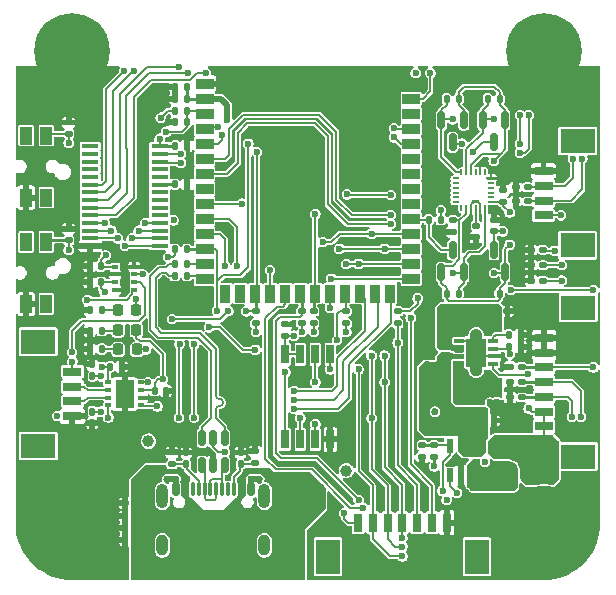
<source format=gbr>
%TF.GenerationSoftware,KiCad,Pcbnew,9.0.2*%
%TF.CreationDate,2025-07-11T17:32:00+01:00*%
%TF.ProjectId,MCU_AURA,4d43555f-4155-4524-912e-6b696361645f,rev?*%
%TF.SameCoordinates,Original*%
%TF.FileFunction,Copper,L1,Top*%
%TF.FilePolarity,Positive*%
%FSLAX46Y46*%
G04 Gerber Fmt 4.6, Leading zero omitted, Abs format (unit mm)*
G04 Created by KiCad (PCBNEW 9.0.2) date 2025-07-11 17:32:00*
%MOMM*%
%LPD*%
G01*
G04 APERTURE LIST*
G04 Aperture macros list*
%AMRoundRect*
0 Rectangle with rounded corners*
0 $1 Rounding radius*
0 $2 $3 $4 $5 $6 $7 $8 $9 X,Y pos of 4 corners*
0 Add a 4 corners polygon primitive as box body*
4,1,4,$2,$3,$4,$5,$6,$7,$8,$9,$2,$3,0*
0 Add four circle primitives for the rounded corners*
1,1,$1+$1,$2,$3*
1,1,$1+$1,$4,$5*
1,1,$1+$1,$6,$7*
1,1,$1+$1,$8,$9*
0 Add four rect primitives between the rounded corners*
20,1,$1+$1,$2,$3,$4,$5,0*
20,1,$1+$1,$4,$5,$6,$7,0*
20,1,$1+$1,$6,$7,$8,$9,0*
20,1,$1+$1,$8,$9,$2,$3,0*%
G04 Aperture macros list end*
%TA.AperFunction,SMDPad,CuDef*%
%ADD10R,0.650000X1.650000*%
%TD*%
%TA.AperFunction,SMDPad,CuDef*%
%ADD11RoundRect,0.140000X-0.140000X-0.170000X0.140000X-0.170000X0.140000X0.170000X-0.140000X0.170000X0*%
%TD*%
%TA.AperFunction,SMDPad,CuDef*%
%ADD12R,0.599999X0.299999*%
%TD*%
%TA.AperFunction,SMDPad,CuDef*%
%ADD13R,1.599999X2.400000*%
%TD*%
%TA.AperFunction,SMDPad,CuDef*%
%ADD14RoundRect,0.150000X-0.150000X0.587500X-0.150000X-0.587500X0.150000X-0.587500X0.150000X0.587500X0*%
%TD*%
%TA.AperFunction,SMDPad,CuDef*%
%ADD15RoundRect,0.125000X0.175000X0.125000X-0.175000X0.125000X-0.175000X-0.125000X0.175000X-0.125000X0*%
%TD*%
%TA.AperFunction,SMDPad,CuDef*%
%ADD16RoundRect,0.140000X-0.170000X0.140000X-0.170000X-0.140000X0.170000X-0.140000X0.170000X0.140000X0*%
%TD*%
%TA.AperFunction,SMDPad,CuDef*%
%ADD17R,1.000000X1.550000*%
%TD*%
%TA.AperFunction,SMDPad,CuDef*%
%ADD18R,0.600000X1.200000*%
%TD*%
%TA.AperFunction,SMDPad,CuDef*%
%ADD19RoundRect,0.135000X0.135000X0.185000X-0.135000X0.185000X-0.135000X-0.185000X0.135000X-0.185000X0*%
%TD*%
%TA.AperFunction,SMDPad,CuDef*%
%ADD20R,1.600000X0.800000*%
%TD*%
%TA.AperFunction,SMDPad,CuDef*%
%ADD21R,3.000000X2.100000*%
%TD*%
%TA.AperFunction,SMDPad,CuDef*%
%ADD22RoundRect,0.150000X0.150000X-0.587500X0.150000X0.587500X-0.150000X0.587500X-0.150000X-0.587500X0*%
%TD*%
%TA.AperFunction,SMDPad,CuDef*%
%ADD23RoundRect,0.140000X0.140000X0.170000X-0.140000X0.170000X-0.140000X-0.170000X0.140000X-0.170000X0*%
%TD*%
%TA.AperFunction,SMDPad,CuDef*%
%ADD24RoundRect,0.135000X0.185000X-0.135000X0.185000X0.135000X-0.185000X0.135000X-0.185000X-0.135000X0*%
%TD*%
%TA.AperFunction,SMDPad,CuDef*%
%ADD25RoundRect,0.135000X-0.185000X0.135000X-0.185000X-0.135000X0.185000X-0.135000X0.185000X0.135000X0*%
%TD*%
%TA.AperFunction,SMDPad,CuDef*%
%ADD26R,0.500000X0.350000*%
%TD*%
%TA.AperFunction,SMDPad,CuDef*%
%ADD27RoundRect,0.125000X-0.125000X0.175000X-0.125000X-0.175000X0.125000X-0.175000X0.125000X0.175000X0*%
%TD*%
%TA.AperFunction,SMDPad,CuDef*%
%ADD28RoundRect,0.218750X-0.218750X-0.256250X0.218750X-0.256250X0.218750X0.256250X-0.218750X0.256250X0*%
%TD*%
%TA.AperFunction,SMDPad,CuDef*%
%ADD29RoundRect,0.140000X0.170000X-0.140000X0.170000X0.140000X-0.170000X0.140000X-0.170000X-0.140000X0*%
%TD*%
%TA.AperFunction,ComponentPad*%
%ADD30C,0.800000*%
%TD*%
%TA.AperFunction,ComponentPad*%
%ADD31C,6.400000*%
%TD*%
%TA.AperFunction,SMDPad,CuDef*%
%ADD32C,1.000000*%
%TD*%
%TA.AperFunction,SMDPad,CuDef*%
%ADD33RoundRect,0.135000X-0.135000X-0.185000X0.135000X-0.185000X0.135000X0.185000X-0.135000X0.185000X0*%
%TD*%
%TA.AperFunction,SMDPad,CuDef*%
%ADD34R,1.475000X0.450000*%
%TD*%
%TA.AperFunction,SMDPad,CuDef*%
%ADD35RoundRect,0.050000X-0.225000X-0.050000X0.225000X-0.050000X0.225000X0.050000X-0.225000X0.050000X0*%
%TD*%
%TA.AperFunction,SMDPad,CuDef*%
%ADD36RoundRect,0.050000X0.050000X-0.225000X0.050000X0.225000X-0.050000X0.225000X-0.050000X-0.225000X0*%
%TD*%
%TA.AperFunction,SMDPad,CuDef*%
%ADD37RoundRect,0.125000X0.125000X-0.175000X0.125000X0.175000X-0.125000X0.175000X-0.125000X-0.175000X0*%
%TD*%
%TA.AperFunction,SMDPad,CuDef*%
%ADD38RoundRect,0.150000X0.150000X-0.512500X0.150000X0.512500X-0.150000X0.512500X-0.150000X-0.512500X0*%
%TD*%
%TA.AperFunction,SMDPad,CuDef*%
%ADD39RoundRect,0.125000X-0.175000X-0.125000X0.175000X-0.125000X0.175000X0.125000X-0.175000X0.125000X0*%
%TD*%
%TA.AperFunction,SMDPad,CuDef*%
%ADD40R,0.850000X0.350000*%
%TD*%
%TA.AperFunction,SMDPad,CuDef*%
%ADD41R,1.700000X2.450000*%
%TD*%
%TA.AperFunction,SMDPad,CuDef*%
%ADD42RoundRect,0.250000X0.850000X-0.375000X0.850000X0.375000X-0.850000X0.375000X-0.850000X-0.375000X0*%
%TD*%
%TA.AperFunction,SMDPad,CuDef*%
%ADD43R,1.500000X0.900000*%
%TD*%
%TA.AperFunction,SMDPad,CuDef*%
%ADD44R,0.900000X1.500000*%
%TD*%
%TA.AperFunction,HeatsinkPad*%
%ADD45C,0.600000*%
%TD*%
%TA.AperFunction,HeatsinkPad*%
%ADD46R,3.900000X3.900000*%
%TD*%
%TA.AperFunction,SMDPad,CuDef*%
%ADD47R,0.800000X1.600000*%
%TD*%
%TA.AperFunction,SMDPad,CuDef*%
%ADD48R,2.100000X3.000000*%
%TD*%
%TA.AperFunction,SMDPad,CuDef*%
%ADD49RoundRect,0.150000X-0.150000X-0.425000X0.150000X-0.425000X0.150000X0.425000X-0.150000X0.425000X0*%
%TD*%
%TA.AperFunction,SMDPad,CuDef*%
%ADD50RoundRect,0.075000X-0.075000X-0.500000X0.075000X-0.500000X0.075000X0.500000X-0.075000X0.500000X0*%
%TD*%
%TA.AperFunction,HeatsinkPad*%
%ADD51O,1.000000X2.100000*%
%TD*%
%TA.AperFunction,HeatsinkPad*%
%ADD52O,1.000000X1.800000*%
%TD*%
%TA.AperFunction,ViaPad*%
%ADD53C,0.600000*%
%TD*%
%TA.AperFunction,ViaPad*%
%ADD54C,0.800000*%
%TD*%
%TA.AperFunction,Conductor*%
%ADD55C,0.200000*%
%TD*%
%TA.AperFunction,Conductor*%
%ADD56C,0.150000*%
%TD*%
%TA.AperFunction,Conductor*%
%ADD57C,1.000000*%
%TD*%
%TA.AperFunction,Conductor*%
%ADD58C,0.500000*%
%TD*%
%TA.AperFunction,Conductor*%
%ADD59C,0.250000*%
%TD*%
G04 APERTURE END LIST*
D10*
%TO.P,IC2,1,/CS*%
%TO.N,FLASH_CS*%
X123095000Y-87850000D03*
%TO.P,IC2,2,DO_(IO1)*%
%TO.N,MISO*%
X124365000Y-87850000D03*
%TO.P,IC2,3,/WP_(IO2)*%
%TO.N,+3V3*%
X125635000Y-87850000D03*
%TO.P,IC2,4,GND*%
%TO.N,GND*%
X126905000Y-87850000D03*
%TO.P,IC2,5,DI_(IO0)*%
%TO.N,MOSI*%
X126905000Y-80650000D03*
%TO.P,IC2,6,CLK*%
%TO.N,SCK*%
X125635000Y-80650000D03*
%TO.P,IC2,7,/HOLD_(IO3)*%
%TO.N,+3V3*%
X124365000Y-80650000D03*
%TO.P,IC2,8,VCC*%
X123095000Y-80650000D03*
%TD*%
D11*
%TO.P,C106,1*%
%TO.N,+5V_FILT*%
X139770000Y-86250000D03*
%TO.P,C106,2*%
%TO.N,GND*%
X140730000Y-86250000D03*
%TD*%
D12*
%TO.P,U202,1,TXD*%
%TO.N,/200_ESP32/CAN_TX*%
X110900000Y-84975002D03*
%TO.P,U202,2,GND*%
%TO.N,GND*%
X110900000Y-84325001D03*
%TO.P,U202,3,VCC*%
%TO.N,+5V_FILT*%
X110900000Y-83675002D03*
%TO.P,U202,4,RXD*%
%TO.N,/200_ESP32/CAN_RX*%
X110900000Y-83025001D03*
%TO.P,U202,5,VIO*%
%TO.N,+3V3*%
X108100000Y-83025001D03*
%TO.P,U202,6,CANL*%
%TO.N,CANL*%
X108100000Y-83675002D03*
%TO.P,U202,7,CANH*%
%TO.N,CANH*%
X108100000Y-84325001D03*
%TO.P,U202,8,STB*%
%TO.N,/200_ESP32/CAN_STB*%
X108100000Y-84975002D03*
D13*
%TO.P,U202,9,PAD*%
%TO.N,GND*%
X109499997Y-84000000D03*
%TD*%
D14*
%TO.P,Q300,1,G*%
%TO.N,+1V8*%
X138200000Y-60812500D03*
%TO.P,Q300,2,S*%
%TO.N,/300_Digital_Peripherals/SDA_1V8*%
X136300000Y-60812500D03*
%TO.P,Q300,3,D*%
%TO.N,SDA*%
X137250000Y-62687500D03*
%TD*%
D15*
%TO.P,D403,1*%
%TO.N,SCL*%
X144900000Y-74400000D03*
%TO.P,D403,2*%
%TO.N,GND*%
X143900000Y-74400000D03*
%TD*%
D16*
%TO.P,C300,1*%
%TO.N,+1V8*%
X137250000Y-69295000D03*
%TO.P,C300,2*%
%TO.N,GND*%
X137250000Y-70255000D03*
%TD*%
D17*
%TO.P,S201,1,NO_1*%
%TO.N,unconnected-(S201-NO_1-Pad1)*%
X102850000Y-76375000D03*
%TO.P,S201,2,COM_1*%
%TO.N,GND*%
X101150000Y-76375000D03*
%TO.P,S201,3,NO_2*%
%TO.N,/200_ESP32/RST*%
X102850000Y-71125000D03*
%TO.P,S201,4,COM_2*%
%TO.N,unconnected-(S201-COM_2-Pad4)*%
X101150000Y-71125000D03*
%TD*%
D18*
%TO.P,U101,1,EN/PG*%
%TO.N,/100_Power/PG_3V3*%
X137000000Y-90900000D03*
%TO.P,U101,2,GND*%
%TO.N,GND*%
X137950000Y-90900000D03*
%TO.P,U101,3,SW*%
%TO.N,/100_Power/SW_3V3*%
X138900000Y-90900000D03*
%TO.P,U101,4,VIN*%
%TO.N,+5V_FILT*%
X138900000Y-88400000D03*
%TO.P,U101,5,FB*%
%TO.N,/100_Power/FB_3V3*%
X137000000Y-88400000D03*
%TD*%
D19*
%TO.P,R102,1*%
%TO.N,GND*%
X143010000Y-79000000D03*
%TO.P,R102,2*%
%TO.N,/100_Power/ILIM_5V*%
X141990000Y-79000000D03*
%TD*%
D20*
%TO.P,J400,1,1*%
%TO.N,+3V3*%
X105066000Y-82125000D03*
%TO.P,J400,2,2*%
%TO.N,CANL*%
X105066000Y-83375000D03*
%TO.P,J400,3,3*%
%TO.N,CANH*%
X105066000Y-84625000D03*
%TO.P,J400,4,4*%
%TO.N,GND*%
X105066000Y-85875000D03*
D21*
%TO.P,J400,5*%
%TO.N,N/C*%
X102166000Y-88425000D03*
%TO.P,J400,6*%
X102166000Y-79575000D03*
%TD*%
D22*
%TO.P,U102,1,GND*%
%TO.N,GND*%
X139800000Y-73687500D03*
%TO.P,U102,2,VO*%
%TO.N,+1V8*%
X141700000Y-73687500D03*
%TO.P,U102,3,VI*%
%TO.N,+3V3*%
X140750000Y-71812500D03*
%TD*%
D23*
%TO.P,C101,1*%
%TO.N,+VUSB*%
X110480000Y-95350000D03*
%TO.P,C101,2*%
%TO.N,GND*%
X109520000Y-95350000D03*
%TD*%
%TO.P,C104,1*%
%TO.N,+5V*%
X136480000Y-79750000D03*
%TO.P,C104,2*%
%TO.N,GND*%
X135520000Y-79750000D03*
%TD*%
D24*
%TO.P,R401,1*%
%TO.N,EXT_CS*%
X132600000Y-78010000D03*
%TO.P,R401,2*%
%TO.N,+3V3*%
X132600000Y-76990000D03*
%TD*%
D23*
%TO.P,C202,1*%
%TO.N,/200_ESP32/EN*%
X114730000Y-61020000D03*
%TO.P,C202,2*%
%TO.N,GND*%
X113770000Y-61020000D03*
%TD*%
D25*
%TO.P,R100,1*%
%TO.N,GND*%
X120500000Y-88850000D03*
%TO.P,R100,2*%
%TO.N,/100_Power/CC2*%
X120500000Y-89870000D03*
%TD*%
D26*
%TO.P,U301,1,GND*%
%TO.N,GND*%
X110300000Y-73225000D03*
%TO.P,U301,2,CSB*%
%TO.N,+3V3*%
X110300000Y-73875000D03*
%TO.P,U301,3,SDI*%
%TO.N,SDA*%
X110300000Y-74525000D03*
%TO.P,U301,4,SCK*%
%TO.N,SCL*%
X110300000Y-75175000D03*
%TO.P,U301,5,SDO*%
%TO.N,GND*%
X108700000Y-75175000D03*
%TO.P,U301,6,VDDIO*%
%TO.N,+3V3*%
X108700000Y-74525000D03*
%TO.P,U301,7,GND*%
%TO.N,GND*%
X108700000Y-73875000D03*
%TO.P,U301,8,VDD*%
%TO.N,+3V3*%
X108700000Y-73225000D03*
%TD*%
D25*
%TO.P,R306,1*%
%TO.N,SD_CS*%
X125500000Y-76990000D03*
%TO.P,R306,2*%
%TO.N,+3V3*%
X125500000Y-78010000D03*
%TD*%
D16*
%TO.P,C103,1*%
%TO.N,+VUSB*%
X141000000Y-83770000D03*
%TO.P,C103,2*%
%TO.N,GND*%
X141000000Y-84730000D03*
%TD*%
D27*
%TO.P,D409,1*%
%TO.N,SCL*%
X106750000Y-85500000D03*
%TO.P,D409,2*%
%TO.N,GND*%
X106750000Y-86500000D03*
%TD*%
D15*
%TO.P,D407,1*%
%TO.N,EXT_TX*%
X143600000Y-67700000D03*
%TO.P,D407,2*%
%TO.N,GND*%
X142600000Y-67700000D03*
%TD*%
D19*
%TO.P,R200,1*%
%TO.N,/200_ESP32/EN*%
X114760000Y-60020000D03*
%TO.P,R200,2*%
%TO.N,+3V3*%
X113740000Y-60020000D03*
%TD*%
D28*
%TO.P,D300,1,K*%
%TO.N,/300_Digital_Peripherals/MCU_LED*%
X108932500Y-80240000D03*
%TO.P,D300,2,A*%
%TO.N,LED*%
X110507500Y-80240000D03*
%TD*%
D29*
%TO.P,C203,1*%
%TO.N,/200_ESP32/EN*%
X104750000Y-61980000D03*
%TO.P,C203,2*%
%TO.N,GND*%
X104750000Y-61020000D03*
%TD*%
%TO.P,C301,1*%
%TO.N,+1V8*%
X141550000Y-67730000D03*
%TO.P,C301,2*%
%TO.N,GND*%
X141550000Y-66770000D03*
%TD*%
D28*
%TO.P,D103,1,K*%
%TO.N,/100_Power/5V_FILT_LED*%
X108912500Y-78600000D03*
%TO.P,D103,2,A*%
%TO.N,+5V_FILT*%
X110487500Y-78600000D03*
%TD*%
D30*
%TO.P,H3,1,1*%
%TO.N,GND*%
X102600000Y-55000000D03*
X103302944Y-53302944D03*
X103302944Y-56697056D03*
X105000000Y-52600000D03*
D31*
X105000000Y-55000000D03*
D30*
X105000000Y-57400000D03*
X106697056Y-53302944D03*
X106697056Y-56697056D03*
X107400000Y-55000000D03*
%TD*%
D23*
%TO.P,C109,1*%
%TO.N,+1V8*%
X141230000Y-75500000D03*
%TO.P,C109,2*%
%TO.N,GND*%
X140270000Y-75500000D03*
%TD*%
D25*
%TO.P,R1,1*%
%TO.N,FLASH_CS*%
X128250000Y-76990000D03*
%TO.P,R1,2*%
%TO.N,+3V3*%
X128250000Y-78010000D03*
%TD*%
D32*
%TO.P,TP104,1,1*%
%TO.N,+3V3*%
X111500000Y-88000000D03*
%TD*%
D25*
%TO.P,R400,1*%
%TO.N,RF_CS*%
X124500000Y-76990000D03*
%TO.P,R400,2*%
%TO.N,+3V3*%
X124500000Y-78010000D03*
%TD*%
D15*
%TO.P,D402,1*%
%TO.N,SDA*%
X144900000Y-73100000D03*
%TO.P,D402,2*%
%TO.N,GND*%
X143900000Y-73100000D03*
%TD*%
D24*
%TO.P,R107,1*%
%TO.N,GND*%
X134700000Y-89360000D03*
%TO.P,R107,2*%
%TO.N,/100_Power/FB_3V3*%
X134700000Y-88340000D03*
%TD*%
D33*
%TO.P,R301,1*%
%TO.N,/300_Digital_Peripherals/SCL_1V8*%
X140240000Y-59000000D03*
%TO.P,R301,2*%
%TO.N,+1V8*%
X141260000Y-59000000D03*
%TD*%
D32*
%TO.P,TP101,1,1*%
%TO.N,+5V_FILT*%
X137000000Y-86250000D03*
%TD*%
D11*
%TO.P,C206,1*%
%TO.N,+3V3*%
X108270000Y-81700000D03*
%TO.P,C206,2*%
%TO.N,GND*%
X109230000Y-81700000D03*
%TD*%
%TO.P,C205,1*%
%TO.N,+5V_FILT*%
X112020000Y-83750000D03*
%TO.P,C205,2*%
%TO.N,GND*%
X112980000Y-83750000D03*
%TD*%
D34*
%TO.P,IC1,1,A0*%
%TO.N,unconnected-(IC1-A0-Pad1)*%
X106562000Y-63025000D03*
%TO.P,IC1,2,A1*%
%TO.N,unconnected-(IC1-A1-Pad2)*%
X106562000Y-63675000D03*
%TO.P,IC1,3,A2*%
%TO.N,unconnected-(IC1-A2-Pad3)*%
X106562000Y-64325000D03*
%TO.P,IC1,4,A3*%
%TO.N,unconnected-(IC1-A3-Pad4)*%
X106562000Y-64975000D03*
%TO.P,IC1,5,A4*%
%TO.N,unconnected-(IC1-A4-Pad5)*%
X106562000Y-65625000D03*
%TO.P,IC1,6,LED0*%
%TO.N,SERVO_1*%
X106562000Y-66275000D03*
%TO.P,IC1,7,LED1*%
%TO.N,SERVO_2*%
X106562000Y-66925000D03*
%TO.P,IC1,8,LED2*%
%TO.N,SERVO_3*%
X106562000Y-67575000D03*
%TO.P,IC1,9,LED3*%
%TO.N,SERVO_4*%
X106562000Y-68225000D03*
%TO.P,IC1,10,LED4*%
%TO.N,SERVO_5*%
X106562000Y-68875000D03*
%TO.P,IC1,11,LED5*%
%TO.N,SERVO_6*%
X106562000Y-69525000D03*
%TO.P,IC1,12,LED6*%
%TO.N,SERVO_7*%
X106562000Y-70175000D03*
%TO.P,IC1,13,LED7*%
%TO.N,SERVO_8*%
X106562000Y-70825000D03*
%TO.P,IC1,14,VSS*%
%TO.N,GND*%
X106562000Y-71475000D03*
%TO.P,IC1,15,LED8*%
%TO.N,SERVO_9*%
X112438000Y-71475000D03*
%TO.P,IC1,16,LED9*%
%TO.N,SERVO_10*%
X112438000Y-70825000D03*
%TO.P,IC1,17,LED10*%
%TO.N,SERVO_11*%
X112438000Y-70175000D03*
%TO.P,IC1,18,LED11*%
%TO.N,SERVO_12*%
X112438000Y-69525000D03*
%TO.P,IC1,19,LED12*%
%TO.N,unconnected-(IC1-LED12-Pad19)*%
X112438000Y-68875000D03*
%TO.P,IC1,20,LED13*%
%TO.N,unconnected-(IC1-LED13-Pad20)*%
X112438000Y-68225000D03*
%TO.P,IC1,21,LED14*%
%TO.N,unconnected-(IC1-LED14-Pad21)*%
X112438000Y-67575000D03*
%TO.P,IC1,22,LED15*%
%TO.N,unconnected-(IC1-LED15-Pad22)*%
X112438000Y-66925000D03*
%TO.P,IC1,23,~{OE}*%
%TO.N,/300_Digital_Peripherals/MUX_OE*%
X112438000Y-66275000D03*
%TO.P,IC1,24,A5*%
%TO.N,unconnected-(IC1-A5-Pad24)*%
X112438000Y-65625000D03*
%TO.P,IC1,25,EXTCLK*%
%TO.N,unconnected-(IC1-EXTCLK-Pad25)*%
X112438000Y-64975000D03*
%TO.P,IC1,26,SCL*%
%TO.N,SCL*%
X112438000Y-64325000D03*
%TO.P,IC1,27,SDA*%
%TO.N,SDA*%
X112438000Y-63675000D03*
%TO.P,IC1,28,VDD*%
%TO.N,+3V3*%
X112438000Y-63025000D03*
%TD*%
D35*
%TO.P,U300,1,NC*%
%TO.N,unconnected-(U300-NC-Pad1)*%
X137500000Y-65750000D03*
%TO.P,U300,2,NC*%
%TO.N,unconnected-(U300-NC-Pad2)*%
X137500000Y-66150000D03*
%TO.P,U300,3,NC*%
%TO.N,unconnected-(U300-NC-Pad3)*%
X137500000Y-66550000D03*
%TO.P,U300,4,NC*%
%TO.N,unconnected-(U300-NC-Pad4)*%
X137500000Y-66950000D03*
%TO.P,U300,5,NC*%
%TO.N,unconnected-(U300-NC-Pad5)*%
X137500000Y-67350000D03*
%TO.P,U300,6,NC*%
%TO.N,unconnected-(U300-NC-Pad6)*%
X137500000Y-67750000D03*
D36*
%TO.P,U300,7,AUX_CL*%
%TO.N,unconnected-(U300-AUX_CL-Pad7)*%
X138000000Y-68250000D03*
%TO.P,U300,8,VDDIO*%
%TO.N,+1V8*%
X138400000Y-68250000D03*
%TO.P,U300,9,SDO/AD0*%
%TO.N,GND*%
X138800000Y-68250000D03*
%TO.P,U300,10,REGOUT*%
%TO.N,/300_Digital_Peripherals/REGOUT*%
X139200000Y-68250000D03*
%TO.P,U300,11,FSYNC*%
%TO.N,GND*%
X139600000Y-68250000D03*
%TO.P,U300,12,INT1*%
%TO.N,/300_Digital_Peripherals/ICM_INT_1V8*%
X140000000Y-68250000D03*
D35*
%TO.P,U300,13,VDD*%
%TO.N,+1V8*%
X140500000Y-67750000D03*
%TO.P,U300,14,NC*%
%TO.N,unconnected-(U300-NC-Pad14)*%
X140500000Y-67350000D03*
%TO.P,U300,15,NC*%
%TO.N,unconnected-(U300-NC-Pad15)*%
X140500000Y-66950000D03*
%TO.P,U300,16,NC*%
%TO.N,unconnected-(U300-NC-Pad16)*%
X140500000Y-66550000D03*
%TO.P,U300,17,NC*%
%TO.N,unconnected-(U300-NC-Pad17)*%
X140500000Y-66150000D03*
%TO.P,U300,18,GND*%
%TO.N,GND*%
X140500000Y-65750000D03*
D36*
%TO.P,U300,19,RESV*%
%TO.N,unconnected-(U300-RESV-Pad19)*%
X140000000Y-65250000D03*
%TO.P,U300,20,GND*%
%TO.N,GND*%
X139600000Y-65250000D03*
%TO.P,U300,21,AUX_DA*%
%TO.N,unconnected-(U300-AUX_DA-Pad21)*%
X139200000Y-65250000D03*
%TO.P,U300,22,~{CS}*%
%TO.N,+1V8*%
X138800000Y-65250000D03*
%TO.P,U300,23,SCL/SCLK*%
%TO.N,/300_Digital_Peripherals/SCL_1V8*%
X138400000Y-65250000D03*
%TO.P,U300,24,SDA/SDI*%
%TO.N,/300_Digital_Peripherals/SDA_1V8*%
X138000000Y-65250000D03*
%TD*%
D22*
%TO.P,Q302,1,G*%
%TO.N,+1V8*%
X136300000Y-73687500D03*
%TO.P,Q302,2,S*%
%TO.N,/300_Digital_Peripherals/ICM_INT_1V8*%
X138200000Y-73687500D03*
%TO.P,Q302,3,D*%
%TO.N,ICM_INT*%
X137250000Y-71812500D03*
%TD*%
D37*
%TO.P,D410,1*%
%TO.N,SDA*%
X106750000Y-82500000D03*
%TO.P,D410,2*%
%TO.N,GND*%
X106750000Y-81500000D03*
%TD*%
D33*
%TO.P,R108,1*%
%TO.N,GND*%
X106540000Y-76900000D03*
%TO.P,R108,2*%
%TO.N,/100_Power/3V3_LED*%
X107560000Y-76900000D03*
%TD*%
D25*
%TO.P,R106,1*%
%TO.N,/100_Power/FB_3V3*%
X135700000Y-88340000D03*
%TO.P,R106,2*%
%TO.N,+3V3*%
X135700000Y-89360000D03*
%TD*%
D14*
%TO.P,Q301,1,G*%
%TO.N,+1V8*%
X141700000Y-60812500D03*
%TO.P,Q301,2,S*%
%TO.N,/300_Digital_Peripherals/SCL_1V8*%
X139800000Y-60812500D03*
%TO.P,Q301,3,D*%
%TO.N,SCL*%
X140750000Y-62687500D03*
%TD*%
D29*
%TO.P,C107,1*%
%TO.N,+3V3*%
X143500000Y-87980000D03*
%TO.P,C107,2*%
%TO.N,GND*%
X143500000Y-87020000D03*
%TD*%
D33*
%TO.P,R305,1*%
%TO.N,GND*%
X106540000Y-80200000D03*
%TO.P,R305,2*%
%TO.N,/300_Digital_Peripherals/MCU_LED*%
X107560000Y-80200000D03*
%TD*%
D38*
%TO.P,U201,1,I/O1*%
%TO.N,USB_D-*%
X116050000Y-90047500D03*
%TO.P,U201,2,GND*%
%TO.N,GND*%
X117000000Y-90047500D03*
%TO.P,U201,3,I/O2*%
%TO.N,USB_D+*%
X117950000Y-90047500D03*
%TO.P,U201,4,I/O2*%
%TO.N,/200_ESP32/USB_MCU_D+*%
X117950000Y-87772500D03*
%TO.P,U201,5,VBUS*%
%TO.N,+VUSB*%
X117000000Y-87772500D03*
%TO.P,U201,6,I/O1*%
%TO.N,/200_ESP32/USB_MCU_D-*%
X116050000Y-87772500D03*
%TD*%
D15*
%TO.P,D405,1*%
%TO.N,GPS_RX*%
X143100000Y-83000000D03*
%TO.P,D405,2*%
%TO.N,GND*%
X142100000Y-83000000D03*
%TD*%
D29*
%TO.P,C108,1*%
%TO.N,+3V3*%
X140750000Y-70230000D03*
%TO.P,C108,2*%
%TO.N,GND*%
X140750000Y-69270000D03*
%TD*%
D37*
%TO.P,D101,1*%
%TO.N,/100_Power/CC1*%
X114700000Y-89960000D03*
%TO.P,D101,2*%
%TO.N,GND*%
X114700000Y-88960000D03*
%TD*%
D30*
%TO.P,H4,1,1*%
%TO.N,GND*%
X142600000Y-55000000D03*
X143302944Y-53302944D03*
X143302944Y-56697056D03*
X145000000Y-52600000D03*
D31*
X145000000Y-55000000D03*
D30*
X145000000Y-57400000D03*
X146697056Y-53302944D03*
X146697056Y-56697056D03*
X147400000Y-55000000D03*
%TD*%
D33*
%TO.P,R202,1*%
%TO.N,/200_ESP32/USB_MCU_D+*%
X113740000Y-74000000D03*
%TO.P,R202,2*%
%TO.N,/200_ESP32/D+*%
X114760000Y-74000000D03*
%TD*%
%TO.P,R201,1*%
%TO.N,/200_ESP32/USB_MCU_D-*%
X113740000Y-73010000D03*
%TO.P,R201,2*%
%TO.N,/200_ESP32/D-*%
X114760000Y-73010000D03*
%TD*%
D39*
%TO.P,D400,1*%
%TO.N,+5V*%
X140900000Y-77000000D03*
%TO.P,D400,2*%
%TO.N,GND*%
X141900000Y-77000000D03*
%TD*%
D19*
%TO.P,R205,1*%
%TO.N,SDA*%
X114760000Y-71750000D03*
%TO.P,R205,2*%
%TO.N,+3V3*%
X113740000Y-71750000D03*
%TD*%
D11*
%TO.P,C303,1*%
%TO.N,+3V3*%
X113770000Y-63000000D03*
%TO.P,C303,2*%
%TO.N,GND*%
X114730000Y-63000000D03*
%TD*%
D17*
%TO.P,S200,1,NO_1*%
%TO.N,unconnected-(S200-NO_1-Pad1)*%
X102850000Y-67375000D03*
%TO.P,S200,2,COM_1*%
%TO.N,GND*%
X101150000Y-67375000D03*
%TO.P,S200,3,NO_2*%
%TO.N,/200_ESP32/EN*%
X102850000Y-62125000D03*
%TO.P,S200,4,COM_2*%
%TO.N,unconnected-(S200-COM_2-Pad4)*%
X101150000Y-62125000D03*
%TD*%
D23*
%TO.P,C105,1*%
%TO.N,+5V_FILT*%
X136480000Y-80800000D03*
%TO.P,C105,2*%
%TO.N,GND*%
X135520000Y-80800000D03*
%TD*%
%TO.P,C304,1*%
%TO.N,+3V3*%
X107480000Y-74550000D03*
%TO.P,C304,2*%
%TO.N,GND*%
X106520000Y-74550000D03*
%TD*%
%TO.P,C102,1*%
%TO.N,+VUSB*%
X110480000Y-96350000D03*
%TO.P,C102,2*%
%TO.N,GND*%
X109520000Y-96350000D03*
%TD*%
%TO.P,C100,1*%
%TO.N,+VUSB*%
X110480000Y-94350000D03*
%TO.P,C100,2*%
%TO.N,GND*%
X109520000Y-94350000D03*
%TD*%
D40*
%TO.P,U100,1,STAT*%
%TO.N,/100_Power/STAT_5V_SW*%
X140700000Y-81475000D03*
%TO.P,U100,2,D0*%
%TO.N,GND*%
X140700000Y-80825000D03*
%TO.P,U100,3,D1*%
%TO.N,+VUSB*%
X140700000Y-80175000D03*
%TO.P,U100,4,ILIM*%
%TO.N,/100_Power/ILIM_5V*%
X140700000Y-79525000D03*
%TO.P,U100,5,GND_1*%
%TO.N,GND*%
X137800000Y-79525000D03*
%TO.P,U100,6,IN2*%
%TO.N,+5V*%
X137800000Y-80175000D03*
%TO.P,U100,7,OUT*%
%TO.N,+5V_FILT*%
X137800000Y-80825000D03*
%TO.P,U100,8,IN1*%
%TO.N,+VUSB*%
X137800000Y-81475000D03*
D41*
%TO.P,U100,9,GND_2*%
%TO.N,GND*%
X139250000Y-80500000D03*
%TD*%
D42*
%TO.P,L101,1,1*%
%TO.N,/100_Power/SW_3V3*%
X141500000Y-90575000D03*
%TO.P,L101,2,2*%
%TO.N,+3V3*%
X141500000Y-88425000D03*
%TD*%
D30*
%TO.P,H1,1,1*%
%TO.N,GND*%
X102600000Y-95000000D03*
X103302944Y-93302944D03*
X103302944Y-96697056D03*
X105000000Y-92600000D03*
D31*
X105000000Y-95000000D03*
D30*
X105000000Y-97400000D03*
X106697056Y-93302944D03*
X106697056Y-96697056D03*
X107400000Y-95000000D03*
%TD*%
D16*
%TO.P,C302,1*%
%TO.N,/300_Digital_Peripherals/REGOUT*%
X139250000Y-69770000D03*
%TO.P,C302,2*%
%TO.N,GND*%
X139250000Y-70730000D03*
%TD*%
D43*
%TO.P,U200,1,GND*%
%TO.N,GND*%
X116250000Y-57740000D03*
%TO.P,U200,2,3V3*%
%TO.N,+3V3*%
X116250000Y-59010000D03*
%TO.P,U200,3,EN*%
%TO.N,/200_ESP32/EN*%
X116250000Y-60280000D03*
%TO.P,U200,4,IO4*%
%TO.N,MSFT_1*%
X116250000Y-61550000D03*
%TO.P,U200,5,IO5*%
%TO.N,MSFT_2*%
X116250000Y-62820000D03*
%TO.P,U200,6,IO6*%
%TO.N,EXT_RST*%
X116250000Y-64090000D03*
%TO.P,U200,7,IO7*%
%TO.N,EXT_CS*%
X116250000Y-65360000D03*
%TO.P,U200,8,IO15*%
%TO.N,unconnected-(U200-IO15-Pad8)*%
X116250000Y-66630000D03*
%TO.P,U200,9,IO16*%
%TO.N,GPS_INT*%
X116250000Y-67900000D03*
%TO.P,U200,10,IO17*%
%TO.N,GPS_TX*%
X116250000Y-69170000D03*
%TO.P,U200,11,IO18*%
%TO.N,GPS_RX*%
X116250000Y-70440000D03*
%TO.P,U200,12,IO8*%
%TO.N,SDA*%
X116250000Y-71710000D03*
%TO.P,U200,13,USB_D-*%
%TO.N,/200_ESP32/D-*%
X116250000Y-72980000D03*
%TO.P,U200,14,USB_D+*%
%TO.N,/200_ESP32/D+*%
X116250000Y-74250000D03*
D44*
%TO.P,U200,15,IO3*%
%TO.N,unconnected-(U200-IO3-Pad15)*%
X118015000Y-75500000D03*
%TO.P,U200,16,IO46*%
%TO.N,unconnected-(U200-IO46-Pad16)*%
X119285000Y-75500000D03*
%TO.P,U200,17,IO9*%
%TO.N,SCL*%
X120555000Y-75500000D03*
%TO.P,U200,18,IO10*%
%TO.N,CARD_DETECT*%
X121825000Y-75500000D03*
%TO.P,U200,19,IO11*%
%TO.N,RF_RST*%
X123095000Y-75500000D03*
%TO.P,U200,20,IO12*%
%TO.N,RF_CS*%
X124365000Y-75500000D03*
%TO.P,U200,21,IO13*%
%TO.N,SD_CS*%
X125635000Y-75500000D03*
%TO.P,U200,22,IO14*%
%TO.N,LED*%
X126905000Y-75500000D03*
%TO.P,U200,23,IO21*%
%TO.N,FLASH_CS*%
X128175000Y-75500000D03*
%TO.P,U200,24,IO47*%
%TO.N,/200_ESP32/CAN_RX*%
X129445000Y-75500000D03*
%TO.P,U200,25,IO48*%
%TO.N,/200_ESP32/CAN_TX*%
X130715000Y-75500000D03*
%TO.P,U200,26,IO45*%
%TO.N,/200_ESP32/CAN_STB*%
X131985000Y-75500000D03*
D43*
%TO.P,U200,27,IO0*%
%TO.N,/200_ESP32/RST*%
X133750000Y-74250000D03*
%TO.P,U200,28,IO35*%
%TO.N,MOSI*%
X133750000Y-72980000D03*
%TO.P,U200,29,IO36*%
%TO.N,SCK*%
X133750000Y-71710000D03*
%TO.P,U200,30,IO37*%
%TO.N,MISO*%
X133750000Y-70440000D03*
%TO.P,U200,31,IO38*%
%TO.N,ICM_INT*%
X133750000Y-69170000D03*
%TO.P,U200,32,IO39*%
%TO.N,unconnected-(U200-IO39-Pad32)*%
X133750000Y-67900000D03*
%TO.P,U200,33,IO40*%
%TO.N,unconnected-(U200-IO40-Pad33)*%
X133750000Y-66630000D03*
%TO.P,U200,34,IO41*%
%TO.N,unconnected-(U200-IO41-Pad34)*%
X133750000Y-65360000D03*
%TO.P,U200,35,IO42*%
%TO.N,unconnected-(U200-IO42-Pad35)*%
X133750000Y-64090000D03*
%TO.P,U200,36,RXD0*%
%TO.N,EXT_RX*%
X133750000Y-62820000D03*
%TO.P,U200,37,TXD0*%
%TO.N,EXT_TX*%
X133750000Y-61550000D03*
%TO.P,U200,38,IO2*%
%TO.N,unconnected-(U200-IO2-Pad38)*%
X133750000Y-60280000D03*
%TO.P,U200,39,IO1*%
%TO.N,RC_RX*%
X133750000Y-59010000D03*
%TO.P,U200,40,GND*%
%TO.N,GND*%
X133750000Y-57740000D03*
D45*
%TO.P,U200,41,GND*%
X122100000Y-64760000D03*
X122100000Y-66160000D03*
X122800000Y-64060000D03*
X122800000Y-65460000D03*
X122800000Y-66860000D03*
X123500000Y-64760000D03*
D46*
X123500000Y-65460000D03*
D45*
X123500000Y-66160000D03*
X124200000Y-64060000D03*
X124200000Y-65460000D03*
X124200000Y-66860000D03*
X124900000Y-64760000D03*
X124900000Y-66160000D03*
%TD*%
D32*
%TO.P,TP100,1,1*%
%TO.N,+VUSB*%
X128250000Y-90500000D03*
%TD*%
D23*
%TO.P,C401,1*%
%TO.N,+5V*%
X136480000Y-77720000D03*
%TO.P,C401,2*%
%TO.N,GND*%
X135520000Y-77720000D03*
%TD*%
D25*
%TO.P,R101,1*%
%TO.N,GND*%
X113500000Y-88950000D03*
%TO.P,R101,2*%
%TO.N,/100_Power/CC1*%
X113500000Y-89970000D03*
%TD*%
D33*
%TO.P,R104,1*%
%TO.N,GND*%
X106540000Y-78650000D03*
%TO.P,R104,2*%
%TO.N,/100_Power/5V_FILT_LED*%
X107560000Y-78650000D03*
%TD*%
D19*
%TO.P,R303,1*%
%TO.N,/300_Digital_Peripherals/ICM_INT_1V8*%
X137760000Y-75500000D03*
%TO.P,R303,2*%
%TO.N,+1V8*%
X136740000Y-75500000D03*
%TD*%
D29*
%TO.P,C1,1*%
%TO.N,+3V3*%
X123100000Y-79080000D03*
%TO.P,C1,2*%
%TO.N,GND*%
X123100000Y-78120000D03*
%TD*%
D33*
%TO.P,R300,1*%
%TO.N,/300_Digital_Peripherals/SDA_1V8*%
X136740000Y-59000000D03*
%TO.P,R300,2*%
%TO.N,+1V8*%
X137760000Y-59000000D03*
%TD*%
D47*
%TO.P,J405,1,1*%
%TO.N,+3V3*%
X129250000Y-94900000D03*
%TO.P,J405,2,2*%
%TO.N,MOSI*%
X130500000Y-94900000D03*
%TO.P,J405,3,3*%
%TO.N,MISO*%
X131750000Y-94900000D03*
%TO.P,J405,4,4*%
%TO.N,SCK*%
X133000000Y-94900000D03*
%TO.P,J405,5,5*%
%TO.N,EXT_CS*%
X134250000Y-94900000D03*
%TO.P,J405,6,6*%
%TO.N,EXT_RST*%
X135500000Y-94900000D03*
%TO.P,J405,7,7*%
%TO.N,GND*%
X136750000Y-94900000D03*
D48*
%TO.P,J405,8*%
%TO.N,N/C*%
X126700000Y-97800000D03*
%TO.P,J405,9*%
X139300000Y-97800000D03*
%TD*%
D49*
%TO.P,J100,A1,GND*%
%TO.N,GND*%
X113800000Y-92070000D03*
%TO.P,J100,A4,VBUS*%
%TO.N,+VUSB*%
X114600000Y-92070000D03*
D50*
%TO.P,J100,A5,CC1*%
%TO.N,/100_Power/CC1*%
X115750000Y-92070000D03*
%TO.P,J100,A6,D+*%
%TO.N,USB_D+*%
X116750000Y-92070000D03*
%TO.P,J100,A7,D-*%
%TO.N,USB_D-*%
X117250000Y-92070000D03*
%TO.P,J100,A8,SBU1*%
%TO.N,unconnected-(J100-SBU1-PadA8)*%
X118250000Y-92070000D03*
D49*
%TO.P,J100,A9,VBUS*%
%TO.N,+VUSB*%
X119400000Y-92070000D03*
%TO.P,J100,A12,GND*%
%TO.N,GND*%
X120200000Y-92070000D03*
%TO.P,J100,B1,GND*%
X120200000Y-92070000D03*
%TO.P,J100,B4,VBUS*%
%TO.N,+VUSB*%
X119400000Y-92070000D03*
D50*
%TO.P,J100,B5,CC2*%
%TO.N,/100_Power/CC2*%
X118750000Y-92070000D03*
%TO.P,J100,B6,D+*%
%TO.N,USB_D+*%
X117750000Y-92070000D03*
%TO.P,J100,B7,D-*%
%TO.N,USB_D-*%
X116250000Y-92070000D03*
%TO.P,J100,B8,SBU2*%
%TO.N,unconnected-(J100-SBU2-PadB8)*%
X115250000Y-92070000D03*
D49*
%TO.P,J100,B9,VBUS*%
%TO.N,+VUSB*%
X114600000Y-92070000D03*
%TO.P,J100,B12,GND*%
%TO.N,GND*%
X113800000Y-92070000D03*
D51*
%TO.P,J100,S1*%
%TO.N,N/C*%
X112680000Y-92645000D03*
%TO.P,J100,S2*%
X121320000Y-92645000D03*
D52*
%TO.P,J100,S3*%
X112680000Y-96825000D03*
%TO.P,J100,S4*%
X121320000Y-96825000D03*
%TD*%
D20*
%TO.P,J402,1,1*%
%TO.N,+3V3*%
X144950000Y-68875000D03*
%TO.P,J402,2,2*%
%TO.N,EXT_TX*%
X144950000Y-67625000D03*
%TO.P,J402,3,3*%
%TO.N,EXT_RX*%
X144950000Y-66375000D03*
%TO.P,J402,4,4*%
%TO.N,GND*%
X144950000Y-65125000D03*
D21*
%TO.P,J402,5*%
%TO.N,N/C*%
X147850000Y-62575000D03*
%TO.P,J402,6*%
X147850000Y-71425000D03*
%TD*%
D15*
%TO.P,D102,1*%
%TO.N,+VUSB*%
X110500000Y-93250000D03*
%TO.P,D102,2*%
%TO.N,GND*%
X109500000Y-93250000D03*
%TD*%
D29*
%TO.P,C204,1*%
%TO.N,/200_ESP32/RST*%
X104750000Y-70980000D03*
%TO.P,C204,2*%
%TO.N,GND*%
X104750000Y-70020000D03*
%TD*%
D25*
%TO.P,R206,1*%
%TO.N,SCL*%
X120600000Y-76990000D03*
%TO.P,R206,2*%
%TO.N,+3V3*%
X120600000Y-78010000D03*
%TD*%
D19*
%TO.P,R304,1*%
%TO.N,GND*%
X114760000Y-66250000D03*
%TO.P,R304,2*%
%TO.N,/300_Digital_Peripherals/MUX_OE*%
X113740000Y-66250000D03*
%TD*%
D33*
%TO.P,R302,1*%
%TO.N,ICM_INT*%
X135240000Y-69250000D03*
%TO.P,R302,2*%
%TO.N,+3V3*%
X136260000Y-69250000D03*
%TD*%
D15*
%TO.P,D406,1*%
%TO.N,GPS_INT*%
X143100000Y-81700000D03*
%TO.P,D406,2*%
%TO.N,GND*%
X142100000Y-81700000D03*
%TD*%
D23*
%TO.P,C402,1*%
%TO.N,+5V*%
X136480000Y-76750000D03*
%TO.P,C402,2*%
%TO.N,GND*%
X135520000Y-76750000D03*
%TD*%
D37*
%TO.P,D100,1*%
%TO.N,/100_Power/CC2*%
X119300000Y-89960000D03*
%TO.P,D100,2*%
%TO.N,GND*%
X119300000Y-88960000D03*
%TD*%
D19*
%TO.P,R103,1*%
%TO.N,GND*%
X143010000Y-80000000D03*
%TO.P,R103,2*%
%TO.N,+VUSB*%
X141990000Y-80000000D03*
%TD*%
D30*
%TO.P,H2,1,1*%
%TO.N,GND*%
X142600000Y-95000000D03*
X143302944Y-93302944D03*
X143302944Y-96697056D03*
X145000000Y-92600000D03*
D31*
X145000000Y-95000000D03*
D30*
X145000000Y-97400000D03*
X146697056Y-93302944D03*
X146697056Y-96697056D03*
X147400000Y-95000000D03*
%TD*%
D15*
%TO.P,D401,1*%
%TO.N,+3V3*%
X144900000Y-71800000D03*
%TO.P,D401,2*%
%TO.N,GND*%
X143900000Y-71800000D03*
%TD*%
%TO.P,D404,1*%
%TO.N,GPS_TX*%
X143100000Y-84300000D03*
%TO.P,D404,2*%
%TO.N,GND*%
X142100000Y-84300000D03*
%TD*%
%TO.P,D408,1*%
%TO.N,EXT_RX*%
X143600000Y-66500000D03*
%TO.P,D408,2*%
%TO.N,GND*%
X142600000Y-66500000D03*
%TD*%
D28*
%TO.P,D104,1,K*%
%TO.N,/100_Power/3V3_LED*%
X108912500Y-76900000D03*
%TO.P,D104,2,A*%
%TO.N,+3V3*%
X110487500Y-76900000D03*
%TD*%
D23*
%TO.P,C305,1*%
%TO.N,+3V3*%
X107480000Y-73200000D03*
%TO.P,C305,2*%
%TO.N,GND*%
X106520000Y-73200000D03*
%TD*%
D20*
%TO.P,J407,1,1*%
%TO.N,+3V3*%
X145000000Y-86750000D03*
%TO.P,J407,2,2*%
X145000000Y-85500000D03*
%TO.P,J407,3,3*%
%TO.N,GPS_TX*%
X145000000Y-84250000D03*
%TO.P,J407,4,4*%
%TO.N,GPS_RX*%
X145000000Y-83000000D03*
%TO.P,J407,5,5*%
%TO.N,GPS_INT*%
X145000000Y-81750000D03*
%TO.P,J407,6,6*%
%TO.N,GND*%
X145000000Y-80500000D03*
%TO.P,J407,7,7*%
X145000000Y-79250000D03*
D21*
%TO.P,J407,8*%
%TO.N,N/C*%
X147900000Y-89300000D03*
%TO.P,J407,9*%
X147900000Y-76700000D03*
%TD*%
D23*
%TO.P,C201,1*%
%TO.N,+3V3*%
X114730000Y-59000000D03*
%TO.P,C201,2*%
%TO.N,GND*%
X113770000Y-59000000D03*
%TD*%
%TO.P,C400,1*%
%TO.N,+5V*%
X136480000Y-78750000D03*
%TO.P,C400,2*%
%TO.N,GND*%
X135520000Y-78750000D03*
%TD*%
%TO.P,C200,1*%
%TO.N,+3V3*%
X114730000Y-58000000D03*
%TO.P,C200,2*%
%TO.N,GND*%
X113770000Y-58000000D03*
%TD*%
D53*
%TO.N,GND*%
X120500000Y-82000000D03*
%TO.N,SERVO_2*%
X110261091Y-56661091D03*
%TO.N,GND*%
X127000000Y-58000000D03*
X129768523Y-92389347D03*
X137830000Y-56810000D03*
X132000000Y-58000000D03*
X115900000Y-78210000D03*
X119310000Y-88190000D03*
X129000000Y-62000000D03*
X101150000Y-75140000D03*
X129000000Y-60000000D03*
X134780000Y-80800000D03*
X114724999Y-86414581D03*
X128000000Y-66000000D03*
X118500000Y-78000000D03*
X102000000Y-83000000D03*
X121240000Y-64071665D03*
X142760000Y-73100000D03*
X127000000Y-59000000D03*
X108746562Y-71555487D03*
X127000000Y-57000000D03*
X143740000Y-80010000D03*
X132000000Y-60000000D03*
X104750000Y-69290000D03*
X114734999Y-80240000D03*
X129848000Y-85480000D03*
X136600000Y-56820000D03*
X128000000Y-58000000D03*
X102500000Y-90000000D03*
X105790000Y-76900000D03*
X140450000Y-84725403D03*
X102500000Y-60000000D03*
X142349672Y-86618146D03*
X142600000Y-65640000D03*
X107760000Y-71480000D03*
X123700000Y-76675000D03*
X134780000Y-76750000D03*
X128000000Y-62000000D03*
X113800000Y-91210000D03*
X130948000Y-82450000D03*
X129000000Y-58000000D03*
X132000000Y-57000000D03*
X141350000Y-65000000D03*
X127700000Y-72459402D03*
X124000000Y-73000000D03*
X104041145Y-71555000D03*
X139250000Y-79000000D03*
X109500000Y-84750000D03*
X105790000Y-74550000D03*
X126890000Y-89150000D03*
X126000000Y-59000000D03*
X111755489Y-84496793D03*
X139250000Y-82000000D03*
X138349334Y-92338338D03*
X113190000Y-61010000D03*
X139800000Y-72490000D03*
X113070000Y-91200000D03*
X132000000Y-68000000D03*
X111400000Y-73230000D03*
X127971989Y-64754571D03*
X112418696Y-61358530D03*
X129848000Y-81377547D03*
X123730000Y-78117903D03*
X142100000Y-85290000D03*
X136100000Y-93500000D03*
X119000000Y-67000000D03*
X126000000Y-65000000D03*
X134770000Y-78750000D03*
X102500000Y-75000000D03*
X130948000Y-71160000D03*
X120200000Y-91210000D03*
X125000000Y-72000000D03*
X129803860Y-96122881D03*
X142760000Y-74400000D03*
X141900000Y-76290000D03*
X139968909Y-64238909D03*
X131000000Y-58000000D03*
X128200611Y-79498374D03*
X125000000Y-59000000D03*
X114750000Y-78250000D03*
X132049000Y-80250000D03*
X106540000Y-79430000D03*
X128000000Y-61000000D03*
X104750000Y-63500003D03*
X134780000Y-79750000D03*
X129800000Y-72430000D03*
X111800000Y-60731409D03*
X146250000Y-79250000D03*
X105000000Y-90000000D03*
X118000000Y-66000000D03*
X123000000Y-73000000D03*
X109550000Y-75170000D03*
X141540000Y-66040000D03*
X131000000Y-57000000D03*
X138400000Y-70160000D03*
X126779404Y-71700003D03*
X127142183Y-86579999D03*
X129848000Y-70990000D03*
X134780000Y-77720000D03*
X130000000Y-58000000D03*
X105736091Y-73563909D03*
X130000000Y-60000000D03*
X127000000Y-73000000D03*
X130000000Y-62000000D03*
X105940000Y-61470000D03*
X141490000Y-69270000D03*
X146250000Y-80500000D03*
X116060000Y-88920000D03*
X126000000Y-66000000D03*
X101150000Y-66150000D03*
X111800000Y-61865360D03*
X139040000Y-75500000D03*
X117710000Y-64720000D03*
X126260000Y-82380000D03*
X131000000Y-60000000D03*
X114700000Y-88200000D03*
X129000000Y-57000000D03*
X119000000Y-66000000D03*
X112980000Y-84360000D03*
X143500000Y-86475002D03*
X131000000Y-61000000D03*
X130000000Y-61000000D03*
X105830000Y-80200000D03*
X126000000Y-58000000D03*
X136480000Y-70260000D03*
X133150000Y-80169903D03*
X129000000Y-61000000D03*
X120008909Y-74008909D03*
X122000000Y-72000000D03*
X135750000Y-85500000D03*
X123000000Y-72000000D03*
X110020571Y-72025000D03*
X142760000Y-71800000D03*
X105000000Y-67500000D03*
X125000000Y-73000000D03*
X105000000Y-77500000D03*
X142101091Y-83621091D03*
X127000000Y-69000000D03*
X120880000Y-91210000D03*
X130000000Y-57000000D03*
X124000000Y-72000000D03*
X112430364Y-72433427D03*
X130948000Y-80240369D03*
X139000000Y-59870000D03*
X139250000Y-71460000D03*
X117980000Y-69850000D03*
X109500000Y-83250000D03*
X114740000Y-62240000D03*
X113500000Y-88210000D03*
X128000000Y-57000000D03*
X131000000Y-62000000D03*
X102000000Y-85000000D03*
%TO.N,SERVO_6*%
X107785000Y-69520000D03*
%TO.N,SERVO_4*%
X114811091Y-56836091D03*
%TO.N,SERVO_12*%
X111250000Y-69520000D03*
%TO.N,SERVO_1*%
X109428591Y-56653591D03*
D54*
%TO.N,+5V*%
X137750000Y-78000000D03*
X139750000Y-77000000D03*
X137750000Y-77000000D03*
X139750000Y-78000000D03*
X138750000Y-78000000D03*
X138750000Y-77000000D03*
%TO.N,+VUSB*%
X126000000Y-92000000D03*
X124000000Y-93000000D03*
D53*
X128250000Y-90500000D03*
D54*
X137750000Y-83000000D03*
X137750000Y-84000000D03*
X125000000Y-93000000D03*
X138750000Y-84000000D03*
X138750000Y-83000000D03*
X139750000Y-84000000D03*
X125000000Y-92000000D03*
X139750000Y-83000000D03*
X126000000Y-93000000D03*
X124000000Y-92000000D03*
D53*
X142100895Y-80601287D03*
X117950000Y-88900000D03*
D54*
%TO.N,+5V_FILT*%
X135000000Y-83250000D03*
X136000000Y-82250000D03*
X136000000Y-84250000D03*
X136000000Y-83250000D03*
D53*
X112740000Y-82760000D03*
D54*
X135000000Y-84250000D03*
X135000000Y-82250000D03*
%TO.N,+3V3*%
X145500000Y-89000000D03*
D53*
X113180000Y-72410000D03*
X103800000Y-85880000D03*
X107870000Y-72280000D03*
X125500000Y-78760000D03*
X110490000Y-75970000D03*
X111000000Y-73870000D03*
X107790000Y-75370000D03*
X105070000Y-81260000D03*
X146430000Y-68870000D03*
X145000000Y-87990000D03*
X135700000Y-90125000D03*
X128090000Y-94090000D03*
X124500000Y-78750000D03*
X112549375Y-60620000D03*
D54*
X144500000Y-89000000D03*
D53*
X136260000Y-68470000D03*
X143690000Y-85230000D03*
X113625502Y-69300000D03*
X112438000Y-62402000D03*
X134125000Y-56834998D03*
X128250000Y-78750000D03*
D54*
X145500000Y-91000000D03*
D53*
X111500000Y-88000000D03*
X107550000Y-81700003D03*
X118180000Y-60800000D03*
D54*
X144500000Y-91000000D03*
D53*
X134290000Y-75910000D03*
X123830000Y-79080000D03*
X141510000Y-70230000D03*
X145899998Y-71875000D03*
X120600000Y-78750000D03*
D54*
X145500000Y-90000000D03*
D53*
X136750000Y-92950000D03*
X139990000Y-89750000D03*
X125635000Y-86585000D03*
D54*
X144500000Y-90000000D03*
D53*
%TO.N,+1V8*%
X142090000Y-71370000D03*
X142090000Y-68640000D03*
X140730000Y-64270000D03*
X140750000Y-73750000D03*
%TO.N,/200_ESP32/EN*%
X113025000Y-61800000D03*
X104750000Y-62750000D03*
%TO.N,/200_ESP32/RST*%
X113500000Y-77660000D03*
X104750000Y-71800000D03*
X118270000Y-76970000D03*
X126990000Y-74250000D03*
%TO.N,SERVO_5*%
X116375000Y-56839998D03*
%TO.N,SERVO_7*%
X108360000Y-70170000D03*
%TO.N,LED*%
X116635834Y-78355094D03*
X111280000Y-80240000D03*
X126910000Y-76690000D03*
X120550000Y-80260000D03*
%TO.N,CARD_DETECT*%
X121800000Y-73500000D03*
%TO.N,MOSI*%
X129290000Y-81920000D03*
X133000000Y-97750000D03*
X128250000Y-73000000D03*
X126910000Y-81920000D03*
X129290000Y-72980000D03*
%TO.N,SCK*%
X131499000Y-83000000D03*
X125630000Y-83000000D03*
X127670000Y-71710000D03*
X133000000Y-96170000D03*
X131494043Y-80754506D03*
X131500000Y-71710000D03*
%TO.N,MISO*%
X130398000Y-86030000D03*
X126260000Y-71150003D03*
X124370000Y-86030000D03*
X130397863Y-80750127D03*
X133000000Y-96920000D03*
X130400000Y-70440000D03*
%TO.N,SD_CS*%
X125630000Y-68750000D03*
%TO.N,/200_ESP32/CAN_STB*%
X108100000Y-86000000D03*
X123850000Y-85250000D03*
%TO.N,SERVO_10*%
X110090000Y-70830000D03*
%TO.N,EXT_RST*%
X132010000Y-68849997D03*
X133703005Y-77538317D03*
%TO.N,EXT_CS*%
X132600000Y-79660000D03*
X132010000Y-69600000D03*
%TO.N,SCL*%
X120695000Y-63510000D03*
X107450000Y-85500000D03*
X146500000Y-74400000D03*
X114229008Y-64413720D03*
X119800000Y-77000000D03*
X106340000Y-76030000D03*
X138990000Y-63510000D03*
%TO.N,SDA*%
X119960000Y-62820000D03*
X138060000Y-62820000D03*
X146490000Y-73100000D03*
X114233056Y-63663728D03*
X107460000Y-82500000D03*
X117300000Y-76960000D03*
X105040000Y-80460000D03*
%TO.N,EXT_RX*%
X147447183Y-64075001D03*
X132300000Y-62270000D03*
%TO.N,EXT_TX*%
X148225000Y-64075000D03*
X132300000Y-61519997D03*
%TO.N,GPS_INT*%
X132040000Y-67150000D03*
X119410000Y-67900000D03*
X142170000Y-75200000D03*
X128320000Y-67110000D03*
X149170000Y-75199998D03*
X149170000Y-81750000D03*
%TO.N,GPS_RX*%
X117950000Y-73150000D03*
X148110000Y-85925002D03*
X114135710Y-79789049D03*
X114100000Y-86000000D03*
%TO.N,GPS_TX*%
X115350000Y-86000000D03*
X147359997Y-85925002D03*
X119010000Y-73150000D03*
X115350945Y-79812081D03*
%TO.N,RF_RST*%
X129691192Y-93651593D03*
%TO.N,RF_CS*%
X129300000Y-92975000D03*
%TO.N,SERVO_11*%
X110670000Y-70190000D03*
%TO.N,SERVO_9*%
X109510000Y-71470000D03*
%TO.N,/300_Digital_Peripherals/SDA_1V8*%
X137250000Y-60750000D03*
%TO.N,/300_Digital_Peripherals/SCL_1V8*%
X140750000Y-60750000D03*
%TO.N,/300_Digital_Peripherals/ICM_INT_1V8*%
X137250000Y-73750000D03*
%TO.N,SERVO_3*%
X114050357Y-56300000D03*
%TO.N,SERVO_8*%
X108935000Y-70829542D03*
%TO.N,RC_RX*%
X135380000Y-56830000D03*
%TO.N,/100_Power/FB_3V3*%
X136400000Y-92200000D03*
%TO.N,MSFT_1*%
X142957778Y-63569960D03*
X143700003Y-60400000D03*
X117430000Y-61390000D03*
%TO.N,MSFT_2*%
X142950000Y-62820000D03*
X117690000Y-62120000D03*
X142950000Y-60400000D03*
%TO.N,/100_Power/STAT_5V_SW*%
X143630000Y-82340000D03*
%TO.N,/100_Power/PG_3V3*%
X137600000Y-92370000D03*
%TO.N,FLASH_CS*%
X123090000Y-82140000D03*
X127453263Y-79434290D03*
%TO.N,/200_ESP32/CAN_TX*%
X123850000Y-84500000D03*
X112248274Y-85062184D03*
%TO.N,/200_ESP32/CAN_RX*%
X123850000Y-83750000D03*
X111470391Y-83029260D03*
%TD*%
D55*
%TO.N,GND*%
X141981526Y-86250000D02*
X142349672Y-86618146D01*
X140730000Y-86250000D02*
X141981526Y-86250000D01*
%TO.N,+3V3*%
X108100000Y-81870000D02*
X108270000Y-81700000D01*
X108100000Y-83025001D02*
X108100000Y-81870000D01*
X108269997Y-81700003D02*
X108270000Y-81700000D01*
X107550000Y-81700003D02*
X108269997Y-81700003D01*
%TO.N,SCL*%
X120590000Y-77000000D02*
X120600000Y-76990000D01*
X119800000Y-77000000D02*
X120590000Y-77000000D01*
%TO.N,LED*%
X119475000Y-80260000D02*
X120550000Y-80260000D01*
X117570094Y-78355094D02*
X119475000Y-80260000D01*
X116635834Y-78355094D02*
X117570094Y-78355094D01*
%TO.N,+5V_FILT*%
X112740000Y-80640000D02*
X112740000Y-82760000D01*
X111600000Y-79500000D02*
X112740000Y-80640000D01*
X110487500Y-79237500D02*
X110750000Y-79500000D01*
X110487500Y-78600000D02*
X110487500Y-79237500D01*
X110750000Y-79500000D02*
X111600000Y-79500000D01*
%TO.N,SERVO_2*%
X108502763Y-58357237D02*
X108502763Y-66237237D01*
X110198909Y-56661091D02*
X108502763Y-58357237D01*
X108502763Y-66237237D02*
X107815000Y-66925000D01*
X110261091Y-56661091D02*
X110198909Y-56661091D01*
X107815000Y-66925000D02*
X106562000Y-66925000D01*
%TO.N,GND*%
X109499997Y-84000000D02*
X109499997Y-83250003D01*
X141560000Y-81700000D02*
X141440000Y-81580000D01*
X143900000Y-73100000D02*
X142760000Y-73100000D01*
X135520000Y-77720000D02*
X134780000Y-77720000D01*
X141000000Y-84730000D02*
X140454597Y-84730000D01*
D56*
X119410000Y-88850000D02*
X119300000Y-88960000D01*
D55*
X123727903Y-78120000D02*
X123730000Y-78117903D01*
X114700000Y-88960000D02*
X114700000Y-88200000D01*
X106100000Y-73200000D02*
X105736091Y-73563909D01*
X137950000Y-91939004D02*
X138349334Y-92338338D01*
X137950000Y-90900000D02*
X137950000Y-91939004D01*
X113760000Y-61010000D02*
X113770000Y-61020000D01*
X136485000Y-70255000D02*
X136480000Y-70260000D01*
X142100000Y-83620000D02*
X142101091Y-83621091D01*
D57*
X139250000Y-79000000D02*
X139250000Y-80500000D01*
D55*
X140800000Y-65000000D02*
X140500000Y-65300000D01*
D56*
X139250000Y-80825000D02*
X139250000Y-82000000D01*
D55*
X139025000Y-79525000D02*
X137800000Y-79525000D01*
X110300000Y-73225000D02*
X111395000Y-73225000D01*
X138400000Y-70160000D02*
X138400000Y-69375000D01*
X106540000Y-80200000D02*
X105830000Y-80200000D01*
X142100000Y-81700000D02*
X141560000Y-81700000D01*
X114730000Y-63000000D02*
X114730000Y-62250000D01*
X117000000Y-89140000D02*
X116770000Y-88910000D01*
X141550000Y-80930000D02*
X141445000Y-80825000D01*
D56*
X140700000Y-80825000D02*
X139250000Y-80825000D01*
D55*
X101150000Y-76375000D02*
X101150000Y-75140000D01*
X138800000Y-68975000D02*
X138800000Y-68250000D01*
D58*
X113190000Y-61010000D02*
X113760000Y-61010000D01*
D55*
X141440000Y-81250000D02*
X141550000Y-81140000D01*
X139600000Y-64607818D02*
X139968909Y-64238909D01*
X109499997Y-84000000D02*
X109499997Y-84749997D01*
X143900000Y-71800000D02*
X142760000Y-71800000D01*
X139600000Y-68250000D02*
X139600000Y-67947936D01*
X106520000Y-74550000D02*
X105790000Y-74550000D01*
X141550000Y-81140000D02*
X141550000Y-80930000D01*
D58*
X113070000Y-91200000D02*
X113080000Y-91210000D01*
D55*
X143730000Y-80000000D02*
X143740000Y-80010000D01*
X106540000Y-78650000D02*
X106540000Y-79430000D01*
X137250000Y-70255000D02*
X136485000Y-70255000D01*
X143500000Y-87020000D02*
X143500000Y-86475002D01*
X141350000Y-65000000D02*
X140800000Y-65000000D01*
X104750000Y-70020000D02*
X104750000Y-69290000D01*
X110900000Y-84325001D02*
X111583697Y-84325001D01*
X113500000Y-88950000D02*
X113500000Y-88210000D01*
X123100000Y-78120000D02*
X123727903Y-78120000D01*
X143900000Y-74400000D02*
X142760000Y-74400000D01*
X142100000Y-83000000D02*
X142100000Y-83620000D01*
X101150000Y-67375000D02*
X101150000Y-66150000D01*
X108700000Y-75175000D02*
X109545000Y-75175000D01*
X109499997Y-83250003D02*
X109500000Y-83250000D01*
X141440000Y-81580000D02*
X141440000Y-81250000D01*
X106562000Y-71475000D02*
X107755000Y-71475000D01*
X117000000Y-90047500D02*
X117000000Y-89140000D01*
X139575000Y-80825000D02*
X139250000Y-80500000D01*
X141900000Y-77000000D02*
X141900000Y-76290000D01*
X140500000Y-65300000D02*
X140500000Y-65750000D01*
X138800000Y-67947936D02*
X138800000Y-68250000D01*
D58*
X120200000Y-91210000D02*
X120200000Y-92070000D01*
X113800000Y-91210000D02*
X113800000Y-92070000D01*
D55*
X140700000Y-80825000D02*
X139575000Y-80825000D01*
X109499997Y-84749997D02*
X109500000Y-84750000D01*
X139376064Y-67724000D02*
X139023936Y-67724000D01*
X145000000Y-80500000D02*
X146250000Y-80500000D01*
X139250000Y-79300000D02*
X139025000Y-79525000D01*
X112980000Y-83750000D02*
X112980000Y-84360000D01*
X138400000Y-69375000D02*
X138800000Y-68975000D01*
X139250000Y-79000000D02*
X139250000Y-79300000D01*
X140454597Y-84730000D02*
X140450000Y-84725403D01*
X139600000Y-67947936D02*
X139376064Y-67724000D01*
X111583697Y-84325001D02*
X111755489Y-84496793D01*
X139800000Y-73687500D02*
X139800000Y-72490000D01*
X119300000Y-88200000D02*
X119310000Y-88190000D01*
X111395000Y-73225000D02*
X111400000Y-73230000D01*
X135520000Y-79750000D02*
X134780000Y-79750000D01*
X145000000Y-79250000D02*
X146250000Y-79250000D01*
D58*
X113080000Y-91210000D02*
X113800000Y-91210000D01*
D55*
X119300000Y-88960000D02*
X119300000Y-88200000D01*
X109545000Y-75175000D02*
X109550000Y-75170000D01*
X116070000Y-88910000D02*
X116060000Y-88920000D01*
D57*
X139250000Y-82000000D02*
X139250000Y-80500000D01*
D55*
X105490000Y-61020000D02*
X105940000Y-61470000D01*
X143010000Y-80000000D02*
X143730000Y-80000000D01*
X135520000Y-78750000D02*
X134770000Y-78750000D01*
X139250000Y-70730000D02*
X139250000Y-71460000D01*
X139600000Y-65250000D02*
X139600000Y-64607818D01*
X107755000Y-71475000D02*
X107760000Y-71480000D01*
X142600000Y-66500000D02*
X142600000Y-65640000D01*
X140270000Y-75500000D02*
X139040000Y-75500000D01*
X141550000Y-66050000D02*
X141550000Y-66770000D01*
X106520000Y-73200000D02*
X106100000Y-73200000D01*
D58*
X113770000Y-59000000D02*
X113770000Y-58000000D01*
D55*
X114730000Y-62250000D02*
X114740000Y-62240000D01*
X135520000Y-76750000D02*
X134780000Y-76750000D01*
X104750000Y-61020000D02*
X105490000Y-61020000D01*
X141540000Y-66040000D02*
X141550000Y-66050000D01*
X126905000Y-89135000D02*
X126890000Y-89150000D01*
D58*
X120200000Y-91210000D02*
X120880000Y-91210000D01*
D55*
X141445000Y-80825000D02*
X140700000Y-80825000D01*
X140750000Y-69270000D02*
X141490000Y-69270000D01*
X126905000Y-87850000D02*
X126905000Y-89135000D01*
X105790000Y-76900000D02*
X106540000Y-76900000D01*
X142100000Y-84300000D02*
X142100000Y-85290000D01*
X116770000Y-88910000D02*
X116070000Y-88910000D01*
X139023936Y-67724000D02*
X138800000Y-67947936D01*
X135520000Y-80800000D02*
X134780000Y-80800000D01*
%TO.N,SERVO_6*%
X106567000Y-69520000D02*
X106562000Y-69525000D01*
X107785000Y-69520000D02*
X106567000Y-69520000D01*
%TO.N,SERVO_4*%
X114797182Y-56850000D02*
X111550000Y-56850000D01*
X109646000Y-66964000D02*
X108385000Y-68225000D01*
X109630000Y-58770000D02*
X109630000Y-63199584D01*
X111550000Y-56850000D02*
X109630000Y-58770000D01*
X109646000Y-63215584D02*
X109646000Y-66964000D01*
X114811091Y-56836091D02*
X114797182Y-56850000D01*
X108385000Y-68225000D02*
X106562000Y-68225000D01*
X109630000Y-63199584D02*
X109646000Y-63215584D01*
%TO.N,SERVO_12*%
X112433000Y-69520000D02*
X112438000Y-69525000D01*
X111250000Y-69520000D02*
X112433000Y-69520000D01*
%TO.N,SERVO_1*%
X109428591Y-56653591D02*
X109428591Y-56681409D01*
X107605000Y-66275000D02*
X106562000Y-66275000D01*
X107927763Y-65952237D02*
X107605000Y-66275000D01*
X107927763Y-58182237D02*
X107927763Y-65952237D01*
X109428591Y-56681409D02*
X107927763Y-58182237D01*
%TO.N,+VUSB*%
X141815000Y-80175000D02*
X141990000Y-80000000D01*
X116995866Y-88495866D02*
X116995866Y-87776634D01*
X142100895Y-80601287D02*
X142094507Y-80601287D01*
X140700000Y-80175000D02*
X141815000Y-80175000D01*
X142094507Y-80601287D02*
X141990000Y-80496780D01*
X117950000Y-88900000D02*
X117400000Y-88900000D01*
X141990000Y-80496780D02*
X141990000Y-80000000D01*
X117400000Y-88900000D02*
X116995866Y-88495866D01*
X116995866Y-87776634D02*
X117000000Y-87772500D01*
%TO.N,+5V_FILT*%
X112020000Y-83050000D02*
X112020000Y-83750000D01*
X111945002Y-83675002D02*
X112020000Y-83750000D01*
X112740000Y-82760000D02*
X112310000Y-82760000D01*
X112310000Y-82760000D02*
X112020000Y-83050000D01*
X110900000Y-83675002D02*
X111945002Y-83675002D01*
%TO.N,+3V3*%
X124500000Y-78010000D02*
X124500000Y-78750000D01*
X128250000Y-78010000D02*
X128250000Y-78750000D01*
X123095000Y-80650000D02*
X124365000Y-80650000D01*
D58*
X118180000Y-59530000D02*
X118180000Y-60800000D01*
D55*
X108180000Y-81589997D02*
X108270000Y-81499997D01*
X110487500Y-75972500D02*
X110490000Y-75970000D01*
X146425000Y-68875000D02*
X146430000Y-68870000D01*
D59*
X135700000Y-89360000D02*
X135700000Y-90125000D01*
X113745000Y-63025000D02*
X113770000Y-63000000D01*
D55*
X113149375Y-60020000D02*
X113740000Y-60020000D01*
D58*
X117660000Y-59010000D02*
X118180000Y-59530000D01*
D55*
X108700000Y-73225000D02*
X107505000Y-73225000D01*
D59*
X114730000Y-58000000D02*
X114730000Y-59000000D01*
D55*
X123095000Y-80650000D02*
X123095000Y-79085000D01*
X144950000Y-68875000D02*
X146425000Y-68875000D01*
X107480000Y-72670000D02*
X107870000Y-72280000D01*
X134290000Y-76360000D02*
X133660000Y-76990000D01*
D59*
X114730000Y-59000000D02*
X116240000Y-59000000D01*
D55*
X123100000Y-79080000D02*
X123830000Y-79080000D01*
X145000000Y-86750000D02*
X145000000Y-87990000D01*
X125635000Y-86585000D02*
X125635000Y-87850000D01*
D59*
X112438000Y-63025000D02*
X113745000Y-63025000D01*
D55*
X145000000Y-85500000D02*
X143960000Y-85500000D01*
X145000000Y-85500000D02*
X145000000Y-86750000D01*
X107480000Y-74550000D02*
X107480000Y-75060000D01*
X105070000Y-82121000D02*
X105066000Y-82125000D01*
X113740000Y-72240000D02*
X113570000Y-72410000D01*
X107505000Y-73225000D02*
X107480000Y-73200000D01*
X128090000Y-94580002D02*
X128409998Y-94900000D01*
X110995000Y-73875000D02*
X111000000Y-73870000D01*
X105070000Y-81260000D02*
X105070000Y-82121000D01*
X110487500Y-76900000D02*
X110487500Y-75972500D01*
X112438000Y-62402000D02*
X112438000Y-63025000D01*
D58*
X116250000Y-59010000D02*
X117660000Y-59010000D01*
D55*
X108700000Y-74525000D02*
X107505000Y-74525000D01*
X133660000Y-76990000D02*
X132600000Y-76990000D01*
X128409998Y-94900000D02*
X129250000Y-94900000D01*
X107550003Y-81499997D02*
X107550000Y-81500000D01*
D59*
X116240000Y-59000000D02*
X116250000Y-59010000D01*
D55*
X113740000Y-72240000D02*
X113740000Y-71750000D01*
X128090000Y-94090000D02*
X128090000Y-94580002D01*
X140750000Y-70230000D02*
X140750000Y-71812500D01*
X140750000Y-70230000D02*
X141510000Y-70230000D01*
X107480000Y-73200000D02*
X107480000Y-72670000D01*
X125500000Y-78010000D02*
X125500000Y-78760000D01*
X113570000Y-72410000D02*
X113180000Y-72410000D01*
X110300000Y-73875000D02*
X110995000Y-73875000D01*
X120600000Y-78010000D02*
X120600000Y-78750000D01*
X107480000Y-75060000D02*
X107790000Y-75370000D01*
X144900000Y-71800000D02*
X144975000Y-71875000D01*
X113720000Y-60000000D02*
X113740000Y-60020000D01*
X112549375Y-60620000D02*
X113149375Y-60020000D01*
X134290000Y-75910000D02*
X134290000Y-76360000D01*
X143960000Y-85500000D02*
X143690000Y-85230000D01*
X123095000Y-79085000D02*
X123100000Y-79080000D01*
X107505000Y-74525000D02*
X107480000Y-74550000D01*
X136260000Y-69250000D02*
X136260000Y-68470000D01*
X144975000Y-71875000D02*
X145899998Y-71875000D01*
%TO.N,+1V8*%
X137760000Y-59000000D02*
X137760000Y-58460000D01*
X141550000Y-67730000D02*
X141550000Y-68100000D01*
X141230000Y-75070000D02*
X141700000Y-74600000D01*
X141637500Y-73750000D02*
X141700000Y-73687500D01*
X136940000Y-76150000D02*
X141070000Y-76150000D01*
X137280000Y-73170000D02*
X136540000Y-73170000D01*
X136300000Y-73687500D02*
X136300000Y-74610000D01*
X138200000Y-59950000D02*
X137760000Y-59510000D01*
X139750000Y-63680000D02*
X141320000Y-63680000D01*
X136540000Y-73170000D02*
X136300000Y-73410000D01*
X137835000Y-69295000D02*
X138400000Y-68730000D01*
X137760000Y-58460000D02*
X138220000Y-58000000D01*
X141230000Y-75990000D02*
X141230000Y-75500000D01*
X138800000Y-64630000D02*
X139750000Y-63680000D01*
X140790000Y-58000000D02*
X141260000Y-58470000D01*
X141260000Y-59510000D02*
X141260000Y-59000000D01*
X141700000Y-73687500D02*
X141700000Y-71760000D01*
X138220000Y-58000000D02*
X140790000Y-58000000D01*
X141700000Y-74600000D02*
X141700000Y-73687500D01*
X137250000Y-69295000D02*
X137835000Y-69295000D01*
X141550000Y-68100000D02*
X142090000Y-68640000D01*
X141320000Y-63680000D02*
X141700000Y-63300000D01*
X138800000Y-65250000D02*
X138800000Y-64630000D01*
X137760000Y-59510000D02*
X137760000Y-59000000D01*
X138200000Y-60812500D02*
X138200000Y-59950000D01*
X141070000Y-76150000D02*
X141230000Y-75990000D01*
X141700000Y-59950000D02*
X141260000Y-59510000D01*
X141700000Y-60812500D02*
X141700000Y-59950000D01*
X137835000Y-69295000D02*
X137835000Y-72615000D01*
X136740000Y-75050000D02*
X136740000Y-75500000D01*
X141260000Y-58470000D02*
X141260000Y-59000000D01*
X136300000Y-73410000D02*
X136300000Y-73687500D01*
X136300000Y-74610000D02*
X136740000Y-75050000D01*
X141700000Y-63300000D02*
X141700000Y-60812500D01*
X136740000Y-75950000D02*
X136940000Y-76150000D01*
X140500000Y-67750000D02*
X141520000Y-67750000D01*
X141230000Y-75500000D02*
X141230000Y-75070000D01*
X138400000Y-68730000D02*
X138400000Y-68250000D01*
X137835000Y-72615000D02*
X137280000Y-73170000D01*
X141700000Y-71760000D02*
X142090000Y-71370000D01*
X136740000Y-75500000D02*
X136740000Y-75950000D01*
X140750000Y-73750000D02*
X141637500Y-73750000D01*
X140730000Y-64270000D02*
X141320000Y-63680000D01*
D56*
%TO.N,/200_ESP32/EN*%
X104750000Y-61980000D02*
X104750000Y-62750000D01*
X114350000Y-61800000D02*
X114730000Y-61420000D01*
D55*
X102995000Y-61980000D02*
X102850000Y-62125000D01*
X115990000Y-60020000D02*
X116250000Y-60280000D01*
X114760000Y-60990000D02*
X114730000Y-61020000D01*
D56*
X113025000Y-61800000D02*
X114350000Y-61800000D01*
D55*
X104750000Y-61980000D02*
X102995000Y-61980000D01*
D56*
X114730000Y-61420000D02*
X114730000Y-61020000D01*
D55*
X114760000Y-60020000D02*
X114760000Y-60990000D01*
X114760000Y-60020000D02*
X115990000Y-60020000D01*
D59*
%TO.N,/200_ESP32/RST*%
X102995000Y-70980000D02*
X102850000Y-71125000D01*
D55*
X117580000Y-77660000D02*
X118270000Y-76970000D01*
X113500000Y-77660000D02*
X117580000Y-77660000D01*
D56*
X104750000Y-70980000D02*
X104750000Y-71800000D01*
D55*
X126990000Y-74250000D02*
X133750000Y-74250000D01*
D59*
X104750000Y-70980000D02*
X102995000Y-70980000D01*
D55*
%TO.N,/300_Digital_Peripherals/REGOUT*%
X139200000Y-69720000D02*
X139250000Y-69770000D01*
X139200000Y-68250000D02*
X139200000Y-69720000D01*
%TO.N,SERVO_5*%
X111750000Y-57400000D02*
X115025000Y-57400000D01*
X110250000Y-58900000D02*
X111750000Y-57400000D01*
X115025000Y-57400000D02*
X115585002Y-56839998D01*
X110250000Y-67380000D02*
X110250000Y-58900000D01*
X115585002Y-56839998D02*
X116375000Y-56839998D01*
X108755000Y-68875000D02*
X110250000Y-67380000D01*
X106562000Y-68875000D02*
X108755000Y-68875000D01*
%TO.N,SERVO_7*%
X106567000Y-70170000D02*
X106562000Y-70175000D01*
X108360000Y-70170000D02*
X106567000Y-70170000D01*
%TO.N,/100_Power/5V_FILT_LED*%
X107560000Y-78650000D02*
X108862500Y-78650000D01*
X108862500Y-78650000D02*
X108912500Y-78600000D01*
%TO.N,/100_Power/3V3_LED*%
X108912500Y-76900000D02*
X107560000Y-76900000D01*
%TO.N,/300_Digital_Peripherals/MCU_LED*%
X108892500Y-80200000D02*
X108932500Y-80240000D01*
X107560000Y-80200000D02*
X108892500Y-80200000D01*
%TO.N,LED*%
X126905000Y-76685000D02*
X126910000Y-76690000D01*
X126905000Y-75500000D02*
X126905000Y-76685000D01*
X111280000Y-80240000D02*
X110507500Y-80240000D01*
%TO.N,CARD_DETECT*%
X121800000Y-73500000D02*
X121825000Y-73525000D01*
X121825000Y-73525000D02*
X121825000Y-75500000D01*
%TO.N,MOSI*%
X128270000Y-72980000D02*
X129290000Y-72980000D01*
X126905000Y-80650000D02*
X126905000Y-81915000D01*
X130500000Y-96290000D02*
X130500000Y-94900000D01*
X129290000Y-72980000D02*
X133750000Y-72980000D01*
X129290000Y-90540000D02*
X130500000Y-91750000D01*
X128250000Y-73000000D02*
X128270000Y-72980000D01*
X126905000Y-81915000D02*
X126910000Y-81920000D01*
X131960000Y-97750000D02*
X130500000Y-96290000D01*
X130500000Y-91750000D02*
X130500000Y-94900000D01*
X129290000Y-81920000D02*
X129290000Y-90540000D01*
X133000000Y-97750000D02*
X131960000Y-97750000D01*
%TO.N,SCK*%
X125635000Y-82995000D02*
X125630000Y-83000000D01*
X125635000Y-80650000D02*
X125635000Y-82995000D01*
X131494043Y-80754506D02*
X131499000Y-80759463D01*
X131499000Y-90206488D02*
X133000000Y-91707488D01*
X133000000Y-91707488D02*
X133000000Y-94900000D01*
X127670000Y-71710000D02*
X133750000Y-71710000D01*
X131499000Y-83000000D02*
X131499000Y-90206488D01*
X131499000Y-80759463D02*
X131499000Y-83000000D01*
X133000000Y-96170000D02*
X133000000Y-94900000D01*
%TO.N,MISO*%
X130400000Y-70440000D02*
X127680000Y-70440000D01*
X131750000Y-91750000D02*
X131750000Y-94900000D01*
X130398000Y-90398000D02*
X131750000Y-91750000D01*
X130398000Y-86030000D02*
X130398000Y-90398000D01*
X133000000Y-96920000D02*
X132380000Y-96920000D01*
X131750000Y-96290000D02*
X131750000Y-94900000D01*
X124370000Y-86030000D02*
X124365000Y-86035000D01*
X132380000Y-96920000D02*
X131750000Y-96290000D01*
X130398000Y-80750264D02*
X130398000Y-86030000D01*
X124365000Y-86035000D02*
X124365000Y-87850000D01*
X130400000Y-70440000D02*
X133750000Y-70440000D01*
X130397863Y-80750127D02*
X130398000Y-80750264D01*
X126969997Y-71150003D02*
X126260000Y-71150003D01*
X127680000Y-70440000D02*
X126969997Y-71150003D01*
%TO.N,SD_CS*%
X125635000Y-68934994D02*
X125635000Y-75500000D01*
X125630000Y-68929994D02*
X125635000Y-68934994D01*
D59*
X125500000Y-76990000D02*
X125500000Y-75635000D01*
D55*
X125630000Y-68750000D02*
X125630000Y-68929994D01*
D59*
X125500000Y-75635000D02*
X125635000Y-75500000D01*
D55*
%TO.N,/200_ESP32/CAN_STB*%
X128500000Y-81500000D02*
X132030000Y-77970000D01*
X132030000Y-75545000D02*
X131985000Y-75500000D01*
X128500000Y-84310000D02*
X128500000Y-81500000D01*
X123850000Y-85250000D02*
X127560000Y-85250000D01*
X132030000Y-77970000D02*
X132030000Y-75545000D01*
X108100000Y-86000000D02*
X108100000Y-84975002D01*
X127560000Y-85250000D02*
X128500000Y-84310000D01*
%TO.N,SERVO_10*%
X110090000Y-70830000D02*
X112433000Y-70830000D01*
X112433000Y-70830000D02*
X112438000Y-70825000D01*
%TO.N,EXT_RST*%
X127400000Y-67550000D02*
X127400000Y-61820000D01*
X132010000Y-68849997D02*
X128699997Y-68849997D01*
X117985000Y-64090000D02*
X116250000Y-64090000D01*
X133703005Y-77538317D02*
X133700000Y-77541322D01*
X118325000Y-61595000D02*
X118325000Y-63750000D01*
X133700000Y-77541322D02*
X133700000Y-89970000D01*
X119540000Y-60380000D02*
X118325000Y-61595000D01*
X128699997Y-68849997D02*
X127400000Y-67550000D01*
X133700000Y-89970000D02*
X135500000Y-91770000D01*
X118325000Y-63750000D02*
X117985000Y-64090000D01*
X135500000Y-91770000D02*
X135500000Y-94900000D01*
X127400000Y-61820000D02*
X125960000Y-60380000D01*
X125960000Y-60380000D02*
X119540000Y-60380000D01*
%TO.N,EXT_CS*%
X126700000Y-67920768D02*
X128379232Y-69600000D01*
X126700000Y-62170000D02*
X126700000Y-67920768D01*
X132600000Y-78010000D02*
X132600000Y-79660000D01*
X119050000Y-64450000D02*
X119050000Y-61880000D01*
X116250000Y-65360000D02*
X118140000Y-65360000D01*
X119830000Y-61100000D02*
X125630000Y-61100000D01*
X132600000Y-79660000D02*
X132600000Y-90040000D01*
X125630000Y-61100000D02*
X126700000Y-62170000D01*
X132600000Y-90040000D02*
X134250000Y-91690000D01*
X119050000Y-61880000D02*
X119830000Y-61100000D01*
X128379232Y-69600000D02*
X132010000Y-69600000D01*
X134250000Y-91690000D02*
X134250000Y-94900000D01*
X118140000Y-65360000D02*
X119050000Y-64450000D01*
%TO.N,SCL*%
X114229008Y-64413720D02*
X112526720Y-64413720D01*
X139812500Y-62687500D02*
X140750000Y-62687500D01*
X120695000Y-63510000D02*
X120690000Y-63515000D01*
X138990000Y-63510000D02*
X139812500Y-62687500D01*
X120690000Y-75365000D02*
X120555000Y-75500000D01*
D59*
X120600000Y-76990000D02*
X120600000Y-75545000D01*
D55*
X144900000Y-74400000D02*
X146500000Y-74400000D01*
X109650768Y-76030000D02*
X110150000Y-75530768D01*
X110150000Y-75325000D02*
X110300000Y-75175000D01*
D59*
X120600000Y-75545000D02*
X120555000Y-75500000D01*
D55*
X120690000Y-63515000D02*
X120690000Y-75365000D01*
X107450000Y-85500000D02*
X106750000Y-85500000D01*
X106340000Y-76030000D02*
X109650768Y-76030000D01*
X110150000Y-75530768D02*
X110150000Y-75325000D01*
X112526720Y-64413720D02*
X112438000Y-64325000D01*
%TO.N,SDA*%
X105850000Y-77850000D02*
X105040000Y-78660000D01*
X111220000Y-77312888D02*
X110682888Y-77850000D01*
X119290000Y-73950000D02*
X119960000Y-73280000D01*
X117820000Y-73950000D02*
X119290000Y-73950000D01*
X137250000Y-62687500D02*
X137382500Y-62820000D01*
D59*
X114760000Y-71750000D02*
X116210000Y-71750000D01*
D55*
X110682888Y-77850000D02*
X105850000Y-77850000D01*
X116250000Y-71710000D02*
X117120000Y-71710000D01*
X111220000Y-77300000D02*
X111220000Y-77312888D01*
X105040000Y-78660000D02*
X105040000Y-80460000D01*
X106750000Y-82500000D02*
X107460000Y-82500000D01*
D59*
X116210000Y-71750000D02*
X116250000Y-71710000D01*
D55*
X119960000Y-73280000D02*
X119960000Y-62820000D01*
X110750000Y-74525000D02*
X111220000Y-74995000D01*
X117300000Y-76960000D02*
X117300000Y-74470000D01*
X117300000Y-71890000D02*
X117300000Y-74470000D01*
X117120000Y-71710000D02*
X117300000Y-71890000D01*
X112449272Y-63663728D02*
X112438000Y-63675000D01*
X110300000Y-74525000D02*
X110750000Y-74525000D01*
X137382500Y-62820000D02*
X138060000Y-62820000D01*
X111220000Y-74995000D02*
X111220000Y-77300000D01*
X117300000Y-74470000D02*
X117820000Y-73950000D01*
X144900000Y-73100000D02*
X146490000Y-73100000D01*
X114233056Y-63663728D02*
X112449272Y-63663728D01*
%TO.N,EXT_RX*%
X147447183Y-64075001D02*
X147447183Y-65727817D01*
X146800000Y-66375000D02*
X144950000Y-66375000D01*
X143600000Y-66500000D02*
X144799600Y-66500000D01*
X147447183Y-65727817D02*
X146800000Y-66375000D01*
X132850000Y-62820000D02*
X132300000Y-62270000D01*
X144799600Y-66500000D02*
X144924600Y-66375000D01*
X133750000Y-62820000D02*
X132850000Y-62820000D01*
%TO.N,EXT_TX*%
X147275000Y-67625000D02*
X144950000Y-67625000D01*
X144924600Y-67625000D02*
X143675000Y-67625000D01*
X143675000Y-67625000D02*
X143600000Y-67700000D01*
X148225000Y-66675000D02*
X147275000Y-67625000D01*
X148225000Y-64075000D02*
X148225000Y-66675000D01*
X133750000Y-61550000D02*
X132330003Y-61550000D01*
X132330003Y-61550000D02*
X132300000Y-61519997D01*
%TO.N,GPS_INT*%
X145000000Y-81750000D02*
X149170000Y-81750000D01*
X116250000Y-67900000D02*
X119410000Y-67900000D01*
X132040000Y-67150000D02*
X128360000Y-67150000D01*
X128360000Y-67150000D02*
X128320000Y-67110000D01*
X142170002Y-75199998D02*
X142170000Y-75200000D01*
X149170000Y-75199998D02*
X142170002Y-75199998D01*
D59*
X144695500Y-81750000D02*
X143150000Y-81750000D01*
%TO.N,GPS_RX*%
X144695500Y-83000000D02*
X143100000Y-83000000D01*
D55*
X114135710Y-79789049D02*
X114120000Y-79804759D01*
X117520000Y-70440000D02*
X116250000Y-70440000D01*
X148110000Y-83730000D02*
X148110000Y-85925002D01*
X114120000Y-85980000D02*
X114100000Y-86000000D01*
X147380000Y-83000000D02*
X148110000Y-83730000D01*
X117950000Y-70870000D02*
X117520000Y-70440000D01*
X145000000Y-83000000D02*
X147380000Y-83000000D01*
X114120000Y-79804759D02*
X114120000Y-85980000D01*
X117950000Y-73150000D02*
X117950000Y-70870000D01*
%TO.N,GPS_TX*%
X147350000Y-84580000D02*
X147359997Y-84589997D01*
X118350000Y-69170000D02*
X116250000Y-69170000D01*
X145000000Y-84250000D02*
X147020000Y-84250000D01*
X115350000Y-79813026D02*
X115350000Y-86000000D01*
X115350945Y-79812081D02*
X115350000Y-79813026D01*
X119010000Y-73150000D02*
X119010000Y-69830000D01*
X119010000Y-69830000D02*
X118350000Y-69170000D01*
D59*
X144695500Y-84250000D02*
X143150000Y-84250000D01*
D55*
X147020000Y-84250000D02*
X147350000Y-84580000D01*
X147359997Y-84589997D02*
X147359997Y-85925002D01*
%TO.N,RF_RST*%
X128601593Y-93651593D02*
X129691192Y-93651593D01*
X121400000Y-89500000D02*
X122300000Y-90400000D01*
X122300000Y-90400000D02*
X125350000Y-90400000D01*
X121400000Y-77600000D02*
X121400000Y-89500000D01*
X125350000Y-90400000D02*
X128601593Y-93651593D01*
X123095000Y-75500000D02*
X123095000Y-76405000D01*
X122400000Y-76600000D02*
X121400000Y-77600000D01*
X123095000Y-76405000D02*
X122900000Y-76600000D01*
X122900000Y-76600000D02*
X122400000Y-76600000D01*
%TO.N,RF_CS*%
X129300000Y-92975000D02*
X125775000Y-89450000D01*
X124500000Y-77325000D02*
X124500000Y-76990000D01*
D59*
X124500000Y-76990000D02*
X124500000Y-75635000D01*
D55*
X125775000Y-89450000D02*
X122725000Y-89450000D01*
D59*
X124500000Y-75635000D02*
X124365000Y-75500000D01*
D55*
X122725000Y-89450000D02*
X122275000Y-89000000D01*
X122275000Y-77825000D02*
X122611000Y-77489000D01*
X124336000Y-77489000D02*
X124500000Y-77325000D01*
X122611000Y-77489000D02*
X124336000Y-77489000D01*
X122275000Y-89000000D02*
X122275000Y-77825000D01*
D56*
%TO.N,USB_D-*%
X117250000Y-92070000D02*
X117250000Y-92800000D01*
X116250000Y-89697500D02*
X116050000Y-89497500D01*
X116250000Y-90247500D02*
X116050000Y-90047500D01*
X116377500Y-92950000D02*
X116250000Y-92822500D01*
X117250000Y-92800000D02*
X117100000Y-92950000D01*
X116250000Y-92822500D02*
X116250000Y-92070000D01*
X116800000Y-92950000D02*
X116377500Y-92950000D01*
X116250000Y-92480000D02*
X116250000Y-90247500D01*
X117100000Y-92950000D02*
X116829000Y-92950000D01*
%TO.N,USB_D+*%
X116750000Y-92070000D02*
X116750000Y-91350000D01*
X116750000Y-91350000D02*
X116900000Y-91200000D01*
X117750000Y-91610000D02*
X117750000Y-90247500D01*
X117750000Y-90247500D02*
X117950000Y-90047500D01*
X116900000Y-91200000D02*
X117750000Y-91200000D01*
X117750000Y-91610000D02*
X117750000Y-92480000D01*
X117750000Y-89697500D02*
X117950000Y-89497500D01*
D55*
%TO.N,/100_Power/CC2*%
X118750000Y-91010000D02*
X119250000Y-90510000D01*
X118750000Y-92480000D02*
X118750000Y-91010000D01*
X119250000Y-90510000D02*
X119250000Y-89960000D01*
X120437400Y-89932600D02*
X120500000Y-89870000D01*
X119250000Y-89932600D02*
X120437400Y-89932600D01*
%TO.N,/100_Power/CC1*%
X115750000Y-91370000D02*
X115750000Y-92480000D01*
X114750000Y-90370000D02*
X115750000Y-91370000D01*
X113562600Y-89932600D02*
X113500000Y-89870000D01*
X114750000Y-89960000D02*
X114750000Y-90370000D01*
X114750000Y-89932600D02*
X113562600Y-89932600D01*
%TO.N,SERVO_11*%
X112423000Y-70190000D02*
X112438000Y-70175000D01*
X110670000Y-70190000D02*
X112423000Y-70190000D01*
%TO.N,SERVO_9*%
X109825000Y-71475000D02*
X112438000Y-71475000D01*
X109820000Y-71470000D02*
X109825000Y-71475000D01*
X109510000Y-71470000D02*
X109820000Y-71470000D01*
%TO.N,/300_Digital_Peripherals/SDA_1V8*%
X136362500Y-60750000D02*
X136300000Y-60812500D01*
X136740000Y-59510000D02*
X136740000Y-59000000D01*
X136300000Y-63970000D02*
X136300000Y-60812500D01*
X137580000Y-65250000D02*
X136300000Y-63970000D01*
X136300000Y-60812500D02*
X136300000Y-59950000D01*
X137250000Y-60750000D02*
X136362500Y-60750000D01*
X136300000Y-59950000D02*
X136740000Y-59510000D01*
X138000000Y-65250000D02*
X137580000Y-65250000D01*
%TO.N,/300_Digital_Peripherals/SCL_1V8*%
X139800000Y-60812500D02*
X139800000Y-59940000D01*
X140240000Y-59500000D02*
X140240000Y-59000000D01*
X139862500Y-60750000D02*
X139800000Y-60812500D01*
X138400000Y-63270000D02*
X139800000Y-61870000D01*
X139800000Y-61870000D02*
X139800000Y-60812500D01*
X139800000Y-59940000D02*
X140240000Y-59500000D01*
X140750000Y-60750000D02*
X139862500Y-60750000D01*
X138400000Y-65250000D02*
X138400000Y-63270000D01*
%TO.N,ICM_INT*%
X133830000Y-69250000D02*
X133750000Y-69170000D01*
X135240000Y-70740000D02*
X136312500Y-71812500D01*
X136312500Y-71812500D02*
X137250000Y-71812500D01*
X135240000Y-69250000D02*
X135240000Y-70740000D01*
X135240000Y-69250000D02*
X133830000Y-69250000D01*
%TO.N,/300_Digital_Peripherals/ICM_INT_1V8*%
X138137500Y-73750000D02*
X138200000Y-73687500D01*
X140000000Y-71510768D02*
X140000000Y-68250000D01*
X137760000Y-75060000D02*
X138200000Y-74620000D01*
X139485768Y-72025000D02*
X140000000Y-71510768D01*
X138200000Y-74620000D02*
X138200000Y-73687500D01*
X137760000Y-75500000D02*
X137760000Y-75060000D01*
X138200000Y-73687500D02*
X138200000Y-72475000D01*
X138650000Y-72025000D02*
X139485768Y-72025000D01*
X137250000Y-73750000D02*
X138137500Y-73750000D01*
X138200000Y-72475000D02*
X138650000Y-72025000D01*
%TO.N,SERVO_3*%
X111400000Y-56300000D02*
X109080000Y-58620000D01*
X108105000Y-67575000D02*
X106562000Y-67575000D01*
X109080000Y-66600000D02*
X108105000Y-67575000D01*
X109080000Y-58620000D02*
X109080000Y-66600000D01*
X114050357Y-56300000D02*
X111400000Y-56300000D01*
%TO.N,SERVO_8*%
X108935000Y-70829542D02*
X106566542Y-70829542D01*
X106566542Y-70829542D02*
X106562000Y-70825000D01*
%TO.N,RC_RX*%
X135380000Y-56830000D02*
X135380000Y-58390000D01*
D59*
X133760000Y-59000000D02*
X133750000Y-59010000D01*
D55*
X134760000Y-59010000D02*
X133750000Y-59010000D01*
X135380000Y-58390000D02*
X134760000Y-59010000D01*
%TO.N,/100_Power/ILIM_5V*%
X140700000Y-79200000D02*
X140900000Y-79000000D01*
X140700000Y-79525000D02*
X140700000Y-79200000D01*
X140900000Y-79000000D02*
X141990000Y-79000000D01*
%TO.N,/100_Power/FB_3V3*%
X136950000Y-88300000D02*
X137000000Y-88350000D01*
X137000000Y-89175000D02*
X136425000Y-89750000D01*
D59*
X134700000Y-88340000D02*
X135700000Y-88340000D01*
D55*
X136990000Y-88340000D02*
X137000000Y-88350000D01*
X135700000Y-88340000D02*
X136990000Y-88340000D01*
X137000000Y-88350000D02*
X137000000Y-89175000D01*
X136425000Y-89750000D02*
X136400000Y-89775000D01*
X136400000Y-89775000D02*
X136400000Y-92200000D01*
D56*
%TO.N,/200_ESP32/D-*%
X114760000Y-73010000D02*
X116220000Y-73010000D01*
X116220000Y-73010000D02*
X116250000Y-72980000D01*
%TO.N,/200_ESP32/USB_MCU_D-*%
X116775000Y-80343198D02*
X115668575Y-79236773D01*
X116050000Y-86778749D02*
X116775000Y-86053749D01*
X112348575Y-79236773D02*
X111675000Y-78563198D01*
X113259999Y-73010000D02*
X113740000Y-73010000D01*
X111675000Y-78563198D02*
X111675000Y-73988606D01*
X112989999Y-73280000D02*
X113259999Y-73010000D01*
X116050000Y-87772500D02*
X116050000Y-86778749D01*
X111675000Y-73988606D02*
X112383606Y-73280000D01*
X115668575Y-79236773D02*
X112348575Y-79236773D01*
X116775000Y-86053749D02*
X116775000Y-80343198D01*
X112383606Y-73280000D02*
X112989999Y-73280000D01*
%TO.N,/200_ESP32/USB_MCU_D+*%
X112989999Y-73730000D02*
X113259999Y-74000000D01*
X115869198Y-78801000D02*
X112549198Y-78801000D01*
X117563759Y-84420531D02*
X117465000Y-84420531D01*
X112570000Y-73730000D02*
X112989999Y-73730000D01*
X112125000Y-74175000D02*
X112570000Y-73730000D01*
X113259999Y-74000000D02*
X113740000Y-74000000D01*
X117950000Y-86778749D02*
X117225000Y-86053749D01*
X117225000Y-80156802D02*
X115869198Y-78801000D01*
X117225000Y-84180531D02*
X117225000Y-84060531D01*
X117950000Y-87772500D02*
X117950000Y-86778749D01*
X117225000Y-86053749D02*
X117225000Y-85260531D01*
X117225000Y-83064057D02*
X117225000Y-80156802D01*
X117803759Y-84780531D02*
X117803759Y-84660531D01*
X112125000Y-78376802D02*
X112125000Y-74175000D01*
X117225000Y-84060531D02*
X117225000Y-83064057D01*
X117465000Y-85020531D02*
X117563759Y-85020531D01*
X112549198Y-78801000D02*
X112125000Y-78376802D01*
X117465000Y-84420531D02*
G75*
G02*
X117224969Y-84180531I0J240031D01*
G01*
X117225000Y-85260531D02*
G75*
G02*
X117465000Y-85020500I240000J31D01*
G01*
X117803759Y-84660531D02*
G75*
G03*
X117563759Y-84420541I-239959J31D01*
G01*
X117563759Y-85020531D02*
G75*
G03*
X117803831Y-84780531I41J240031D01*
G01*
%TO.N,/200_ESP32/D+*%
X116000000Y-74000000D02*
X116250000Y-74250000D01*
X114760000Y-74000000D02*
X116000000Y-74000000D01*
D55*
%TO.N,MSFT_1*%
X143700000Y-60400003D02*
X143700000Y-63240000D01*
X143370040Y-63569960D02*
X142957778Y-63569960D01*
X143700003Y-60400000D02*
X143700000Y-60400003D01*
X117430000Y-61390000D02*
X116410000Y-61390000D01*
X143700000Y-63240000D02*
X143370040Y-63569960D01*
X116410000Y-61390000D02*
X116250000Y-61550000D01*
%TO.N,MSFT_2*%
X117380000Y-62820000D02*
X116250000Y-62820000D01*
X117700000Y-62500000D02*
X117380000Y-62820000D01*
X142950000Y-62820000D02*
X142950000Y-60400000D01*
X117690000Y-62120000D02*
X117700000Y-62130000D01*
X117700000Y-62130000D02*
X117700000Y-62500000D01*
%TO.N,/100_Power/STAT_5V_SW*%
X141200000Y-82370000D02*
X140700000Y-81870000D01*
X140700000Y-81870000D02*
X140700000Y-81475000D01*
X143600000Y-82370000D02*
X141200000Y-82370000D01*
X143630000Y-82340000D02*
X143600000Y-82370000D01*
D59*
%TO.N,/300_Digital_Peripherals/MUX_OE*%
X112463000Y-66250000D02*
X112438000Y-66275000D01*
X113740000Y-66250000D02*
X112463000Y-66250000D01*
D55*
%TO.N,/100_Power/PG_3V3*%
X137000000Y-91770000D02*
X137000000Y-90900000D01*
X137600000Y-92370000D02*
X137000000Y-91770000D01*
%TO.N,FLASH_CS*%
X127450000Y-79431027D02*
X127450000Y-77230000D01*
X123095000Y-87850000D02*
X123095000Y-82145000D01*
X127453263Y-79434290D02*
X127450000Y-79431027D01*
X127450000Y-77230000D02*
X127690000Y-76990000D01*
X128250000Y-76990000D02*
X128250000Y-75575000D01*
X128250000Y-75575000D02*
X128175000Y-75500000D01*
X127690000Y-76990000D02*
X128250000Y-76990000D01*
X123095000Y-82145000D02*
X123090000Y-82140000D01*
%TO.N,/200_ESP32/CAN_TX*%
X128000000Y-81250000D02*
X130950000Y-78300000D01*
X110974998Y-85050000D02*
X110900000Y-84975002D01*
X130950000Y-78300000D02*
X130950000Y-75735000D01*
X128000000Y-83670000D02*
X128000000Y-81250000D01*
X127170000Y-84500000D02*
X128000000Y-83670000D01*
X112248274Y-85062184D02*
X112248274Y-85060619D01*
X112248274Y-85060619D02*
X112237655Y-85050000D01*
X130950000Y-75735000D02*
X130715000Y-75500000D01*
X112237655Y-85050000D02*
X110974998Y-85050000D01*
X123850000Y-84500000D02*
X127170000Y-84500000D01*
D56*
%TO.N,/200_ESP32/CAN_RX*%
X111470391Y-83029260D02*
X111466132Y-83025001D01*
D55*
X129800000Y-75855000D02*
X129445000Y-75500000D01*
X127040000Y-83750000D02*
X127500000Y-83290000D01*
X127500000Y-81000000D02*
X129800000Y-78700000D01*
X127500000Y-83290000D02*
X127500000Y-81000000D01*
X123850000Y-83750000D02*
X127040000Y-83750000D01*
X129800000Y-78700000D02*
X129800000Y-75855000D01*
D56*
X111466132Y-83025001D02*
X110900000Y-83025001D01*
D55*
%TO.N,CANL*%
X105075400Y-83375000D02*
X104355000Y-83375000D01*
D56*
X106055000Y-83375000D02*
X106355005Y-83675005D01*
X106355008Y-83675002D02*
X108100000Y-83675002D01*
X105066000Y-83375000D02*
X106055000Y-83375000D01*
X106355005Y-83675005D02*
X106355008Y-83675002D01*
%TO.N,CANH*%
X106354999Y-84325001D02*
X106055000Y-84625000D01*
X108100000Y-84325001D02*
X106354999Y-84325001D01*
X106055000Y-84625000D02*
X105066000Y-84625000D01*
%TD*%
%TA.AperFunction,Conductor*%
%TO.N,+3V3*%
G36*
X145765677Y-87519685D02*
G01*
X145786319Y-87536319D01*
X146213681Y-87963681D01*
X146228384Y-87990608D01*
X146244977Y-88016427D01*
X146245868Y-88022627D01*
X146247166Y-88025004D01*
X146250000Y-88051362D01*
X146250000Y-88224012D01*
X146249500Y-88234190D01*
X146249500Y-90365819D01*
X146250000Y-90375987D01*
X146250000Y-91198637D01*
X146230315Y-91265676D01*
X146213681Y-91286318D01*
X145811009Y-91688989D01*
X145749686Y-91722474D01*
X145699138Y-91722926D01*
X145545882Y-91692442D01*
X145492213Y-91681767D01*
X145492211Y-91681766D01*
X145492202Y-91681765D01*
X145244459Y-91657365D01*
X145164600Y-91649500D01*
X144835400Y-91649500D01*
X144755540Y-91657365D01*
X144507798Y-91681765D01*
X144507781Y-91681768D01*
X144184936Y-91745984D01*
X144183753Y-91746281D01*
X144182942Y-91746380D01*
X144181927Y-91746583D01*
X144181912Y-91746508D01*
X144153610Y-91750000D01*
X143551362Y-91750000D01*
X143484323Y-91730315D01*
X143463681Y-91713681D01*
X143036319Y-91286319D01*
X143002834Y-91224996D01*
X143000000Y-91198638D01*
X143000000Y-90460249D01*
X142999999Y-90460246D01*
X142960886Y-90365819D01*
X142718750Y-89781250D01*
X142379251Y-89640625D01*
X142039753Y-89500000D01*
X142039752Y-89500000D01*
X140801362Y-89500000D01*
X140734323Y-89480315D01*
X140713681Y-89463681D01*
X140286319Y-89036319D01*
X140252834Y-88974996D01*
X140250000Y-88948638D01*
X140250000Y-88051362D01*
X140269685Y-87984323D01*
X140286319Y-87963681D01*
X140713681Y-87536319D01*
X140775004Y-87502834D01*
X140801362Y-87500000D01*
X145698638Y-87500000D01*
X145765677Y-87519685D01*
G37*
%TD.AperFunction*%
%TD*%
%TA.AperFunction,Conductor*%
%TO.N,/100_Power/SW_3V3*%
G36*
X139546483Y-89521674D02*
G01*
X139568157Y-89574000D01*
X139565635Y-89593153D01*
X139539500Y-89690688D01*
X139539500Y-89809311D01*
X139570199Y-89923882D01*
X139570201Y-89923887D01*
X139629508Y-90026609D01*
X139629509Y-90026610D01*
X139629511Y-90026613D01*
X139713387Y-90110489D01*
X139816114Y-90169799D01*
X139816115Y-90169799D01*
X139816117Y-90169800D01*
X139873402Y-90185149D01*
X139930688Y-90200499D01*
X139930689Y-90200500D01*
X139930691Y-90200500D01*
X140049311Y-90200500D01*
X140049311Y-90200499D01*
X140163886Y-90169799D01*
X140266613Y-90110489D01*
X140350489Y-90026613D01*
X140409799Y-89923886D01*
X140440499Y-89809311D01*
X140440500Y-89809311D01*
X140440500Y-89690689D01*
X140440499Y-89690688D01*
X140414365Y-89593153D01*
X140415670Y-89583239D01*
X140411843Y-89574000D01*
X140419235Y-89556152D01*
X140421757Y-89537000D01*
X140429690Y-89530912D01*
X140433517Y-89521674D01*
X140451365Y-89514281D01*
X140466690Y-89502522D01*
X140485843Y-89500000D01*
X140499438Y-89500000D01*
X140551764Y-89521674D01*
X140551764Y-89521675D01*
X140586242Y-89556152D01*
X140603726Y-89573636D01*
X140616111Y-89584761D01*
X140636753Y-89601395D01*
X140690512Y-89629516D01*
X140757551Y-89649201D01*
X140801362Y-89655500D01*
X141994102Y-89655500D01*
X142022421Y-89661133D01*
X142571416Y-89888534D01*
X142611464Y-89928582D01*
X142686813Y-90110489D01*
X142720367Y-90191496D01*
X142744367Y-90249435D01*
X142750000Y-90277754D01*
X142750000Y-91944348D01*
X142728326Y-91996674D01*
X142546674Y-92178326D01*
X142494348Y-92200000D01*
X138832381Y-92200000D01*
X138780055Y-92178326D01*
X138768295Y-92163000D01*
X138709825Y-92061728D01*
X138709824Y-92061727D01*
X138709823Y-92061725D01*
X138625947Y-91977849D01*
X138608076Y-91967531D01*
X138536999Y-91926494D01*
X138502521Y-91881560D01*
X138500000Y-91862408D01*
X138500000Y-90030652D01*
X138521674Y-89978326D01*
X138978326Y-89521674D01*
X139030652Y-89500000D01*
X139494157Y-89500000D01*
X139546483Y-89521674D01*
G37*
%TD.AperFunction*%
%TD*%
%TA.AperFunction,Conductor*%
%TO.N,+5V_FILT*%
G36*
X136991246Y-80461133D02*
G01*
X137417110Y-80637531D01*
X137446274Y-80646378D01*
X137446282Y-80646380D01*
X137473858Y-80651865D01*
X137474597Y-80652012D01*
X137504934Y-80655000D01*
X138073484Y-80655000D01*
X138073484Y-80655247D01*
X138074270Y-80654922D01*
X138097310Y-80664465D01*
X138121173Y-80671685D01*
X138126596Y-80676596D01*
X138227826Y-80777826D01*
X138249500Y-80830152D01*
X138249500Y-80969848D01*
X138227866Y-81022134D01*
X138227213Y-81022786D01*
X138174906Y-81044500D01*
X137324000Y-81044500D01*
X137307131Y-81047855D01*
X137264498Y-81056335D01*
X137264488Y-81056338D01*
X137212173Y-81078008D01*
X137212156Y-81078016D01*
X137177013Y-81098305D01*
X137177011Y-81098307D01*
X137128012Y-81162164D01*
X137128010Y-81162168D01*
X137106338Y-81214488D01*
X137106335Y-81214498D01*
X137094500Y-81274001D01*
X137094500Y-84619346D01*
X137106335Y-84678849D01*
X137106338Y-84678859D01*
X137128010Y-84731180D01*
X137160516Y-84779828D01*
X137161719Y-84781629D01*
X137418371Y-85038281D01*
X137468819Y-85071989D01*
X137521145Y-85093663D01*
X137580652Y-85105500D01*
X137580654Y-85105500D01*
X137710691Y-85105500D01*
X137739009Y-85111133D01*
X137770242Y-85124069D01*
X137832843Y-85150000D01*
X140119348Y-85150000D01*
X140171674Y-85171674D01*
X140228326Y-85228326D01*
X140250000Y-85280652D01*
X140250000Y-87749438D01*
X140228326Y-87801763D01*
X140176362Y-87853727D01*
X140165246Y-87866102D01*
X140148603Y-87886755D01*
X140120483Y-87940512D01*
X140100799Y-88007549D01*
X140094500Y-88051357D01*
X140094500Y-88924847D01*
X140072826Y-88977173D01*
X139771674Y-89278326D01*
X139719348Y-89300000D01*
X138950000Y-89300000D01*
X138180652Y-89300000D01*
X138128326Y-89278326D01*
X137771674Y-88921674D01*
X137750000Y-88869348D01*
X137750000Y-88050000D01*
X137750000Y-87550000D01*
X137250000Y-87550000D01*
X134930652Y-87550000D01*
X134878326Y-87528326D01*
X134421674Y-87071674D01*
X134400000Y-87019348D01*
X134400000Y-85440688D01*
X135299500Y-85440688D01*
X135299500Y-85559311D01*
X135330199Y-85673882D01*
X135330201Y-85673887D01*
X135389508Y-85776609D01*
X135389509Y-85776610D01*
X135389511Y-85776613D01*
X135473387Y-85860489D01*
X135576114Y-85919799D01*
X135576115Y-85919799D01*
X135576117Y-85919800D01*
X135633402Y-85935149D01*
X135690688Y-85950499D01*
X135690689Y-85950500D01*
X135690691Y-85950500D01*
X135809311Y-85950500D01*
X135809311Y-85950499D01*
X135923886Y-85919799D01*
X136026613Y-85860489D01*
X136110489Y-85776613D01*
X136169799Y-85673886D01*
X136200499Y-85559311D01*
X136200500Y-85559311D01*
X136200500Y-85440689D01*
X136200499Y-85440688D01*
X136169800Y-85326117D01*
X136169798Y-85326112D01*
X136110491Y-85223390D01*
X136110490Y-85223389D01*
X136110489Y-85223387D01*
X136026613Y-85139511D01*
X136026610Y-85139509D01*
X136026609Y-85139508D01*
X135923887Y-85080201D01*
X135923882Y-85080199D01*
X135809311Y-85049500D01*
X135809309Y-85049500D01*
X135690691Y-85049500D01*
X135690689Y-85049500D01*
X135576117Y-85080199D01*
X135576112Y-85080201D01*
X135473390Y-85139508D01*
X135389508Y-85223390D01*
X135330201Y-85326112D01*
X135330199Y-85326117D01*
X135299500Y-85440688D01*
X134400000Y-85440688D01*
X134400000Y-81780652D01*
X134421674Y-81728326D01*
X134878326Y-81271674D01*
X134930652Y-81250000D01*
X135279329Y-81250000D01*
X135309219Y-81256305D01*
X135312335Y-81257681D01*
X135312338Y-81257682D01*
X135336627Y-81260500D01*
X135703372Y-81260499D01*
X135727662Y-81257682D01*
X135827016Y-81213813D01*
X135903813Y-81137016D01*
X135947682Y-81037662D01*
X135950500Y-81013373D01*
X135950499Y-80830149D01*
X135972171Y-80777828D01*
X136272826Y-80477174D01*
X136325152Y-80455500D01*
X136962928Y-80455500D01*
X136991246Y-80461133D01*
G37*
%TD.AperFunction*%
%TD*%
%TA.AperFunction,Conductor*%
%TO.N,+5V*%
G36*
X136880618Y-76400025D02*
G01*
X136880677Y-76400001D01*
X136889051Y-76400036D01*
X136890173Y-76400501D01*
X136989828Y-76400501D01*
X136989830Y-76400500D01*
X141020172Y-76400500D01*
X141119828Y-76400500D01*
X141124555Y-76400500D01*
X141129631Y-76400000D01*
X141169348Y-76400000D01*
X141221674Y-76421674D01*
X141428326Y-76628326D01*
X141450000Y-76680652D01*
X141450000Y-76839151D01*
X141449644Y-76846398D01*
X141449500Y-76847861D01*
X141449500Y-77152136D01*
X141449643Y-77153578D01*
X141450000Y-77160833D01*
X141450000Y-78675500D01*
X141428326Y-78727826D01*
X141376000Y-78749500D01*
X140958448Y-78749500D01*
X140958440Y-78749499D01*
X140949828Y-78749499D01*
X140850173Y-78749499D01*
X140796239Y-78771838D01*
X140796240Y-78771839D01*
X140758104Y-78787635D01*
X140687635Y-78858104D01*
X140547695Y-78998043D01*
X140487637Y-79058101D01*
X140483588Y-79064162D01*
X140481051Y-79062467D01*
X140449166Y-79094363D01*
X140420837Y-79100000D01*
X139974500Y-79100000D01*
X139922174Y-79078326D01*
X139900500Y-79026000D01*
X139900500Y-78935932D01*
X139875502Y-78810260D01*
X139875501Y-78810257D01*
X139859587Y-78771838D01*
X139826465Y-78691873D01*
X139755276Y-78585331D01*
X139664669Y-78494724D01*
X139558127Y-78423535D01*
X139558124Y-78423533D01*
X139558123Y-78423533D01*
X139439742Y-78374498D01*
X139439739Y-78374497D01*
X139349696Y-78356586D01*
X139314069Y-78349500D01*
X139185931Y-78349500D01*
X139154726Y-78355707D01*
X139060260Y-78374497D01*
X139060257Y-78374498D01*
X138941876Y-78423533D01*
X138835331Y-78494723D01*
X138835330Y-78494725D01*
X138744725Y-78585330D01*
X138744723Y-78585331D01*
X138673533Y-78691876D01*
X138624498Y-78810257D01*
X138624497Y-78810260D01*
X138599500Y-78935932D01*
X138599500Y-79050500D01*
X138577826Y-79102826D01*
X138525500Y-79124500D01*
X138385180Y-79124500D01*
X138363229Y-79128866D01*
X138341277Y-79133233D01*
X138291495Y-79166495D01*
X138291417Y-79166614D01*
X138291298Y-79166693D01*
X138286345Y-79171647D01*
X138285359Y-79170661D01*
X138244324Y-79198079D01*
X138229890Y-79199500D01*
X137360180Y-79199500D01*
X137338229Y-79203866D01*
X137316277Y-79208233D01*
X137266496Y-79241495D01*
X137266495Y-79241496D01*
X137233233Y-79291277D01*
X137233233Y-79291278D01*
X137224500Y-79335180D01*
X137224500Y-79714820D01*
X137233233Y-79758722D01*
X137266496Y-79808504D01*
X137316278Y-79841767D01*
X137360180Y-79850500D01*
X137360181Y-79850500D01*
X138175500Y-79850500D01*
X138227826Y-79872174D01*
X138249500Y-79924500D01*
X138249500Y-80319848D01*
X138227826Y-80372174D01*
X138122174Y-80477826D01*
X138069848Y-80499500D01*
X137504934Y-80499500D01*
X137476615Y-80493867D01*
X137250000Y-80400000D01*
X137182822Y-80372174D01*
X137008579Y-80300000D01*
X137008578Y-80300000D01*
X136230652Y-80300000D01*
X136178326Y-80278326D01*
X135971674Y-80071674D01*
X135950000Y-80019348D01*
X135950000Y-79971960D01*
X135950493Y-79963433D01*
X135950500Y-79963373D01*
X135950499Y-79536628D01*
X135950491Y-79536562D01*
X135950000Y-79528052D01*
X135950000Y-78971960D01*
X135950493Y-78963433D01*
X135950500Y-78963373D01*
X135950499Y-78536628D01*
X135950491Y-78536562D01*
X135950000Y-78528052D01*
X135950000Y-77941960D01*
X135950493Y-77933433D01*
X135950500Y-77933373D01*
X135950499Y-77506628D01*
X135950491Y-77506562D01*
X135950000Y-77498052D01*
X135950000Y-76971960D01*
X135950493Y-76963433D01*
X135950500Y-76963373D01*
X135950499Y-76680150D01*
X135972171Y-76627828D01*
X136178326Y-76421674D01*
X136230652Y-76400000D01*
X136880364Y-76400000D01*
X136880618Y-76400025D01*
G37*
%TD.AperFunction*%
%TD*%
%TA.AperFunction,Conductor*%
%TO.N,+VUSB*%
G36*
X113007827Y-90021674D02*
G01*
X113029501Y-90074000D01*
X113029501Y-90147622D01*
X113032269Y-90171495D01*
X113032269Y-90171497D01*
X113032270Y-90171498D01*
X113075384Y-90269141D01*
X113150859Y-90344616D01*
X113248502Y-90387730D01*
X113272377Y-90390500D01*
X113727622Y-90390499D01*
X113751498Y-90387730D01*
X113849141Y-90344616D01*
X113924616Y-90269141D01*
X113943130Y-90227209D01*
X113984093Y-90188097D01*
X114010825Y-90183100D01*
X114242941Y-90183100D01*
X114295267Y-90204774D01*
X114311986Y-90236055D01*
X114312696Y-90235762D01*
X114315484Y-90242494D01*
X114333289Y-90269141D01*
X114376376Y-90333624D01*
X114457349Y-90387729D01*
X114473566Y-90398565D01*
X114472208Y-90400596D01*
X114505199Y-90433588D01*
X114516211Y-90460172D01*
X114537636Y-90511897D01*
X114949129Y-90923390D01*
X114978326Y-90952586D01*
X115000000Y-91004912D01*
X115000000Y-91403567D01*
X114987529Y-91444679D01*
X114962583Y-91482014D01*
X114949500Y-91547789D01*
X114949500Y-92592214D01*
X114962581Y-92657983D01*
X115007022Y-92724495D01*
X115012423Y-92732577D01*
X115087014Y-92782417D01*
X115121672Y-92789310D01*
X115159562Y-92809562D01*
X116200000Y-93850000D01*
X117799999Y-93850000D01*
X117800000Y-93850000D01*
X118574185Y-93075814D01*
X119364500Y-93075814D01*
X119364500Y-93214185D01*
X119400310Y-93347831D01*
X119400312Y-93347836D01*
X119469495Y-93467665D01*
X119567335Y-93565505D01*
X119687164Y-93634688D01*
X119820814Y-93670499D01*
X119820815Y-93670500D01*
X119820817Y-93670500D01*
X119959185Y-93670500D01*
X119959185Y-93670499D01*
X120092836Y-93634688D01*
X120212665Y-93565505D01*
X120310505Y-93467665D01*
X120379688Y-93347836D01*
X120415499Y-93214185D01*
X120415500Y-93214185D01*
X120415500Y-93075815D01*
X120415499Y-93075814D01*
X120401837Y-93024828D01*
X120379688Y-92942164D01*
X120357586Y-92903883D01*
X120350194Y-92847733D01*
X120384673Y-92802799D01*
X120413148Y-92793378D01*
X120419991Y-92792585D01*
X120522765Y-92747206D01*
X120543174Y-92726797D01*
X120595500Y-92705123D01*
X120647826Y-92726797D01*
X120669500Y-92779123D01*
X120669500Y-93259067D01*
X120694497Y-93384739D01*
X120694498Y-93384742D01*
X120694499Y-93384744D01*
X120743535Y-93503127D01*
X120785214Y-93565504D01*
X120809442Y-93601765D01*
X120814724Y-93609669D01*
X120905331Y-93700276D01*
X121011873Y-93771465D01*
X121130256Y-93820501D01*
X121130258Y-93820501D01*
X121130260Y-93820502D01*
X121172903Y-93828984D01*
X121255931Y-93845500D01*
X121255933Y-93845500D01*
X121384067Y-93845500D01*
X121384069Y-93845500D01*
X121509744Y-93820501D01*
X121628127Y-93771465D01*
X121734669Y-93700276D01*
X121825276Y-93609669D01*
X121896465Y-93503127D01*
X121945501Y-93384744D01*
X121970500Y-93259069D01*
X121970500Y-92030931D01*
X121945501Y-91905256D01*
X121896465Y-91786873D01*
X121825276Y-91680331D01*
X121734669Y-91589724D01*
X121712652Y-91575013D01*
X121671910Y-91547790D01*
X121628127Y-91518535D01*
X121628124Y-91518533D01*
X121628123Y-91518533D01*
X121509742Y-91469498D01*
X121509739Y-91469497D01*
X121411060Y-91449869D01*
X121384069Y-91444500D01*
X121384067Y-91444500D01*
X121379996Y-91444500D01*
X121327670Y-91422826D01*
X121305996Y-91370500D01*
X121308518Y-91351347D01*
X121320898Y-91305145D01*
X121330499Y-91269311D01*
X121330500Y-91269311D01*
X121330500Y-91150689D01*
X121330499Y-91150688D01*
X121299800Y-91036117D01*
X121299798Y-91036112D01*
X121240491Y-90933390D01*
X121240490Y-90933389D01*
X121240489Y-90933387D01*
X121156613Y-90849511D01*
X121156610Y-90849509D01*
X121156609Y-90849508D01*
X121053887Y-90790201D01*
X121053882Y-90790199D01*
X120939311Y-90759500D01*
X120939309Y-90759500D01*
X120820691Y-90759500D01*
X120820689Y-90759500D01*
X120706117Y-90790199D01*
X120706109Y-90790202D01*
X120689860Y-90799585D01*
X120652859Y-90809500D01*
X120427141Y-90809500D01*
X120390140Y-90799585D01*
X120373890Y-90790202D01*
X120373882Y-90790199D01*
X120259311Y-90759500D01*
X120259309Y-90759500D01*
X120140691Y-90759500D01*
X120140689Y-90759500D01*
X120026117Y-90790199D01*
X120026112Y-90790201D01*
X119923390Y-90849508D01*
X119839508Y-90933390D01*
X119780201Y-91036112D01*
X119780199Y-91036117D01*
X119749500Y-91150688D01*
X119749500Y-91269311D01*
X119780199Y-91383882D01*
X119780200Y-91383884D01*
X119780201Y-91383886D01*
X119789585Y-91400140D01*
X119799500Y-91437140D01*
X119799500Y-91452761D01*
X119793195Y-91482651D01*
X119752414Y-91575011D01*
X119749500Y-91600135D01*
X119749500Y-92539863D01*
X119753056Y-92570521D01*
X119750150Y-92570857D01*
X119744203Y-92617385D01*
X119699400Y-92652032D01*
X119699135Y-92652104D01*
X119687163Y-92655312D01*
X119687162Y-92655312D01*
X119567334Y-92724495D01*
X119469495Y-92822334D01*
X119400312Y-92942163D01*
X119400310Y-92942168D01*
X119364500Y-93075814D01*
X118574185Y-93075814D01*
X118840440Y-92809559D01*
X118878326Y-92789310D01*
X118912986Y-92782417D01*
X118987577Y-92732577D01*
X119037417Y-92657986D01*
X119050500Y-92592211D01*
X119050499Y-91547790D01*
X119050499Y-91547789D01*
X119050499Y-91547785D01*
X119037418Y-91482019D01*
X119037417Y-91482016D01*
X119037417Y-91482014D01*
X119012969Y-91445425D01*
X119000500Y-91404315D01*
X119000500Y-91144411D01*
X119022173Y-91092086D01*
X119381488Y-90732770D01*
X119381491Y-90732769D01*
X119391896Y-90722364D01*
X119391897Y-90722364D01*
X119462364Y-90651897D01*
X119481846Y-90604864D01*
X119500501Y-90559828D01*
X119500501Y-90460172D01*
X119500501Y-90455446D01*
X119522175Y-90403120D01*
X119533379Y-90393924D01*
X119623624Y-90333624D01*
X119657525Y-90282887D01*
X119704617Y-90251422D01*
X119719054Y-90250000D01*
X120147441Y-90250000D01*
X120177331Y-90256305D01*
X120248499Y-90287729D01*
X120248502Y-90287730D01*
X120272377Y-90290500D01*
X120727622Y-90290499D01*
X120751498Y-90287730D01*
X120822668Y-90256304D01*
X120852558Y-90250000D01*
X121765087Y-90250000D01*
X121817413Y-90271674D01*
X122087636Y-90541897D01*
X122158103Y-90612364D01*
X122250172Y-90650500D01*
X125215587Y-90650500D01*
X125267913Y-90672174D01*
X126478326Y-91882587D01*
X126500000Y-91934912D01*
X126500000Y-93719348D01*
X126478326Y-93771674D01*
X124750000Y-95500000D01*
X124750000Y-99675500D01*
X124728326Y-99727826D01*
X124676000Y-99749500D01*
X110074000Y-99749500D01*
X110021674Y-99727826D01*
X110000000Y-99675500D01*
X110000000Y-96360932D01*
X112029500Y-96360932D01*
X112029500Y-97289067D01*
X112054497Y-97414739D01*
X112054498Y-97414742D01*
X112054499Y-97414744D01*
X112103535Y-97533127D01*
X112174724Y-97639669D01*
X112265331Y-97730276D01*
X112371873Y-97801465D01*
X112490256Y-97850501D01*
X112490258Y-97850501D01*
X112490260Y-97850502D01*
X112532903Y-97858984D01*
X112615931Y-97875500D01*
X112615933Y-97875500D01*
X112744067Y-97875500D01*
X112744069Y-97875500D01*
X112869744Y-97850501D01*
X112988127Y-97801465D01*
X113094669Y-97730276D01*
X113185276Y-97639669D01*
X113256465Y-97533127D01*
X113305501Y-97414744D01*
X113330500Y-97289069D01*
X113330500Y-96360932D01*
X120669500Y-96360932D01*
X120669500Y-97289067D01*
X120694497Y-97414739D01*
X120694498Y-97414742D01*
X120694499Y-97414744D01*
X120743535Y-97533127D01*
X120814724Y-97639669D01*
X120905331Y-97730276D01*
X121011873Y-97801465D01*
X121130256Y-97850501D01*
X121130258Y-97850501D01*
X121130260Y-97850502D01*
X121172903Y-97858984D01*
X121255931Y-97875500D01*
X121255933Y-97875500D01*
X121384067Y-97875500D01*
X121384069Y-97875500D01*
X121509744Y-97850501D01*
X121628127Y-97801465D01*
X121734669Y-97730276D01*
X121825276Y-97639669D01*
X121896465Y-97533127D01*
X121945501Y-97414744D01*
X121970500Y-97289069D01*
X121970500Y-96360931D01*
X121945501Y-96235256D01*
X121896465Y-96116873D01*
X121825276Y-96010331D01*
X121734669Y-95919724D01*
X121628127Y-95848535D01*
X121628124Y-95848533D01*
X121628123Y-95848533D01*
X121509742Y-95799498D01*
X121509739Y-95799497D01*
X121419696Y-95781586D01*
X121384069Y-95774500D01*
X121255931Y-95774500D01*
X121224726Y-95780707D01*
X121130260Y-95799497D01*
X121130257Y-95799498D01*
X121011876Y-95848533D01*
X120905331Y-95919723D01*
X120905330Y-95919725D01*
X120814725Y-96010330D01*
X120814723Y-96010331D01*
X120743533Y-96116876D01*
X120694498Y-96235257D01*
X120694497Y-96235260D01*
X120669500Y-96360932D01*
X113330500Y-96360932D01*
X113330500Y-96360931D01*
X113305501Y-96235256D01*
X113256465Y-96116873D01*
X113185276Y-96010331D01*
X113094669Y-95919724D01*
X112988127Y-95848535D01*
X112988124Y-95848533D01*
X112988123Y-95848533D01*
X112869742Y-95799498D01*
X112869739Y-95799497D01*
X112779696Y-95781586D01*
X112744069Y-95774500D01*
X112615931Y-95774500D01*
X112584726Y-95780707D01*
X112490260Y-95799497D01*
X112490257Y-95799498D01*
X112371876Y-95848533D01*
X112265331Y-95919723D01*
X112265330Y-95919725D01*
X112174725Y-96010330D01*
X112174723Y-96010331D01*
X112103533Y-96116876D01*
X112054498Y-96235257D01*
X112054497Y-96235260D01*
X112029500Y-96360932D01*
X110000000Y-96360932D01*
X110000000Y-92030932D01*
X112029500Y-92030932D01*
X112029500Y-93259067D01*
X112054497Y-93384739D01*
X112054498Y-93384742D01*
X112054499Y-93384744D01*
X112103535Y-93503127D01*
X112145214Y-93565504D01*
X112169442Y-93601765D01*
X112174724Y-93609669D01*
X112265331Y-93700276D01*
X112371873Y-93771465D01*
X112490256Y-93820501D01*
X112490258Y-93820501D01*
X112490260Y-93820502D01*
X112532903Y-93828984D01*
X112615931Y-93845500D01*
X112615933Y-93845500D01*
X112744067Y-93845500D01*
X112744069Y-93845500D01*
X112869744Y-93820501D01*
X112988127Y-93771465D01*
X113094669Y-93700276D01*
X113185276Y-93609669D01*
X113256465Y-93503127D01*
X113305501Y-93384744D01*
X113330500Y-93259069D01*
X113330500Y-92779123D01*
X113352174Y-92726797D01*
X113404500Y-92705123D01*
X113456826Y-92726797D01*
X113477235Y-92747206D01*
X113580009Y-92792585D01*
X113582787Y-92792907D01*
X113586850Y-92793379D01*
X113636331Y-92820937D01*
X113651832Y-92875411D01*
X113642412Y-92903885D01*
X113620312Y-92942164D01*
X113620310Y-92942168D01*
X113584500Y-93075814D01*
X113584500Y-93214185D01*
X113620310Y-93347831D01*
X113620312Y-93347836D01*
X113689495Y-93467665D01*
X113787335Y-93565505D01*
X113907164Y-93634688D01*
X114040814Y-93670499D01*
X114040815Y-93670500D01*
X114040817Y-93670500D01*
X114179185Y-93670500D01*
X114179185Y-93670499D01*
X114312836Y-93634688D01*
X114432665Y-93565505D01*
X114530505Y-93467665D01*
X114599688Y-93347836D01*
X114635499Y-93214185D01*
X114635500Y-93214185D01*
X114635500Y-93075815D01*
X114635499Y-93075814D01*
X114621837Y-93024828D01*
X114599688Y-92942164D01*
X114530505Y-92822335D01*
X114432665Y-92724495D01*
X114399112Y-92705123D01*
X114312837Y-92655312D01*
X114300865Y-92652104D01*
X114255933Y-92617623D01*
X114249777Y-92570850D01*
X114246944Y-92570522D01*
X114248290Y-92558908D01*
X114250500Y-92539865D01*
X114250499Y-91600136D01*
X114247585Y-91575009D01*
X114206804Y-91482650D01*
X114200500Y-91452761D01*
X114200500Y-91437140D01*
X114210414Y-91400140D01*
X114219799Y-91383886D01*
X114250499Y-91269311D01*
X114250500Y-91269311D01*
X114250500Y-91150689D01*
X114250499Y-91150688D01*
X114219800Y-91036117D01*
X114219798Y-91036112D01*
X114160491Y-90933390D01*
X114160490Y-90933389D01*
X114160489Y-90933387D01*
X114076613Y-90849511D01*
X114076610Y-90849509D01*
X114076609Y-90849508D01*
X113973887Y-90790201D01*
X113973882Y-90790199D01*
X113859311Y-90759500D01*
X113859309Y-90759500D01*
X113740691Y-90759500D01*
X113740689Y-90759500D01*
X113626117Y-90790199D01*
X113626109Y-90790202D01*
X113609860Y-90799585D01*
X113572859Y-90809500D01*
X113314462Y-90809500D01*
X113277462Y-90799586D01*
X113243887Y-90780201D01*
X113243882Y-90780199D01*
X113129311Y-90749500D01*
X113129309Y-90749500D01*
X113010691Y-90749500D01*
X113010689Y-90749500D01*
X112896117Y-90780199D01*
X112896112Y-90780201D01*
X112793390Y-90839508D01*
X112709508Y-90923390D01*
X112650201Y-91026112D01*
X112650199Y-91026117D01*
X112619500Y-91140688D01*
X112619500Y-91259308D01*
X112645981Y-91358139D01*
X112638588Y-91414291D01*
X112593654Y-91448770D01*
X112588939Y-91449869D01*
X112490260Y-91469497D01*
X112490257Y-91469498D01*
X112371876Y-91518533D01*
X112265331Y-91589723D01*
X112265330Y-91589725D01*
X112174725Y-91680330D01*
X112174723Y-91680331D01*
X112103533Y-91786876D01*
X112054498Y-91905257D01*
X112054497Y-91905260D01*
X112029500Y-92030932D01*
X110000000Y-92030932D01*
X110000000Y-91280652D01*
X110021674Y-91228326D01*
X111228326Y-90021674D01*
X111280652Y-90000000D01*
X112955501Y-90000000D01*
X113007827Y-90021674D01*
G37*
%TD.AperFunction*%
%TD*%
%TA.AperFunction,Conductor*%
%TO.N,+VUSB*%
G36*
X138227826Y-81221674D02*
G01*
X138249500Y-81274000D01*
X138249500Y-81739819D01*
X138258233Y-81783722D01*
X138269443Y-81800500D01*
X138291496Y-81833504D01*
X138341278Y-81866767D01*
X138385180Y-81875500D01*
X138394848Y-81875500D01*
X138447174Y-81897174D01*
X138550001Y-82000001D01*
X138553455Y-82001397D01*
X138593847Y-82041099D01*
X138599368Y-82062738D01*
X138599498Y-82064059D01*
X138624497Y-82189739D01*
X138624498Y-82189742D01*
X138624499Y-82189744D01*
X138673535Y-82308127D01*
X138744724Y-82414669D01*
X138835331Y-82505276D01*
X138941873Y-82576465D01*
X139060256Y-82625501D01*
X139060258Y-82625501D01*
X139060260Y-82625502D01*
X139102903Y-82633984D01*
X139185931Y-82650500D01*
X139185933Y-82650500D01*
X139314067Y-82650500D01*
X139314069Y-82650500D01*
X139439744Y-82625501D01*
X139558127Y-82576465D01*
X139664669Y-82505276D01*
X139755276Y-82414669D01*
X139826465Y-82308127D01*
X139875501Y-82189744D01*
X139900500Y-82064069D01*
X139900500Y-82049450D01*
X139922174Y-81997124D01*
X139973222Y-81975461D01*
X140418638Y-81967782D01*
X140471328Y-81988550D01*
X140483250Y-82006063D01*
X140483588Y-82005838D01*
X140487636Y-82011897D01*
X140983415Y-82507675D01*
X140983418Y-82507679D01*
X140987635Y-82511896D01*
X140987636Y-82511897D01*
X141058103Y-82582364D01*
X141085069Y-82593534D01*
X141150172Y-82620501D01*
X141150173Y-82620501D01*
X141258440Y-82620501D01*
X141258448Y-82620500D01*
X141376000Y-82620500D01*
X141428326Y-82642174D01*
X141450000Y-82694500D01*
X141450000Y-84283194D01*
X141428326Y-84335520D01*
X141376000Y-84357194D01*
X141344023Y-84347293D01*
X141343289Y-84348957D01*
X141319339Y-84338382D01*
X141237662Y-84302318D01*
X141237663Y-84302318D01*
X141232804Y-84301754D01*
X141213373Y-84299500D01*
X141213369Y-84299500D01*
X140786627Y-84299500D01*
X140762341Y-84302317D01*
X140762338Y-84302317D01*
X140762338Y-84302318D01*
X140754896Y-84305604D01*
X140715018Y-84323211D01*
X140658396Y-84324517D01*
X140648130Y-84319601D01*
X140623887Y-84305604D01*
X140623882Y-84305602D01*
X140509311Y-84274903D01*
X140509309Y-84274903D01*
X140390691Y-84274903D01*
X140390689Y-84274903D01*
X140276117Y-84305602D01*
X140276112Y-84305604D01*
X140173390Y-84364911D01*
X140089508Y-84448793D01*
X140030201Y-84551515D01*
X140030199Y-84551520D01*
X139999500Y-84666091D01*
X139999500Y-84784714D01*
X140018828Y-84856847D01*
X140011436Y-84913000D01*
X139966503Y-84947478D01*
X139947350Y-84950000D01*
X137580652Y-84950000D01*
X137528326Y-84928326D01*
X137271674Y-84671674D01*
X137250000Y-84619348D01*
X137250000Y-81274000D01*
X137271674Y-81221674D01*
X137324000Y-81200000D01*
X138175500Y-81200000D01*
X138227826Y-81221674D01*
G37*
%TD.AperFunction*%
%TD*%
%TA.AperFunction,Conductor*%
%TO.N,GND*%
G36*
X109028130Y-56268907D02*
G01*
X109064094Y-56318407D01*
X109064094Y-56379593D01*
X109055675Y-56398500D01*
X109008793Y-56479700D01*
X109008792Y-56479705D01*
X108982826Y-56576613D01*
X108978091Y-56594283D01*
X108978091Y-56712898D01*
X108978938Y-56719331D01*
X108976412Y-56719663D01*
X108973768Y-56769878D01*
X108951357Y-56804380D01*
X107785866Y-57969873D01*
X107785865Y-57969872D01*
X107715398Y-58040340D01*
X107677263Y-58132408D01*
X107677263Y-65807468D01*
X107674794Y-65815065D01*
X107676044Y-65822955D01*
X107665519Y-65843610D01*
X107658356Y-65865659D01*
X107648267Y-65877472D01*
X107619004Y-65906735D01*
X107564487Y-65934512D01*
X107504055Y-65924941D01*
X107460790Y-65881676D01*
X107450000Y-65836731D01*
X107450000Y-65385181D01*
X107449999Y-65385172D01*
X107441267Y-65341279D01*
X107439861Y-65337884D01*
X107439382Y-65331805D01*
X107439365Y-65331716D01*
X107439375Y-65331713D01*
X107435062Y-65276887D01*
X107439861Y-65262116D01*
X107441264Y-65258725D01*
X107441267Y-65258722D01*
X107446763Y-65231093D01*
X107449999Y-65214827D01*
X107450000Y-65214818D01*
X107450000Y-64735181D01*
X107449999Y-64735172D01*
X107441781Y-64693862D01*
X107441267Y-64691278D01*
X107441265Y-64691276D01*
X107439861Y-64687884D01*
X107439382Y-64681805D01*
X107439365Y-64681716D01*
X107439375Y-64681713D01*
X107435062Y-64626887D01*
X107439861Y-64612116D01*
X107441264Y-64608725D01*
X107441267Y-64608722D01*
X107450000Y-64564820D01*
X107450000Y-64085180D01*
X107449999Y-64085178D01*
X107449999Y-64085172D01*
X107441267Y-64041279D01*
X107439861Y-64037884D01*
X107439382Y-64031805D01*
X107439365Y-64031716D01*
X107439375Y-64031713D01*
X107435062Y-63976887D01*
X107439861Y-63962116D01*
X107441264Y-63958725D01*
X107441267Y-63958722D01*
X107446461Y-63932609D01*
X107449999Y-63914827D01*
X107450000Y-63914818D01*
X107450000Y-63435181D01*
X107449999Y-63435172D01*
X107441267Y-63391279D01*
X107439861Y-63387884D01*
X107439382Y-63381805D01*
X107439365Y-63381716D01*
X107439375Y-63381713D01*
X107435062Y-63326887D01*
X107439861Y-63312116D01*
X107441264Y-63308725D01*
X107441267Y-63308722D01*
X107446899Y-63280409D01*
X107449999Y-63264827D01*
X107450000Y-63264818D01*
X107450000Y-62785181D01*
X107449999Y-62785172D01*
X107443464Y-62752327D01*
X107441267Y-62741278D01*
X107408004Y-62691496D01*
X107405461Y-62689797D01*
X107358224Y-62658234D01*
X107358220Y-62658232D01*
X107314327Y-62649500D01*
X107314320Y-62649500D01*
X105809680Y-62649500D01*
X105809672Y-62649500D01*
X105765779Y-62658232D01*
X105765775Y-62658234D01*
X105715998Y-62691494D01*
X105715994Y-62691498D01*
X105682734Y-62741275D01*
X105682732Y-62741279D01*
X105674000Y-62785172D01*
X105674000Y-63264827D01*
X105682732Y-63308721D01*
X105684140Y-63312119D01*
X105684618Y-63318198D01*
X105684635Y-63318283D01*
X105684625Y-63318284D01*
X105688938Y-63373115D01*
X105684140Y-63387881D01*
X105682732Y-63391278D01*
X105674000Y-63435172D01*
X105674000Y-63914827D01*
X105682732Y-63958721D01*
X105684140Y-63962119D01*
X105684618Y-63968198D01*
X105684635Y-63968283D01*
X105684625Y-63968284D01*
X105688938Y-64023115D01*
X105684140Y-64037881D01*
X105682732Y-64041278D01*
X105674000Y-64085172D01*
X105674000Y-64564827D01*
X105682732Y-64608721D01*
X105684140Y-64612119D01*
X105684618Y-64618198D01*
X105684635Y-64618283D01*
X105684625Y-64618284D01*
X105688938Y-64673115D01*
X105684140Y-64687881D01*
X105682732Y-64691278D01*
X105674000Y-64735172D01*
X105674000Y-65214827D01*
X105682732Y-65258721D01*
X105684140Y-65262119D01*
X105684618Y-65268198D01*
X105684635Y-65268283D01*
X105684625Y-65268284D01*
X105688938Y-65323115D01*
X105684140Y-65337881D01*
X105682732Y-65341278D01*
X105674000Y-65385172D01*
X105674000Y-65864827D01*
X105682732Y-65908721D01*
X105684140Y-65912119D01*
X105684618Y-65918198D01*
X105684635Y-65918283D01*
X105684625Y-65918284D01*
X105688938Y-65973115D01*
X105684140Y-65987881D01*
X105682732Y-65991278D01*
X105674000Y-66035172D01*
X105674000Y-66514827D01*
X105682732Y-66558721D01*
X105684140Y-66562119D01*
X105684618Y-66568198D01*
X105684635Y-66568283D01*
X105684625Y-66568284D01*
X105688938Y-66623115D01*
X105684140Y-66637881D01*
X105682732Y-66641278D01*
X105674000Y-66685172D01*
X105674000Y-67164827D01*
X105682732Y-67208721D01*
X105684140Y-67212119D01*
X105684618Y-67218198D01*
X105684635Y-67218283D01*
X105684625Y-67218284D01*
X105688938Y-67273115D01*
X105684140Y-67287881D01*
X105682732Y-67291278D01*
X105674000Y-67335172D01*
X105674000Y-67814827D01*
X105682732Y-67858721D01*
X105684140Y-67862119D01*
X105684618Y-67868198D01*
X105684635Y-67868283D01*
X105684625Y-67868284D01*
X105688938Y-67923115D01*
X105684140Y-67937881D01*
X105682732Y-67941278D01*
X105674000Y-67985172D01*
X105674000Y-68464827D01*
X105682732Y-68508721D01*
X105684140Y-68512119D01*
X105684618Y-68518198D01*
X105684635Y-68518283D01*
X105684625Y-68518284D01*
X105688938Y-68573115D01*
X105684140Y-68587881D01*
X105682732Y-68591278D01*
X105674000Y-68635172D01*
X105674000Y-69114827D01*
X105682732Y-69158721D01*
X105684140Y-69162119D01*
X105684618Y-69168198D01*
X105684635Y-69168283D01*
X105684625Y-69168284D01*
X105688938Y-69223115D01*
X105684140Y-69237881D01*
X105682732Y-69241278D01*
X105674000Y-69285172D01*
X105674000Y-69764827D01*
X105682732Y-69808721D01*
X105684140Y-69812119D01*
X105684618Y-69818198D01*
X105684635Y-69818283D01*
X105684625Y-69818284D01*
X105688938Y-69873115D01*
X105684140Y-69887881D01*
X105682732Y-69891278D01*
X105674000Y-69935172D01*
X105674000Y-70414827D01*
X105682732Y-70458721D01*
X105684140Y-70462119D01*
X105684618Y-70468198D01*
X105684635Y-70468283D01*
X105684625Y-70468284D01*
X105688938Y-70523115D01*
X105684140Y-70537881D01*
X105682732Y-70541278D01*
X105674000Y-70585172D01*
X105674000Y-70999013D01*
X105655093Y-71057204D01*
X105645004Y-71069017D01*
X105644258Y-71069762D01*
X105589007Y-71152451D01*
X105589006Y-71152453D01*
X105574500Y-71225375D01*
X105574500Y-71249999D01*
X105574501Y-71250000D01*
X107549499Y-71250000D01*
X107549500Y-71249999D01*
X107549500Y-71225377D01*
X107549499Y-71225367D01*
X107544126Y-71198358D01*
X107551316Y-71137596D01*
X107592848Y-71092666D01*
X107641223Y-71080042D01*
X108507391Y-71080042D01*
X108565582Y-71098949D01*
X108577388Y-71109032D01*
X108658387Y-71190031D01*
X108658389Y-71190032D01*
X108658391Y-71190034D01*
X108761110Y-71249339D01*
X108761111Y-71249339D01*
X108761114Y-71249341D01*
X108875691Y-71280042D01*
X108875693Y-71280042D01*
X108965488Y-71280042D01*
X109023679Y-71298949D01*
X109059643Y-71348449D01*
X109061114Y-71404663D01*
X109059500Y-71410691D01*
X109059500Y-71529309D01*
X109079940Y-71605593D01*
X109090202Y-71643890D01*
X109149507Y-71746608D01*
X109149509Y-71746610D01*
X109149511Y-71746613D01*
X109233387Y-71830489D01*
X109233389Y-71830490D01*
X109233391Y-71830492D01*
X109336110Y-71889797D01*
X109336111Y-71889797D01*
X109336114Y-71889799D01*
X109450691Y-71920500D01*
X109450693Y-71920500D01*
X109569307Y-71920500D01*
X109569309Y-71920500D01*
X109683886Y-71889799D01*
X109683888Y-71889797D01*
X109683890Y-71889797D01*
X109786608Y-71830492D01*
X109786608Y-71830491D01*
X109786613Y-71830489D01*
X109842602Y-71774500D01*
X109862607Y-71754496D01*
X109917124Y-71726719D01*
X109932610Y-71725500D01*
X111483619Y-71725500D01*
X111541810Y-71744407D01*
X111565933Y-71769498D01*
X111591996Y-71808504D01*
X111641778Y-71841767D01*
X111652827Y-71843964D01*
X111685672Y-71850499D01*
X111685678Y-71850499D01*
X111685680Y-71850500D01*
X111685681Y-71850500D01*
X112878610Y-71850500D01*
X112936801Y-71869407D01*
X112972765Y-71918907D01*
X112972765Y-71980093D01*
X112936801Y-72029593D01*
X112928111Y-72035236D01*
X112903389Y-72049509D01*
X112819507Y-72133391D01*
X112760202Y-72236109D01*
X112749647Y-72275500D01*
X112729500Y-72350691D01*
X112729500Y-72469309D01*
X112745254Y-72528103D01*
X112760202Y-72583890D01*
X112819507Y-72686608D01*
X112819509Y-72686610D01*
X112819511Y-72686613D01*
X112903387Y-72770489D01*
X112967402Y-72807448D01*
X112986225Y-72828354D01*
X113006110Y-72848238D01*
X113006532Y-72850907D01*
X113008342Y-72852917D01*
X113011282Y-72880896D01*
X113015682Y-72908669D01*
X113014455Y-72911076D01*
X113014738Y-72913767D01*
X112987906Y-72963186D01*
X112925592Y-73025502D01*
X112871076Y-73053281D01*
X112855587Y-73054500D01*
X112338749Y-73054500D01*
X112255870Y-73088829D01*
X112192435Y-73152263D01*
X112192436Y-73152264D01*
X112192435Y-73152265D01*
X111589397Y-73755302D01*
X111534880Y-73783079D01*
X111474448Y-73773508D01*
X111431183Y-73730243D01*
X111423767Y-73710925D01*
X111419799Y-73696114D01*
X111419797Y-73696111D01*
X111419797Y-73696109D01*
X111360492Y-73593391D01*
X111360490Y-73593389D01*
X111360489Y-73593387D01*
X111276613Y-73509511D01*
X111276610Y-73509509D01*
X111276608Y-73509507D01*
X111173889Y-73450202D01*
X111173890Y-73450202D01*
X111157894Y-73445916D01*
X111059309Y-73419500D01*
X110940691Y-73419500D01*
X110940688Y-73419500D01*
X110900318Y-73430317D01*
X110839217Y-73427114D01*
X110804693Y-73404694D01*
X110799999Y-73400000D01*
X109800001Y-73400000D01*
X109800000Y-73400001D01*
X109800000Y-73424624D01*
X109814506Y-73497546D01*
X109814507Y-73497548D01*
X109869758Y-73580237D01*
X109874559Y-73585038D01*
X109902336Y-73639555D01*
X109901653Y-73674357D01*
X109899500Y-73685179D01*
X109899500Y-74064827D01*
X109908232Y-74108720D01*
X109908233Y-74108723D01*
X109932472Y-74144999D01*
X109949080Y-74203887D01*
X109932472Y-74255001D01*
X109908233Y-74291276D01*
X109908232Y-74291279D01*
X109899500Y-74335172D01*
X109899500Y-74714827D01*
X109908232Y-74758720D01*
X109908233Y-74758723D01*
X109932472Y-74794999D01*
X109949080Y-74853887D01*
X109932472Y-74905001D01*
X109908233Y-74941276D01*
X109908232Y-74941279D01*
X109899500Y-74985172D01*
X109899500Y-75385999D01*
X109880593Y-75444190D01*
X109870504Y-75456003D01*
X109576003Y-75750504D01*
X109521486Y-75778281D01*
X109505999Y-75779500D01*
X109076881Y-75779500D01*
X109018690Y-75760593D01*
X108982726Y-75711093D01*
X108982726Y-75649907D01*
X109018690Y-75600407D01*
X109038999Y-75589035D01*
X109047544Y-75585495D01*
X109130237Y-75530241D01*
X109130241Y-75530237D01*
X109185492Y-75447548D01*
X109185493Y-75447546D01*
X109199999Y-75374624D01*
X109200000Y-75374622D01*
X109200000Y-75350001D01*
X109199999Y-75350000D01*
X108799000Y-75350000D01*
X108784088Y-75345155D01*
X108768407Y-75345155D01*
X108755721Y-75335938D01*
X108740809Y-75331093D01*
X108731592Y-75318407D01*
X108718907Y-75309191D01*
X108714061Y-75294278D01*
X108704845Y-75281593D01*
X108700000Y-75251000D01*
X108700000Y-75099000D01*
X108718907Y-75040809D01*
X108768407Y-75004845D01*
X108799000Y-75000000D01*
X109199999Y-75000000D01*
X109200000Y-74999999D01*
X109200000Y-74975377D01*
X109199999Y-74975375D01*
X109185493Y-74902453D01*
X109185492Y-74902451D01*
X109130241Y-74819762D01*
X109125440Y-74814961D01*
X109097663Y-74760444D01*
X109098347Y-74725638D01*
X109100500Y-74714820D01*
X109100500Y-74335180D01*
X109100498Y-74335172D01*
X109098348Y-74324363D01*
X109105535Y-74263601D01*
X109125443Y-74235035D01*
X109130243Y-74230235D01*
X109185492Y-74147548D01*
X109185493Y-74147546D01*
X109199999Y-74074624D01*
X109200000Y-74074622D01*
X109200000Y-74050001D01*
X109199999Y-74050000D01*
X108200001Y-74050000D01*
X108200000Y-74050001D01*
X108200000Y-74074632D01*
X108216224Y-74156184D01*
X108213282Y-74181046D01*
X108213282Y-74206093D01*
X108209741Y-74210965D01*
X108209034Y-74216946D01*
X108192038Y-74235331D01*
X108177318Y-74255593D01*
X108171589Y-74257454D01*
X108167502Y-74261876D01*
X108119127Y-74274500D01*
X107955483Y-74274500D01*
X107897292Y-74255593D01*
X107869002Y-74220548D01*
X107868997Y-74220552D01*
X107868947Y-74220479D01*
X107864919Y-74215489D01*
X107863813Y-74212984D01*
X107787016Y-74136187D01*
X107687662Y-74092318D01*
X107687661Y-74092317D01*
X107687659Y-74092317D01*
X107663376Y-74089500D01*
X107296630Y-74089500D01*
X107296627Y-74089501D01*
X107272338Y-74092317D01*
X107172982Y-74136188D01*
X107137169Y-74172001D01*
X107082652Y-74199778D01*
X107022220Y-74190206D01*
X106985301Y-74153286D01*
X106984029Y-74154211D01*
X106979450Y-74147909D01*
X106892091Y-74060550D01*
X106782018Y-74004465D01*
X106782016Y-74004464D01*
X106770000Y-74002561D01*
X106770000Y-75097437D01*
X106782017Y-75095534D01*
X106892091Y-75039449D01*
X106979450Y-74952090D01*
X106984029Y-74945789D01*
X106985304Y-74946715D01*
X106998322Y-74933691D01*
X107016343Y-74913043D01*
X107019740Y-74912265D01*
X107022204Y-74909801D01*
X107049272Y-74905508D01*
X107075987Y-74899396D01*
X107078983Y-74900796D01*
X107082634Y-74900218D01*
X107132262Y-74923413D01*
X107134791Y-74925620D01*
X107172984Y-74963813D01*
X107184257Y-74968790D01*
X107195596Y-74978686D01*
X107203951Y-74992654D01*
X107216081Y-75003507D01*
X107220706Y-75020662D01*
X107227006Y-75031193D01*
X107226143Y-75040828D01*
X107229500Y-75053275D01*
X107229500Y-75109828D01*
X107267634Y-75201894D01*
X107267635Y-75201895D01*
X107267636Y-75201897D01*
X107310505Y-75244766D01*
X107338281Y-75299281D01*
X107339500Y-75314768D01*
X107339500Y-75429309D01*
X107362951Y-75516829D01*
X107370202Y-75543890D01*
X107420496Y-75631000D01*
X107433218Y-75690848D01*
X107408332Y-75746744D01*
X107355344Y-75777337D01*
X107334760Y-75779500D01*
X106767609Y-75779500D01*
X106709418Y-75760593D01*
X106697611Y-75750509D01*
X106616613Y-75669511D01*
X106616610Y-75669509D01*
X106616608Y-75669507D01*
X106513889Y-75610202D01*
X106513890Y-75610202D01*
X106500351Y-75606574D01*
X106399309Y-75579500D01*
X106280691Y-75579500D01*
X106210567Y-75598289D01*
X106166109Y-75610202D01*
X106063391Y-75669507D01*
X105979507Y-75753391D01*
X105920202Y-75856109D01*
X105904740Y-75913814D01*
X105889500Y-75970691D01*
X105889500Y-76089309D01*
X105915571Y-76186608D01*
X105920202Y-76203890D01*
X105979507Y-76306608D01*
X105979509Y-76306610D01*
X105979511Y-76306613D01*
X106061572Y-76388674D01*
X106089348Y-76443189D01*
X106080508Y-76502156D01*
X106030902Y-76603628D01*
X106024145Y-76649999D01*
X106024146Y-76650000D01*
X106441000Y-76650000D01*
X106499191Y-76668907D01*
X106535155Y-76718407D01*
X106540000Y-76749000D01*
X106540000Y-77051000D01*
X106521093Y-77109191D01*
X106471593Y-77145155D01*
X106441000Y-77150000D01*
X106024147Y-77150000D01*
X106030903Y-77196375D01*
X106087335Y-77311807D01*
X106178193Y-77402665D01*
X106196385Y-77411559D01*
X106240359Y-77454103D01*
X106250929Y-77514368D01*
X106224056Y-77569337D01*
X106170007Y-77598012D01*
X106152905Y-77599500D01*
X105800171Y-77599500D01*
X105708105Y-77637634D01*
X104898103Y-78447636D01*
X104898102Y-78447635D01*
X104827635Y-78518103D01*
X104789500Y-78610171D01*
X104789500Y-80032390D01*
X104770593Y-80090581D01*
X104760504Y-80102393D01*
X104679511Y-80183386D01*
X104679507Y-80183391D01*
X104620202Y-80286109D01*
X104608149Y-80331093D01*
X104589500Y-80400691D01*
X104589500Y-80519309D01*
X104611252Y-80600489D01*
X104620202Y-80633890D01*
X104679507Y-80736608D01*
X104679509Y-80736610D01*
X104679511Y-80736613D01*
X104747895Y-80804997D01*
X104775671Y-80859512D01*
X104766100Y-80919944D01*
X104747895Y-80945001D01*
X104709512Y-80983385D01*
X104709507Y-80983391D01*
X104650202Y-81086109D01*
X104638975Y-81128009D01*
X104619500Y-81200691D01*
X104619500Y-81319309D01*
X104634791Y-81376376D01*
X104650203Y-81433894D01*
X104651746Y-81437618D01*
X104656545Y-81498614D01*
X104624574Y-81550782D01*
X104568045Y-81574195D01*
X104560281Y-81574500D01*
X104251172Y-81574500D01*
X104207279Y-81583232D01*
X104207275Y-81583234D01*
X104157498Y-81616494D01*
X104157494Y-81616498D01*
X104124234Y-81666275D01*
X104124232Y-81666279D01*
X104115500Y-81710172D01*
X104115500Y-82539827D01*
X104124232Y-82583720D01*
X104124234Y-82583724D01*
X104141431Y-82609461D01*
X104157496Y-82633504D01*
X104175909Y-82645807D01*
X104208651Y-82667685D01*
X104246530Y-82715735D01*
X104248932Y-82776873D01*
X104214939Y-82827747D01*
X104208651Y-82832315D01*
X104157498Y-82866494D01*
X104157494Y-82866498D01*
X104124234Y-82916275D01*
X104124232Y-82916279D01*
X104115500Y-82960172D01*
X104115500Y-82960180D01*
X104115500Y-83298615D01*
X104104500Y-83325172D01*
X104104500Y-83424828D01*
X104115500Y-83451384D01*
X104115500Y-83789827D01*
X104124232Y-83833720D01*
X104124233Y-83833722D01*
X104157496Y-83883504D01*
X104175909Y-83895807D01*
X104208651Y-83917685D01*
X104246530Y-83965735D01*
X104248932Y-84026873D01*
X104214939Y-84077747D01*
X104208651Y-84082315D01*
X104157498Y-84116494D01*
X104157494Y-84116498D01*
X104124234Y-84166275D01*
X104124232Y-84166279D01*
X104115500Y-84210172D01*
X104115500Y-85039827D01*
X104124232Y-85083720D01*
X104124233Y-85083723D01*
X104154843Y-85129534D01*
X104171451Y-85188422D01*
X104150273Y-85245826D01*
X104127530Y-85266850D01*
X104085761Y-85294759D01*
X104085758Y-85294762D01*
X104030503Y-85377455D01*
X104027223Y-85385377D01*
X103987487Y-85431903D01*
X103927992Y-85446187D01*
X103910137Y-85443119D01*
X103868277Y-85431903D01*
X103859309Y-85429500D01*
X103740691Y-85429500D01*
X103689865Y-85443119D01*
X103626109Y-85460202D01*
X103523391Y-85519507D01*
X103439507Y-85603391D01*
X103380202Y-85706109D01*
X103370431Y-85742576D01*
X103349500Y-85820691D01*
X103349500Y-85939309D01*
X103365762Y-85999999D01*
X103380202Y-86053890D01*
X103439507Y-86156608D01*
X103439509Y-86156610D01*
X103439511Y-86156613D01*
X103523387Y-86240489D01*
X103523389Y-86240490D01*
X103523391Y-86240492D01*
X103626110Y-86299797D01*
X103626111Y-86299797D01*
X103626114Y-86299799D01*
X103740691Y-86330500D01*
X103740693Y-86330500D01*
X103859308Y-86330500D01*
X103859309Y-86330500D01*
X103913863Y-86315882D01*
X103974965Y-86319083D01*
X104022515Y-86357588D01*
X104029938Y-86371697D01*
X104085758Y-86455237D01*
X104085762Y-86455241D01*
X104168451Y-86510492D01*
X104168453Y-86510493D01*
X104241375Y-86524999D01*
X104241377Y-86525000D01*
X104815999Y-86525000D01*
X104816000Y-86524999D01*
X104816000Y-85974000D01*
X104834907Y-85915809D01*
X104884407Y-85879845D01*
X104915000Y-85875000D01*
X105065999Y-85875000D01*
X105066000Y-85874999D01*
X105066000Y-85724000D01*
X105084907Y-85665809D01*
X105134407Y-85629845D01*
X105165000Y-85625000D01*
X106115999Y-85625000D01*
X106116000Y-85624999D01*
X106116000Y-85450377D01*
X106115999Y-85450375D01*
X106101493Y-85377453D01*
X106101492Y-85377451D01*
X106046241Y-85294762D01*
X106046237Y-85294758D01*
X106004470Y-85266850D01*
X105966591Y-85218800D01*
X105964189Y-85157662D01*
X105977157Y-85129533D01*
X106007767Y-85083722D01*
X106014574Y-85049501D01*
X106016499Y-85039827D01*
X106016500Y-85039818D01*
X106016500Y-84948328D01*
X106035407Y-84890137D01*
X106079781Y-84855996D01*
X106093985Y-84850501D01*
X106099855Y-84850501D01*
X106181695Y-84816601D01*
X106182736Y-84816170D01*
X106246170Y-84752736D01*
X106246170Y-84752734D01*
X106260094Y-84738811D01*
X106260094Y-84738809D01*
X106419408Y-84579497D01*
X106473925Y-84551720D01*
X106489411Y-84550501D01*
X107617485Y-84550501D01*
X107625082Y-84552969D01*
X107632972Y-84551720D01*
X107653627Y-84562244D01*
X107675676Y-84569408D01*
X107687489Y-84579497D01*
X107687989Y-84579997D01*
X107715766Y-84634514D01*
X107706195Y-84694946D01*
X107696586Y-84708172D01*
X107696913Y-84708391D01*
X107658234Y-84766277D01*
X107658232Y-84766281D01*
X107649500Y-84810174D01*
X107649500Y-84958044D01*
X107630593Y-85016235D01*
X107581093Y-85052199D01*
X107524881Y-85053672D01*
X107514537Y-85050900D01*
X107509309Y-85049500D01*
X107390691Y-85049500D01*
X107291367Y-85076114D01*
X107276110Y-85080202D01*
X107183726Y-85133540D01*
X107123878Y-85146261D01*
X107079225Y-85130118D01*
X106982498Y-85065487D01*
X106982496Y-85065486D01*
X106982495Y-85065485D01*
X106902133Y-85049500D01*
X106902132Y-85049500D01*
X106597870Y-85049500D01*
X106597863Y-85049501D01*
X106517505Y-85065484D01*
X106517503Y-85065485D01*
X106426379Y-85126373D01*
X106426373Y-85126379D01*
X106365486Y-85217501D01*
X106365486Y-85217503D01*
X106365485Y-85217505D01*
X106352924Y-85280652D01*
X106349500Y-85297867D01*
X106349500Y-85702129D01*
X106349501Y-85702136D01*
X106365484Y-85782494D01*
X106365485Y-85782496D01*
X106430072Y-85879156D01*
X106446681Y-85938044D01*
X106425504Y-85995448D01*
X106405290Y-86014725D01*
X106404086Y-86015584D01*
X106315586Y-86104084D01*
X106303941Y-86127906D01*
X106261397Y-86171880D01*
X106201131Y-86182449D01*
X106146163Y-86155576D01*
X106145211Y-86153781D01*
X106144996Y-86153997D01*
X106115999Y-86125000D01*
X105316001Y-86125000D01*
X105316000Y-86125001D01*
X105316000Y-86524999D01*
X105316001Y-86525000D01*
X105890623Y-86525000D01*
X105890624Y-86524999D01*
X105963546Y-86510493D01*
X105963548Y-86510492D01*
X106046237Y-86455241D01*
X106046241Y-86455237D01*
X106101492Y-86372548D01*
X106101493Y-86372546D01*
X106110647Y-86326531D01*
X106140544Y-86273147D01*
X106196109Y-86247531D01*
X106210474Y-86250388D01*
X106210474Y-86250000D01*
X107244257Y-86250000D01*
X107239379Y-86216519D01*
X107184413Y-86104084D01*
X107154856Y-86074527D01*
X107127079Y-86020010D01*
X107136650Y-85959578D01*
X107179915Y-85916313D01*
X107240347Y-85906742D01*
X107274359Y-85918786D01*
X107276114Y-85919799D01*
X107390691Y-85950500D01*
X107390693Y-85950500D01*
X107509307Y-85950500D01*
X107509309Y-85950500D01*
X107524878Y-85946328D01*
X107585978Y-85949530D01*
X107633528Y-85988036D01*
X107649500Y-86041955D01*
X107649500Y-86059309D01*
X107671179Y-86140214D01*
X107680202Y-86173890D01*
X107739507Y-86276608D01*
X107739509Y-86276610D01*
X107739511Y-86276613D01*
X107823387Y-86360489D01*
X107823389Y-86360490D01*
X107823391Y-86360492D01*
X107926110Y-86419797D01*
X107926111Y-86419797D01*
X107926114Y-86419799D01*
X108040691Y-86450500D01*
X108040693Y-86450500D01*
X108159307Y-86450500D01*
X108159309Y-86450500D01*
X108273886Y-86419799D01*
X108273888Y-86419797D01*
X108273890Y-86419797D01*
X108376608Y-86360492D01*
X108376608Y-86360491D01*
X108376613Y-86360489D01*
X108460489Y-86276613D01*
X108470750Y-86258840D01*
X108519797Y-86173890D01*
X108519797Y-86173888D01*
X108519799Y-86173886D01*
X108550500Y-86059309D01*
X108550500Y-85940691D01*
X108519799Y-85826114D01*
X108519797Y-85826111D01*
X108519797Y-85826109D01*
X108460492Y-85723391D01*
X108460488Y-85723386D01*
X108379496Y-85642393D01*
X108375870Y-85635276D01*
X108369407Y-85630581D01*
X108362242Y-85608529D01*
X108351719Y-85587876D01*
X108350500Y-85572390D01*
X108350500Y-85449990D01*
X108369407Y-85391799D01*
X108418907Y-85355835D01*
X108480093Y-85355835D01*
X108511484Y-85375071D01*
X108511650Y-85374823D01*
X108517970Y-85379046D01*
X108519504Y-85379986D01*
X108519759Y-85380241D01*
X108602448Y-85435492D01*
X108602450Y-85435493D01*
X108675372Y-85449999D01*
X108675374Y-85450000D01*
X109249996Y-85450000D01*
X109249997Y-85449999D01*
X109249997Y-82550001D01*
X109249996Y-82550000D01*
X108675372Y-82550000D01*
X108602450Y-82564506D01*
X108602448Y-82564507D01*
X108519759Y-82619758D01*
X108519504Y-82620014D01*
X108518968Y-82620286D01*
X108511650Y-82625177D01*
X108511071Y-82624310D01*
X108464987Y-82647791D01*
X108404555Y-82638220D01*
X108361290Y-82594955D01*
X108350500Y-82550010D01*
X108350500Y-82259499D01*
X108369407Y-82201308D01*
X108418907Y-82165344D01*
X108449500Y-82160499D01*
X108453370Y-82160499D01*
X108453372Y-82160499D01*
X108477662Y-82157682D01*
X108577016Y-82113813D01*
X108612831Y-82077997D01*
X108667345Y-82050221D01*
X108727777Y-82059792D01*
X108764699Y-82096713D01*
X108765971Y-82095789D01*
X108770549Y-82102090D01*
X108857908Y-82189449D01*
X108967982Y-82245534D01*
X108980000Y-82247437D01*
X108980000Y-81950001D01*
X109480000Y-81950001D01*
X109480000Y-82247437D01*
X109492017Y-82245534D01*
X109602091Y-82189449D01*
X109689450Y-82102090D01*
X109689451Y-82102088D01*
X109745532Y-81992025D01*
X109745534Y-81992018D01*
X109752190Y-81950000D01*
X109480001Y-81950000D01*
X109480000Y-81950001D01*
X108980000Y-81950001D01*
X108980000Y-81449999D01*
X109480000Y-81449999D01*
X109480001Y-81450000D01*
X109752190Y-81450000D01*
X109745534Y-81407981D01*
X109745532Y-81407974D01*
X109689451Y-81297911D01*
X109689450Y-81297909D01*
X109602091Y-81210550D01*
X109492018Y-81154465D01*
X109492016Y-81154464D01*
X109480000Y-81152561D01*
X109480000Y-81449999D01*
X108980000Y-81449999D01*
X108980000Y-81152561D01*
X108979999Y-81152561D01*
X108967983Y-81154464D01*
X108967981Y-81154465D01*
X108857908Y-81210550D01*
X108770549Y-81297909D01*
X108765971Y-81304211D01*
X108764698Y-81303286D01*
X108727777Y-81340207D01*
X108667345Y-81349778D01*
X108612831Y-81322002D01*
X108577016Y-81286187D01*
X108477662Y-81242318D01*
X108477661Y-81242317D01*
X108477659Y-81242317D01*
X108453376Y-81239500D01*
X108086630Y-81239500D01*
X108086627Y-81239501D01*
X108062338Y-81242317D01*
X107962984Y-81286187D01*
X107932976Y-81316195D01*
X107878459Y-81343971D01*
X107818027Y-81334399D01*
X107813473Y-81331927D01*
X107723887Y-81280204D01*
X107669331Y-81265586D01*
X107609309Y-81249503D01*
X107609307Y-81249503D01*
X107599845Y-81249503D01*
X107599831Y-81249497D01*
X107500175Y-81249497D01*
X107500161Y-81249503D01*
X107490691Y-81249503D01*
X107430669Y-81265586D01*
X107376105Y-81280206D01*
X107372727Y-81281606D01*
X107370117Y-81281811D01*
X107369846Y-81281884D01*
X107369832Y-81281833D01*
X107311730Y-81286403D01*
X107259563Y-81254431D01*
X107240260Y-81219368D01*
X107239380Y-81216520D01*
X107184413Y-81104084D01*
X107095915Y-81015586D01*
X107000000Y-80968694D01*
X107000000Y-81401000D01*
X106981093Y-81459191D01*
X106931593Y-81495155D01*
X106901000Y-81500000D01*
X106750001Y-81500000D01*
X106750000Y-81500001D01*
X106750000Y-81651000D01*
X106731093Y-81709191D01*
X106681593Y-81745155D01*
X106651000Y-81750000D01*
X106255742Y-81750000D01*
X106260620Y-81783480D01*
X106315586Y-81895915D01*
X106404087Y-81984416D01*
X106405283Y-81985270D01*
X106406252Y-81986581D01*
X106409884Y-81990213D01*
X106409339Y-81990757D01*
X106441655Y-82034470D01*
X106442161Y-82095654D01*
X106430073Y-82120842D01*
X106365486Y-82217502D01*
X106365486Y-82217503D01*
X106365485Y-82217505D01*
X106353405Y-82278235D01*
X106349500Y-82297867D01*
X106349500Y-82702129D01*
X106349501Y-82702136D01*
X106365484Y-82782494D01*
X106365485Y-82782496D01*
X106422756Y-82868207D01*
X106426376Y-82873624D01*
X106517505Y-82934515D01*
X106597867Y-82950500D01*
X106902132Y-82950499D01*
X106982495Y-82934515D01*
X107073624Y-82873624D01*
X107073624Y-82873623D01*
X107081731Y-82868207D01*
X107083648Y-82871076D01*
X107122898Y-82851063D01*
X107183333Y-82860617D01*
X107187914Y-82863104D01*
X107286110Y-82919797D01*
X107286111Y-82919797D01*
X107286114Y-82919799D01*
X107400691Y-82950500D01*
X107400693Y-82950500D01*
X107519306Y-82950500D01*
X107519309Y-82950500D01*
X107524876Y-82949008D01*
X107585974Y-82952208D01*
X107633526Y-82990711D01*
X107649500Y-83044634D01*
X107649500Y-83189828D01*
X107658232Y-83233721D01*
X107658234Y-83233725D01*
X107696913Y-83291612D01*
X107694670Y-83293110D01*
X107695085Y-83293925D01*
X107706150Y-83304968D01*
X107708626Y-83320500D01*
X107715766Y-83334514D01*
X107713320Y-83349951D01*
X107715782Y-83365390D01*
X107708655Y-83379411D01*
X107706195Y-83394946D01*
X107688058Y-83419935D01*
X107687558Y-83420436D01*
X107633070Y-83448268D01*
X107617485Y-83449502D01*
X106489415Y-83449502D01*
X106431224Y-83430595D01*
X106419411Y-83420506D01*
X106246170Y-83247265D01*
X106246170Y-83247264D01*
X106182736Y-83183830D01*
X106158731Y-83173886D01*
X106158458Y-83173773D01*
X106158458Y-83173772D01*
X106117015Y-83156607D01*
X106099855Y-83149499D01*
X106099854Y-83149499D01*
X106099849Y-83149497D01*
X106096179Y-83148767D01*
X106042797Y-83118867D01*
X106017185Y-83063300D01*
X106016500Y-83051671D01*
X106016500Y-82960181D01*
X106016499Y-82960172D01*
X106007767Y-82916279D01*
X106007765Y-82916275D01*
X105979268Y-82873626D01*
X105974504Y-82866496D01*
X105924722Y-82833233D01*
X105924721Y-82833232D01*
X105923349Y-82832316D01*
X105885469Y-82784266D01*
X105883067Y-82723128D01*
X105917059Y-82672254D01*
X105923349Y-82667684D01*
X105924721Y-82666767D01*
X105924722Y-82666767D01*
X105974504Y-82633504D01*
X106007767Y-82583722D01*
X106014945Y-82547636D01*
X106016499Y-82539827D01*
X106016500Y-82539818D01*
X106016500Y-81710181D01*
X106016499Y-81710172D01*
X106007767Y-81666279D01*
X106007765Y-81666275D01*
X105996895Y-81650007D01*
X105974504Y-81616496D01*
X105929275Y-81586275D01*
X105924724Y-81583234D01*
X105924720Y-81583232D01*
X105880827Y-81574500D01*
X105880820Y-81574500D01*
X105579719Y-81574500D01*
X105521528Y-81555593D01*
X105485564Y-81506093D01*
X105482717Y-81455709D01*
X105485732Y-81440929D01*
X105489799Y-81433886D01*
X105520500Y-81319309D01*
X105520500Y-81250000D01*
X106255742Y-81250000D01*
X106499999Y-81250000D01*
X106500000Y-81249999D01*
X106500000Y-80968694D01*
X106404084Y-81015586D01*
X106315586Y-81104084D01*
X106260620Y-81216519D01*
X106255742Y-81250000D01*
X105520500Y-81250000D01*
X105520500Y-81200691D01*
X105489799Y-81086114D01*
X105489797Y-81086111D01*
X105489797Y-81086109D01*
X105430492Y-80983391D01*
X105430490Y-80983389D01*
X105430489Y-80983387D01*
X105362103Y-80915001D01*
X105334328Y-80860487D01*
X105343899Y-80800055D01*
X105362102Y-80774999D01*
X105400489Y-80736613D01*
X105400492Y-80736608D01*
X105459797Y-80633890D01*
X105459797Y-80633888D01*
X105459799Y-80633886D01*
X105490500Y-80519309D01*
X105490500Y-80450000D01*
X106024147Y-80450000D01*
X106030903Y-80496375D01*
X106087335Y-80611807D01*
X106178193Y-80702665D01*
X106289999Y-80757323D01*
X106290000Y-80757323D01*
X106290000Y-80450001D01*
X106289999Y-80450000D01*
X106024147Y-80450000D01*
X105490500Y-80450000D01*
X105490500Y-80400691D01*
X105459799Y-80286114D01*
X105459797Y-80286111D01*
X105459797Y-80286109D01*
X105400492Y-80183391D01*
X105400488Y-80183386D01*
X105319496Y-80102393D01*
X105315870Y-80095276D01*
X105309407Y-80090581D01*
X105302242Y-80068529D01*
X105291719Y-80047876D01*
X105290500Y-80032390D01*
X105290500Y-79949999D01*
X106024145Y-79949999D01*
X106024146Y-79950000D01*
X106289999Y-79950000D01*
X106290000Y-79949999D01*
X106290000Y-79642675D01*
X106790000Y-79642675D01*
X106790000Y-80757323D01*
X106901806Y-80702665D01*
X106992666Y-80611805D01*
X106992666Y-80611804D01*
X107016190Y-80563686D01*
X107058733Y-80519711D01*
X107118998Y-80509141D01*
X107173967Y-80536013D01*
X107183252Y-80547008D01*
X107185383Y-80549139D01*
X107185384Y-80549141D01*
X107260859Y-80624616D01*
X107309680Y-80646173D01*
X107358501Y-80667730D01*
X107362749Y-80668222D01*
X107382377Y-80670500D01*
X107737622Y-80670499D01*
X107761498Y-80667730D01*
X107859141Y-80624616D01*
X107934616Y-80549141D01*
X107952115Y-80509511D01*
X107992916Y-80463916D01*
X108042679Y-80450500D01*
X108247109Y-80450500D01*
X108305300Y-80469407D01*
X108341264Y-80518907D01*
X108345072Y-80535217D01*
X108351687Y-80580620D01*
X108354957Y-80603068D01*
X108377901Y-80650000D01*
X108409081Y-80713780D01*
X108496220Y-80800919D01*
X108606933Y-80855043D01*
X108678705Y-80865500D01*
X109186294Y-80865499D01*
X109258067Y-80855043D01*
X109368780Y-80800919D01*
X109455919Y-80713780D01*
X109510043Y-80603067D01*
X109520500Y-80531295D01*
X109520499Y-79948706D01*
X109510043Y-79876933D01*
X109455919Y-79766220D01*
X109368780Y-79679081D01*
X109258067Y-79624957D01*
X109258068Y-79624957D01*
X109243712Y-79622865D01*
X109186295Y-79614500D01*
X109186291Y-79614500D01*
X108678710Y-79614500D01*
X108678707Y-79614500D01*
X108678706Y-79614501D01*
X108654781Y-79617986D01*
X108606931Y-79624957D01*
X108496220Y-79679081D01*
X108409081Y-79766220D01*
X108354955Y-79876935D01*
X108354094Y-79879725D01*
X108352455Y-79882050D01*
X108351580Y-79883841D01*
X108351292Y-79883700D01*
X108318851Y-79929741D01*
X108260940Y-79949490D01*
X108259506Y-79949500D01*
X108042679Y-79949500D01*
X107984488Y-79930593D01*
X107952115Y-79890489D01*
X107936041Y-79854087D01*
X107934616Y-79850859D01*
X107859141Y-79775384D01*
X107859139Y-79775383D01*
X107761498Y-79732269D01*
X107737626Y-79729500D01*
X107382380Y-79729500D01*
X107382377Y-79729501D01*
X107358499Y-79732270D01*
X107260860Y-79775383D01*
X107260859Y-79775383D01*
X107260859Y-79775384D01*
X107185384Y-79850859D01*
X107185383Y-79850860D01*
X107178898Y-79857346D01*
X107177500Y-79855948D01*
X107138311Y-79886108D01*
X107077149Y-79887797D01*
X107026675Y-79853214D01*
X107016190Y-79836314D01*
X106992665Y-79788193D01*
X106901806Y-79697334D01*
X106790000Y-79642675D01*
X106290000Y-79642675D01*
X106178193Y-79697334D01*
X106087334Y-79788193D01*
X106030902Y-79903628D01*
X106024145Y-79949999D01*
X105290500Y-79949999D01*
X105290500Y-78900000D01*
X106024147Y-78900000D01*
X106030903Y-78946375D01*
X106087335Y-79061807D01*
X106178193Y-79152665D01*
X106289999Y-79207323D01*
X106290000Y-79207323D01*
X106290000Y-78900001D01*
X106289999Y-78900000D01*
X106024147Y-78900000D01*
X105290500Y-78900000D01*
X105290500Y-78804769D01*
X105309407Y-78746578D01*
X105319496Y-78734765D01*
X105924765Y-78129496D01*
X105979282Y-78101719D01*
X105994769Y-78100500D01*
X105996053Y-78100500D01*
X106054244Y-78119407D01*
X106090208Y-78168907D01*
X106090208Y-78230093D01*
X106084994Y-78242980D01*
X106030902Y-78353628D01*
X106024145Y-78399999D01*
X106024146Y-78400000D01*
X106441000Y-78400000D01*
X106499191Y-78418907D01*
X106535155Y-78468407D01*
X106540000Y-78499000D01*
X106540000Y-78649999D01*
X106540001Y-78650000D01*
X106691000Y-78650000D01*
X106749191Y-78668907D01*
X106785155Y-78718407D01*
X106790000Y-78749000D01*
X106790000Y-79207323D01*
X106901806Y-79152665D01*
X106992666Y-79061805D01*
X106992666Y-79061804D01*
X107016190Y-79013686D01*
X107058733Y-78969711D01*
X107118998Y-78959141D01*
X107173967Y-78986013D01*
X107183252Y-78997008D01*
X107185383Y-78999139D01*
X107185384Y-78999141D01*
X107260859Y-79074616D01*
X107285525Y-79085507D01*
X107358501Y-79117730D01*
X107362749Y-79118222D01*
X107382377Y-79120500D01*
X107737622Y-79120499D01*
X107761498Y-79117730D01*
X107859141Y-79074616D01*
X107934616Y-78999141D01*
X107945938Y-78973498D01*
X107952115Y-78959511D01*
X107969317Y-78940286D01*
X107984488Y-78919407D01*
X107989443Y-78917797D01*
X107992916Y-78913916D01*
X108042679Y-78900500D01*
X108242596Y-78900500D01*
X108300787Y-78919407D01*
X108328561Y-78957634D01*
X108331580Y-78956159D01*
X108334956Y-78963066D01*
X108334957Y-78963067D01*
X108389081Y-79073780D01*
X108476220Y-79160919D01*
X108586933Y-79215043D01*
X108658705Y-79225500D01*
X109166294Y-79225499D01*
X109238067Y-79215043D01*
X109348780Y-79160919D01*
X109435919Y-79073780D01*
X109490043Y-78963067D01*
X109500500Y-78891295D01*
X109500499Y-78308706D01*
X109490043Y-78236933D01*
X109490041Y-78236929D01*
X109490041Y-78236927D01*
X109487772Y-78229581D01*
X109490958Y-78228596D01*
X109484436Y-78182359D01*
X109513133Y-78128321D01*
X109568112Y-78101471D01*
X109581941Y-78100500D01*
X109818059Y-78100500D01*
X109876250Y-78119407D01*
X109912214Y-78168907D01*
X109912214Y-78229578D01*
X109912228Y-78229583D01*
X109912214Y-78229628D01*
X109912214Y-78230093D01*
X109911605Y-78231597D01*
X109909957Y-78236931D01*
X109909957Y-78236933D01*
X109900137Y-78304339D01*
X109899500Y-78308708D01*
X109899500Y-78891289D01*
X109899500Y-78891291D01*
X109899501Y-78891294D01*
X109900842Y-78900500D01*
X109909957Y-78963068D01*
X109927591Y-78999139D01*
X109964081Y-79073780D01*
X110051220Y-79160919D01*
X110161933Y-79215043D01*
X110161937Y-79215043D01*
X110169275Y-79217311D01*
X110168285Y-79220514D01*
X110210079Y-79241143D01*
X110230809Y-79279337D01*
X110233268Y-79278319D01*
X110275134Y-79379394D01*
X110275135Y-79379395D01*
X110275136Y-79379397D01*
X110341237Y-79445498D01*
X110369013Y-79500013D01*
X110359442Y-79560445D01*
X110316177Y-79603710D01*
X110271237Y-79614500D01*
X110253712Y-79614500D01*
X110253707Y-79614500D01*
X110253706Y-79614501D01*
X110229781Y-79617986D01*
X110181931Y-79624957D01*
X110071220Y-79679081D01*
X109984081Y-79766220D01*
X109929957Y-79876931D01*
X109926668Y-79899507D01*
X109921263Y-79936609D01*
X109919500Y-79948708D01*
X109919500Y-80531289D01*
X109919500Y-80531291D01*
X109919501Y-80531294D01*
X109921058Y-80541980D01*
X109929957Y-80603068D01*
X109952901Y-80650000D01*
X109984081Y-80713780D01*
X110071220Y-80800919D01*
X110181933Y-80855043D01*
X110253705Y-80865500D01*
X110761294Y-80865499D01*
X110833067Y-80855043D01*
X110943780Y-80800919D01*
X111030919Y-80713780D01*
X111030921Y-80713776D01*
X111035456Y-80707425D01*
X111084655Y-80671051D01*
X111141650Y-80669321D01*
X111220691Y-80690500D01*
X111220693Y-80690500D01*
X111339307Y-80690500D01*
X111339309Y-80690500D01*
X111453886Y-80659799D01*
X111453888Y-80659797D01*
X111453890Y-80659797D01*
X111556608Y-80600492D01*
X111556608Y-80600491D01*
X111556613Y-80600489D01*
X111640489Y-80516613D01*
X111644018Y-80510500D01*
X111699797Y-80413890D01*
X111699797Y-80413888D01*
X111699799Y-80413886D01*
X111730500Y-80299309D01*
X111730500Y-80223769D01*
X111749407Y-80165578D01*
X111798907Y-80129614D01*
X111860093Y-80129614D01*
X111899504Y-80153765D01*
X112460504Y-80714765D01*
X112488281Y-80769282D01*
X112489500Y-80784769D01*
X112489500Y-82332390D01*
X112487031Y-82339987D01*
X112488281Y-82347876D01*
X112477757Y-82368529D01*
X112470593Y-82390581D01*
X112460504Y-82402393D01*
X112382395Y-82480503D01*
X112327879Y-82508281D01*
X112312391Y-82509500D01*
X112260171Y-82509500D01*
X112168103Y-82547635D01*
X112097635Y-82618102D01*
X112097636Y-82618103D01*
X112097635Y-82618104D01*
X112097634Y-82618104D01*
X111966988Y-82748749D01*
X111912472Y-82776526D01*
X111852040Y-82766954D01*
X111826984Y-82748751D01*
X111747004Y-82668771D01*
X111747001Y-82668769D01*
X111746999Y-82668767D01*
X111644280Y-82609462D01*
X111644281Y-82609462D01*
X111630742Y-82605834D01*
X111529700Y-82578760D01*
X111411082Y-82578760D01*
X111358401Y-82592876D01*
X111296500Y-82609462D01*
X111193782Y-82668767D01*
X111193776Y-82668772D01*
X111167042Y-82695506D01*
X111112525Y-82723282D01*
X111097040Y-82724501D01*
X110603139Y-82724501D01*
X110544948Y-82705594D01*
X110520823Y-82680502D01*
X110480237Y-82619761D01*
X110480234Y-82619758D01*
X110397545Y-82564507D01*
X110397543Y-82564506D01*
X110324621Y-82550000D01*
X109749998Y-82550000D01*
X109749997Y-82550001D01*
X109749997Y-85449999D01*
X109749998Y-85450000D01*
X110324620Y-85450000D01*
X110324621Y-85449999D01*
X110397543Y-85435493D01*
X110397545Y-85435492D01*
X110480234Y-85380241D01*
X110480237Y-85380238D01*
X110520821Y-85319501D01*
X110568871Y-85281621D01*
X110603137Y-85275502D01*
X110845127Y-85275502D01*
X110883013Y-85283038D01*
X110925169Y-85300500D01*
X110925170Y-85300500D01*
X111809577Y-85300500D01*
X111867768Y-85319407D01*
X111883080Y-85334324D01*
X111883197Y-85334208D01*
X111887783Y-85338794D01*
X111887785Y-85338797D01*
X111971661Y-85422673D01*
X111971663Y-85422674D01*
X111971665Y-85422676D01*
X112074384Y-85481981D01*
X112074385Y-85481981D01*
X112074388Y-85481983D01*
X112188965Y-85512684D01*
X112188967Y-85512684D01*
X112307581Y-85512684D01*
X112307583Y-85512684D01*
X112422160Y-85481983D01*
X112422162Y-85481981D01*
X112422164Y-85481981D01*
X112524882Y-85422676D01*
X112524882Y-85422675D01*
X112524887Y-85422673D01*
X112608763Y-85338797D01*
X112611346Y-85334324D01*
X112668071Y-85236074D01*
X112668071Y-85236072D01*
X112668073Y-85236070D01*
X112698774Y-85121493D01*
X112698774Y-85002875D01*
X112668073Y-84888298D01*
X112668071Y-84888295D01*
X112668071Y-84888293D01*
X112608766Y-84785575D01*
X112608764Y-84785573D01*
X112608763Y-84785571D01*
X112524887Y-84701695D01*
X112524884Y-84701693D01*
X112524882Y-84701691D01*
X112422163Y-84642386D01*
X112422164Y-84642386D01*
X112378577Y-84630707D01*
X112307583Y-84611684D01*
X112188965Y-84611684D01*
X112139680Y-84624890D01*
X112074383Y-84642386D01*
X111971665Y-84701691D01*
X111971664Y-84701692D01*
X111971661Y-84701694D01*
X111971661Y-84701695D01*
X111902850Y-84770505D01*
X111848336Y-84798281D01*
X111832849Y-84799500D01*
X111469065Y-84799500D01*
X111410874Y-84780593D01*
X111374910Y-84731093D01*
X111374910Y-84669907D01*
X111386750Y-84645498D01*
X111435492Y-84572549D01*
X111435493Y-84572547D01*
X111449999Y-84499625D01*
X111450000Y-84499623D01*
X111450000Y-84475001D01*
X111449999Y-84475000D01*
X110999000Y-84475000D01*
X110984088Y-84470155D01*
X110968407Y-84470155D01*
X110955721Y-84460938D01*
X110940809Y-84456093D01*
X110931592Y-84443407D01*
X110918907Y-84434191D01*
X110914061Y-84419278D01*
X110904845Y-84406593D01*
X110900000Y-84376000D01*
X110900000Y-84274002D01*
X110918907Y-84215811D01*
X110968407Y-84179847D01*
X110999000Y-84175002D01*
X111449999Y-84175002D01*
X111450000Y-84175001D01*
X111450000Y-84150378D01*
X111449999Y-84150369D01*
X111449742Y-84149077D01*
X111449812Y-84148477D01*
X111449523Y-84145533D01*
X111450168Y-84145469D01*
X111456929Y-84088315D01*
X111498459Y-84043383D01*
X111558468Y-84031442D01*
X111614035Y-84057055D01*
X111630350Y-84079895D01*
X111631003Y-84079448D01*
X111636185Y-84087013D01*
X111636186Y-84087014D01*
X111636187Y-84087016D01*
X111712984Y-84163813D01*
X111812338Y-84207682D01*
X111836627Y-84210500D01*
X112203372Y-84210499D01*
X112227662Y-84207682D01*
X112327016Y-84163813D01*
X112362831Y-84127997D01*
X112417345Y-84100221D01*
X112477777Y-84109792D01*
X112514699Y-84146713D01*
X112515971Y-84145789D01*
X112520549Y-84152090D01*
X112607908Y-84239449D01*
X112717982Y-84295534D01*
X112730000Y-84297437D01*
X112730000Y-84000001D01*
X113230000Y-84000001D01*
X113230000Y-84297437D01*
X113242017Y-84295534D01*
X113352091Y-84239449D01*
X113439450Y-84152090D01*
X113439451Y-84152088D01*
X113495532Y-84042025D01*
X113495534Y-84042018D01*
X113502190Y-84000000D01*
X113230001Y-84000000D01*
X113230000Y-84000001D01*
X112730000Y-84000001D01*
X112730000Y-83849000D01*
X112748907Y-83790809D01*
X112798407Y-83754845D01*
X112829000Y-83750000D01*
X112979999Y-83750000D01*
X112980000Y-83749999D01*
X112980000Y-83599000D01*
X112998907Y-83540809D01*
X113048407Y-83504845D01*
X113079000Y-83500000D01*
X113502190Y-83500000D01*
X113495534Y-83457981D01*
X113495532Y-83457974D01*
X113439451Y-83347911D01*
X113439450Y-83347909D01*
X113352090Y-83260549D01*
X113352088Y-83260548D01*
X113242022Y-83204466D01*
X113242020Y-83204465D01*
X113165339Y-83192319D01*
X113110822Y-83164541D01*
X113083046Y-83110024D01*
X113092618Y-83049592D01*
X113097258Y-83042240D01*
X113097245Y-83042233D01*
X113159797Y-82933890D01*
X113159797Y-82933888D01*
X113159799Y-82933886D01*
X113190500Y-82819309D01*
X113190500Y-82700691D01*
X113159799Y-82586114D01*
X113159797Y-82586111D01*
X113159797Y-82586109D01*
X113100492Y-82483391D01*
X113100488Y-82483386D01*
X113019496Y-82402393D01*
X112991719Y-82347876D01*
X112990500Y-82332390D01*
X112990500Y-80590171D01*
X112952364Y-80498103D01*
X112881897Y-80427635D01*
X112881897Y-80427636D01*
X111741897Y-79287636D01*
X111741895Y-79287635D01*
X111741894Y-79287634D01*
X111649829Y-79249500D01*
X111649828Y-79249500D01*
X111074206Y-79249500D01*
X111016015Y-79230593D01*
X110980051Y-79181093D01*
X110980051Y-79119907D01*
X111004200Y-79080498D01*
X111010919Y-79073780D01*
X111065043Y-78963067D01*
X111075500Y-78891295D01*
X111075499Y-78308706D01*
X111065043Y-78236933D01*
X111010919Y-78126220D01*
X110955925Y-78071226D01*
X110928150Y-78016712D01*
X110937721Y-77956280D01*
X110955927Y-77931221D01*
X111147648Y-77739500D01*
X111280497Y-77606651D01*
X111335013Y-77578875D01*
X111395445Y-77588446D01*
X111438710Y-77631711D01*
X111449500Y-77676656D01*
X111449500Y-78518340D01*
X111449499Y-78518343D01*
X111449499Y-78608053D01*
X111467835Y-78652318D01*
X111477742Y-78676235D01*
X111483798Y-78690858D01*
X111483830Y-78690934D01*
X111547264Y-78754368D01*
X111547265Y-78754368D01*
X112157404Y-79364507D01*
X112157405Y-79364509D01*
X112220839Y-79427943D01*
X112220840Y-79427943D01*
X112220841Y-79427944D01*
X112245113Y-79437998D01*
X112245114Y-79437998D01*
X112303720Y-79462274D01*
X112303721Y-79462274D01*
X112404953Y-79462274D01*
X112404961Y-79462273D01*
X113632709Y-79462273D01*
X113690900Y-79481180D01*
X113726864Y-79530680D01*
X113726864Y-79591866D01*
X113718444Y-79610775D01*
X113715912Y-79615159D01*
X113715911Y-79615163D01*
X113685210Y-79729740D01*
X113685210Y-79848358D01*
X113704314Y-79919655D01*
X113715912Y-79962939D01*
X113775217Y-80065657D01*
X113775219Y-80065659D01*
X113775221Y-80065662D01*
X113840505Y-80130946D01*
X113868281Y-80185461D01*
X113869500Y-80200948D01*
X113869500Y-85555729D01*
X113850593Y-85613920D01*
X113827730Y-85634510D01*
X113828536Y-85635560D01*
X113823390Y-85639508D01*
X113739507Y-85723391D01*
X113680202Y-85826109D01*
X113667471Y-85873624D01*
X113649500Y-85940691D01*
X113649500Y-86059309D01*
X113671179Y-86140214D01*
X113680202Y-86173890D01*
X113739507Y-86276608D01*
X113739509Y-86276610D01*
X113739511Y-86276613D01*
X113823387Y-86360489D01*
X113823389Y-86360490D01*
X113823391Y-86360492D01*
X113926110Y-86419797D01*
X113926111Y-86419797D01*
X113926114Y-86419799D01*
X114040691Y-86450500D01*
X114040693Y-86450500D01*
X114159307Y-86450500D01*
X114159309Y-86450500D01*
X114273886Y-86419799D01*
X114273888Y-86419797D01*
X114273890Y-86419797D01*
X114376608Y-86360492D01*
X114376608Y-86360491D01*
X114376613Y-86360489D01*
X114460489Y-86276613D01*
X114470750Y-86258840D01*
X114519797Y-86173890D01*
X114519797Y-86173888D01*
X114519799Y-86173886D01*
X114550500Y-86059309D01*
X114550500Y-85940691D01*
X114519799Y-85826114D01*
X114519797Y-85826111D01*
X114519797Y-85826109D01*
X114460492Y-85723391D01*
X114460490Y-85723389D01*
X114460489Y-85723387D01*
X114399494Y-85662392D01*
X114371719Y-85607878D01*
X114370500Y-85592391D01*
X114370500Y-80230451D01*
X114389407Y-80172260D01*
X114409234Y-80151908D01*
X114412317Y-80149541D01*
X114412323Y-80149538D01*
X114496199Y-80065662D01*
X114517125Y-80029418D01*
X114555507Y-79962939D01*
X114555507Y-79962937D01*
X114555509Y-79962935D01*
X114586210Y-79848358D01*
X114586210Y-79729740D01*
X114555509Y-79615163D01*
X114555127Y-79614501D01*
X114552976Y-79610775D01*
X114540253Y-79550927D01*
X114565138Y-79495031D01*
X114618126Y-79464437D01*
X114638711Y-79462273D01*
X114861241Y-79462273D01*
X114919432Y-79481180D01*
X114955396Y-79530680D01*
X114955396Y-79591866D01*
X114946978Y-79610773D01*
X114931146Y-79638193D01*
X114919078Y-79683232D01*
X114900445Y-79752772D01*
X114900445Y-79871390D01*
X114921163Y-79948710D01*
X114931147Y-79985971D01*
X114990452Y-80088689D01*
X114990454Y-80088691D01*
X114990456Y-80088694D01*
X115070505Y-80168743D01*
X115098281Y-80223258D01*
X115099500Y-80238745D01*
X115099500Y-85572390D01*
X115080593Y-85630581D01*
X115070504Y-85642393D01*
X114989511Y-85723386D01*
X114989507Y-85723391D01*
X114930202Y-85826109D01*
X114917471Y-85873624D01*
X114899500Y-85940691D01*
X114899500Y-86059309D01*
X114921179Y-86140214D01*
X114930202Y-86173890D01*
X114989507Y-86276608D01*
X114989509Y-86276610D01*
X114989511Y-86276613D01*
X115073387Y-86360489D01*
X115073389Y-86360490D01*
X115073391Y-86360492D01*
X115176110Y-86419797D01*
X115176111Y-86419797D01*
X115176114Y-86419799D01*
X115290691Y-86450500D01*
X115290693Y-86450500D01*
X115409307Y-86450500D01*
X115409309Y-86450500D01*
X115523886Y-86419799D01*
X115523888Y-86419797D01*
X115523890Y-86419797D01*
X115626608Y-86360492D01*
X115626608Y-86360491D01*
X115626613Y-86360489D01*
X115710489Y-86276613D01*
X115720750Y-86258840D01*
X115769797Y-86173890D01*
X115769797Y-86173888D01*
X115769799Y-86173886D01*
X115800500Y-86059309D01*
X115800500Y-85940691D01*
X115769799Y-85826114D01*
X115769797Y-85826111D01*
X115769797Y-85826109D01*
X115710492Y-85723391D01*
X115710488Y-85723386D01*
X115629496Y-85642393D01*
X115601719Y-85587876D01*
X115600500Y-85572390D01*
X115600500Y-80240635D01*
X115619407Y-80182444D01*
X115629490Y-80170637D01*
X115711434Y-80088694D01*
X115712061Y-80087609D01*
X115745860Y-80029067D01*
X115770744Y-79985967D01*
X115795704Y-79892814D01*
X115829026Y-79841503D01*
X115886147Y-79819576D01*
X115945248Y-79835411D01*
X115961333Y-79848436D01*
X116520504Y-80407607D01*
X116548281Y-80462124D01*
X116549500Y-80477611D01*
X116549500Y-85919335D01*
X116530593Y-85977526D01*
X116520504Y-85989339D01*
X115922264Y-86587579D01*
X115922263Y-86587578D01*
X115858830Y-86651011D01*
X115858830Y-86651014D01*
X115824499Y-86733894D01*
X115824499Y-86835126D01*
X115824500Y-86835135D01*
X115824500Y-86900339D01*
X115805593Y-86958530D01*
X115765489Y-86990903D01*
X115727236Y-87007793D01*
X115647794Y-87087235D01*
X115602414Y-87190011D01*
X115599500Y-87215130D01*
X115599500Y-88329860D01*
X115599501Y-88329863D01*
X115602414Y-88354990D01*
X115627756Y-88412385D01*
X115647794Y-88457765D01*
X115727235Y-88537206D01*
X115830009Y-88582585D01*
X115855135Y-88585500D01*
X116244864Y-88585499D01*
X116269991Y-88582585D01*
X116372765Y-88537206D01*
X116452206Y-88457765D01*
X116452206Y-88457763D01*
X116454996Y-88454974D01*
X116463755Y-88450511D01*
X116469824Y-88442779D01*
X116490428Y-88436920D01*
X116509513Y-88427197D01*
X116519220Y-88428734D01*
X116528677Y-88426046D01*
X116543747Y-88432618D01*
X116569945Y-88436768D01*
X116586125Y-88447102D01*
X116596777Y-88455463D01*
X116597794Y-88457765D01*
X116677235Y-88537206D01*
X116731382Y-88561114D01*
X116741155Y-88568785D01*
X116751619Y-88584374D01*
X116765614Y-88596897D01*
X116771493Y-88608773D01*
X116783501Y-88637762D01*
X116783502Y-88637763D01*
X117187635Y-89041895D01*
X117187636Y-89041897D01*
X117221005Y-89075266D01*
X117248781Y-89129781D01*
X117250000Y-89145268D01*
X117250000Y-89948500D01*
X117231093Y-90006691D01*
X117181593Y-90042655D01*
X117151000Y-90047500D01*
X116849000Y-90047500D01*
X116790809Y-90028593D01*
X116754845Y-89979093D01*
X116750000Y-89948500D01*
X116750000Y-89145852D01*
X116724852Y-89149835D01*
X116724848Y-89149836D01*
X116611955Y-89207359D01*
X116611953Y-89207360D01*
X116524645Y-89294668D01*
X116470128Y-89322445D01*
X116409696Y-89312873D01*
X116384641Y-89294670D01*
X116372765Y-89282794D01*
X116269991Y-89237415D01*
X116269990Y-89237414D01*
X116269988Y-89237414D01*
X116244868Y-89234500D01*
X115855139Y-89234500D01*
X115855136Y-89234501D01*
X115830009Y-89237414D01*
X115727235Y-89282794D01*
X115647794Y-89362235D01*
X115602414Y-89465011D01*
X115599500Y-89490130D01*
X115599500Y-90604859D01*
X115600895Y-90616886D01*
X115588813Y-90676867D01*
X115543783Y-90718291D01*
X115483005Y-90725336D01*
X115432549Y-90698288D01*
X115098803Y-90364541D01*
X115071026Y-90310025D01*
X115080597Y-90249593D01*
X115083929Y-90243906D01*
X115084510Y-90242501D01*
X115084515Y-90242495D01*
X115100500Y-90162133D01*
X115100499Y-89757868D01*
X115084515Y-89677505D01*
X115080074Y-89670859D01*
X115019927Y-89580843D01*
X115003318Y-89521955D01*
X115024495Y-89464551D01*
X115044721Y-89445266D01*
X115045916Y-89444412D01*
X115134413Y-89355915D01*
X115189379Y-89243480D01*
X115194258Y-89210000D01*
X114229466Y-89210000D01*
X114224289Y-89271440D01*
X114265586Y-89355915D01*
X114354087Y-89444416D01*
X114355283Y-89445270D01*
X114356252Y-89446581D01*
X114359884Y-89450213D01*
X114359339Y-89450757D01*
X114363711Y-89456671D01*
X114375503Y-89464550D01*
X114381447Y-89480662D01*
X114391655Y-89494470D01*
X114391772Y-89508648D01*
X114396681Y-89521954D01*
X114392019Y-89538484D01*
X114392161Y-89555654D01*
X114380073Y-89580842D01*
X114341814Y-89638101D01*
X114293764Y-89675981D01*
X114259498Y-89682100D01*
X113976864Y-89682100D01*
X113918673Y-89663193D01*
X113906866Y-89653109D01*
X113849141Y-89595384D01*
X113849139Y-89595383D01*
X113842654Y-89588898D01*
X113844052Y-89587499D01*
X113813894Y-89548319D01*
X113812199Y-89487157D01*
X113846779Y-89436680D01*
X113863686Y-89426190D01*
X113911804Y-89402666D01*
X113911805Y-89402666D01*
X114002665Y-89311806D01*
X114026251Y-89263560D01*
X114031606Y-89200000D01*
X112942676Y-89200000D01*
X112997334Y-89311806D01*
X113088193Y-89402665D01*
X113136314Y-89426190D01*
X113180288Y-89468733D01*
X113190858Y-89528999D01*
X113163986Y-89583967D01*
X113152987Y-89593256D01*
X113075383Y-89670860D01*
X113032270Y-89768500D01*
X113031458Y-89771487D01*
X113029903Y-89773860D01*
X113029262Y-89775314D01*
X113029021Y-89775207D01*
X112997939Y-89822674D01*
X112940734Y-89844383D01*
X112935930Y-89844500D01*
X111280651Y-89844500D01*
X111221143Y-89856337D01*
X111168820Y-89878009D01*
X111118374Y-89911716D01*
X109911716Y-91118374D01*
X109878009Y-91168820D01*
X109856337Y-91221143D01*
X109844500Y-91280651D01*
X109844500Y-92655041D01*
X109825593Y-92713232D01*
X109776093Y-92749196D01*
X109755551Y-92750940D01*
X109750000Y-92755742D01*
X109750000Y-93693659D01*
X109768781Y-93730520D01*
X109770000Y-93746007D01*
X109770000Y-96897438D01*
X109788201Y-96912984D01*
X109790445Y-96913340D01*
X109801144Y-96924039D01*
X109804703Y-96927079D01*
X109804463Y-96927358D01*
X109833709Y-96956604D01*
X109844500Y-97001550D01*
X109844500Y-99650500D01*
X109825593Y-99708691D01*
X109776093Y-99744655D01*
X109745500Y-99749500D01*
X105002165Y-99749500D01*
X104997847Y-99749406D01*
X104590369Y-99731615D01*
X104581765Y-99730862D01*
X104179539Y-99677907D01*
X104171034Y-99676407D01*
X103774964Y-99588601D01*
X103766621Y-99586366D01*
X103379697Y-99464369D01*
X103371581Y-99461415D01*
X102996766Y-99306162D01*
X102988939Y-99302512D01*
X102629089Y-99115186D01*
X102621609Y-99110868D01*
X102279438Y-98892881D01*
X102272364Y-98887927D01*
X101950512Y-98640961D01*
X101943896Y-98635410D01*
X101644783Y-98361324D01*
X101638675Y-98355216D01*
X101364589Y-98056103D01*
X101359038Y-98049487D01*
X101112072Y-97727635D01*
X101107118Y-97720561D01*
X100889131Y-97378390D01*
X100884813Y-97370910D01*
X100697483Y-97011053D01*
X100693837Y-97003233D01*
X100683927Y-96979309D01*
X100538584Y-96628418D01*
X100535630Y-96620303D01*
X100535630Y-96620302D01*
X100529229Y-96600000D01*
X108997810Y-96600000D01*
X109004465Y-96642018D01*
X109004467Y-96642025D01*
X109060548Y-96752088D01*
X109060549Y-96752090D01*
X109147908Y-96839449D01*
X109257982Y-96895534D01*
X109270000Y-96897437D01*
X109270000Y-96600001D01*
X109269999Y-96600000D01*
X108997810Y-96600000D01*
X100529229Y-96600000D01*
X100413632Y-96233376D01*
X100411398Y-96225035D01*
X100383679Y-96100000D01*
X108997810Y-96100000D01*
X109269999Y-96100000D01*
X109270000Y-96099999D01*
X109270000Y-95600001D01*
X109269999Y-95600000D01*
X108997810Y-95600000D01*
X109004465Y-95642018D01*
X109004467Y-95642025D01*
X109060548Y-95752088D01*
X109060549Y-95752090D01*
X109088455Y-95779996D01*
X109116232Y-95834513D01*
X109106661Y-95894945D01*
X109088455Y-95920004D01*
X109060549Y-95947909D01*
X109060548Y-95947911D01*
X109004467Y-96057974D01*
X109004465Y-96057981D01*
X108997810Y-96100000D01*
X100383679Y-96100000D01*
X100323591Y-95828960D01*
X100322092Y-95820460D01*
X100319075Y-95797546D01*
X100269135Y-95418221D01*
X100268385Y-95409642D01*
X100254866Y-95100000D01*
X108997810Y-95100000D01*
X109269999Y-95100000D01*
X109270000Y-95099999D01*
X109270000Y-94600001D01*
X109269999Y-94600000D01*
X108997810Y-94600000D01*
X109004465Y-94642018D01*
X109004467Y-94642025D01*
X109060548Y-94752088D01*
X109060549Y-94752090D01*
X109088455Y-94779996D01*
X109116232Y-94834513D01*
X109106661Y-94894945D01*
X109088455Y-94920004D01*
X109060549Y-94947909D01*
X109060548Y-94947911D01*
X109004467Y-95057974D01*
X109004465Y-95057981D01*
X108997810Y-95100000D01*
X100254866Y-95100000D01*
X100250594Y-95002152D01*
X100250500Y-94997834D01*
X100250500Y-93500000D01*
X108968696Y-93500000D01*
X109015586Y-93595915D01*
X109104084Y-93684413D01*
X109127331Y-93695778D01*
X109171305Y-93738321D01*
X109181875Y-93798587D01*
X109155003Y-93853555D01*
X109153359Y-93854984D01*
X109153417Y-93855042D01*
X109060549Y-93947909D01*
X109060548Y-93947911D01*
X109004467Y-94057974D01*
X109004465Y-94057981D01*
X108997810Y-94100000D01*
X109269999Y-94100000D01*
X109270000Y-94099999D01*
X109270000Y-93846340D01*
X109251219Y-93809480D01*
X109250000Y-93793993D01*
X109250000Y-93500001D01*
X109249999Y-93500000D01*
X108968696Y-93500000D01*
X100250500Y-93500000D01*
X100250500Y-93000000D01*
X108968696Y-93000000D01*
X109249999Y-93000000D01*
X109250000Y-92999999D01*
X109250000Y-92755742D01*
X109216519Y-92760620D01*
X109104084Y-92815586D01*
X109015586Y-92904084D01*
X108968696Y-93000000D01*
X100250500Y-93000000D01*
X100250500Y-87360172D01*
X100515500Y-87360172D01*
X100515500Y-89489827D01*
X100524232Y-89533720D01*
X100524234Y-89533724D01*
X100549047Y-89570859D01*
X100557496Y-89583504D01*
X100607278Y-89616767D01*
X100618327Y-89618964D01*
X100651172Y-89625499D01*
X100651178Y-89625499D01*
X100651180Y-89625500D01*
X100651181Y-89625500D01*
X103680819Y-89625500D01*
X103680820Y-89625500D01*
X103680821Y-89625499D01*
X103680827Y-89625499D01*
X103702623Y-89621162D01*
X103724722Y-89616767D01*
X103774504Y-89583504D01*
X103807767Y-89533722D01*
X103816437Y-89490139D01*
X103816499Y-89489827D01*
X103816500Y-89489818D01*
X103816500Y-88699999D01*
X112942676Y-88699999D01*
X112942676Y-88700000D01*
X113249999Y-88700000D01*
X113250000Y-88699999D01*
X113750000Y-88699999D01*
X113750001Y-88700000D01*
X114029545Y-88700000D01*
X114029321Y-88642719D01*
X114029143Y-88642354D01*
X114227321Y-88642354D01*
X114227585Y-88710000D01*
X114449999Y-88710000D01*
X114450000Y-88709999D01*
X114950000Y-88709999D01*
X114950001Y-88710000D01*
X115194257Y-88710000D01*
X115189379Y-88676519D01*
X115134413Y-88564084D01*
X115045915Y-88475586D01*
X114950000Y-88428694D01*
X114950000Y-88709999D01*
X114450000Y-88709999D01*
X114450000Y-88428694D01*
X114354084Y-88475586D01*
X114265584Y-88564086D01*
X114227321Y-88642354D01*
X114029143Y-88642354D01*
X114002666Y-88588195D01*
X114002666Y-88588194D01*
X113911806Y-88497334D01*
X113796371Y-88440902D01*
X113750000Y-88434145D01*
X113750000Y-88699999D01*
X113250000Y-88699999D01*
X113250000Y-88434147D01*
X113203624Y-88440903D01*
X113088192Y-88497335D01*
X112997334Y-88588193D01*
X112942676Y-88699999D01*
X103816500Y-88699999D01*
X103816500Y-87935931D01*
X110849500Y-87935931D01*
X110849500Y-88064069D01*
X110869055Y-88162377D01*
X110874499Y-88189742D01*
X110874500Y-88189747D01*
X110923534Y-88308125D01*
X110923538Y-88308133D01*
X110945435Y-88340903D01*
X110994724Y-88414669D01*
X111085331Y-88505276D01*
X111133118Y-88537206D01*
X111191866Y-88576461D01*
X111191870Y-88576463D01*
X111191873Y-88576465D01*
X111310256Y-88625501D01*
X111435931Y-88650500D01*
X111435932Y-88650500D01*
X111564068Y-88650500D01*
X111564069Y-88650500D01*
X111689744Y-88625501D01*
X111808127Y-88576465D01*
X111914669Y-88505276D01*
X112005276Y-88414669D01*
X112076465Y-88308127D01*
X112125501Y-88189744D01*
X112150500Y-88064069D01*
X112150500Y-87935931D01*
X112125501Y-87810256D01*
X112076465Y-87691873D01*
X112076463Y-87691870D01*
X112076461Y-87691866D01*
X112031508Y-87624590D01*
X112005276Y-87585331D01*
X111914669Y-87494724D01*
X111872226Y-87466365D01*
X111808133Y-87423538D01*
X111808125Y-87423534D01*
X111689747Y-87374500D01*
X111689745Y-87374499D01*
X111689744Y-87374499D01*
X111564069Y-87349500D01*
X111435931Y-87349500D01*
X111435930Y-87349500D01*
X111382281Y-87360172D01*
X111310256Y-87374499D01*
X111310255Y-87374499D01*
X111310252Y-87374500D01*
X111191874Y-87423534D01*
X111191866Y-87423538D01*
X111085331Y-87494724D01*
X111085327Y-87494727D01*
X110994727Y-87585327D01*
X110994724Y-87585331D01*
X110923538Y-87691866D01*
X110923534Y-87691874D01*
X110874500Y-87810252D01*
X110874499Y-87810255D01*
X110874499Y-87810256D01*
X110861999Y-87873093D01*
X110852218Y-87922269D01*
X110849500Y-87935931D01*
X103816500Y-87935931D01*
X103816500Y-87360181D01*
X103816499Y-87360172D01*
X103807767Y-87316279D01*
X103807765Y-87316275D01*
X103800994Y-87306142D01*
X103774504Y-87266496D01*
X103762539Y-87258501D01*
X103724724Y-87233234D01*
X103724720Y-87233232D01*
X103680827Y-87224500D01*
X103680820Y-87224500D01*
X100651180Y-87224500D01*
X100651172Y-87224500D01*
X100607279Y-87233232D01*
X100607275Y-87233234D01*
X100557498Y-87266494D01*
X100557494Y-87266498D01*
X100524234Y-87316275D01*
X100524232Y-87316279D01*
X100515500Y-87360172D01*
X100250500Y-87360172D01*
X100250500Y-86750000D01*
X106255742Y-86750000D01*
X106260620Y-86783480D01*
X106315586Y-86895915D01*
X106404084Y-86984413D01*
X106500000Y-87031303D01*
X106500000Y-86750001D01*
X107000000Y-86750001D01*
X107000000Y-87031302D01*
X107095915Y-86984413D01*
X107184413Y-86895915D01*
X107239379Y-86783480D01*
X107244258Y-86750000D01*
X107000001Y-86750000D01*
X107000000Y-86750001D01*
X106500000Y-86750001D01*
X106499999Y-86750000D01*
X106255742Y-86750000D01*
X100250500Y-86750000D01*
X100250500Y-78510172D01*
X100515500Y-78510172D01*
X100515500Y-80639827D01*
X100524232Y-80683720D01*
X100524234Y-80683724D01*
X100544314Y-80713776D01*
X100557496Y-80733504D01*
X100607278Y-80766767D01*
X100614417Y-80768187D01*
X100651172Y-80775499D01*
X100651178Y-80775499D01*
X100651180Y-80775500D01*
X100651181Y-80775500D01*
X103680819Y-80775500D01*
X103680820Y-80775500D01*
X103680821Y-80775499D01*
X103680827Y-80775499D01*
X103705252Y-80770640D01*
X103724722Y-80766767D01*
X103774504Y-80733504D01*
X103807767Y-80683722D01*
X103814475Y-80649999D01*
X103816499Y-80639827D01*
X103816500Y-80639818D01*
X103816500Y-78510181D01*
X103816499Y-78510172D01*
X103808466Y-78469793D01*
X103807767Y-78466278D01*
X103774504Y-78416496D01*
X103749816Y-78400000D01*
X103724724Y-78383234D01*
X103724720Y-78383232D01*
X103680827Y-78374500D01*
X103680820Y-78374500D01*
X100651180Y-78374500D01*
X100651172Y-78374500D01*
X100607279Y-78383232D01*
X100607275Y-78383234D01*
X100557498Y-78416494D01*
X100557494Y-78416498D01*
X100524234Y-78466275D01*
X100524232Y-78466279D01*
X100515500Y-78510172D01*
X100250500Y-78510172D01*
X100250500Y-77328453D01*
X100269407Y-77270262D01*
X100318907Y-77234298D01*
X100380093Y-77234298D01*
X100429593Y-77270262D01*
X100431816Y-77273452D01*
X100469759Y-77330238D01*
X100469762Y-77330241D01*
X100552451Y-77385492D01*
X100552453Y-77385493D01*
X100625375Y-77399999D01*
X100625377Y-77400000D01*
X100899999Y-77400000D01*
X100900000Y-77399999D01*
X100900000Y-76625001D01*
X101400000Y-76625001D01*
X101400000Y-77399999D01*
X101400001Y-77400000D01*
X101674623Y-77400000D01*
X101674624Y-77399999D01*
X101747546Y-77385493D01*
X101747548Y-77385492D01*
X101830237Y-77330241D01*
X101830241Y-77330237D01*
X101885492Y-77247548D01*
X101885493Y-77247546D01*
X101899999Y-77174624D01*
X101900000Y-77174622D01*
X101900000Y-76625001D01*
X101899999Y-76625000D01*
X101400001Y-76625000D01*
X101400000Y-76625001D01*
X100900000Y-76625001D01*
X100900000Y-75350001D01*
X101400000Y-75350001D01*
X101400000Y-76124999D01*
X101400001Y-76125000D01*
X101899999Y-76125000D01*
X101900000Y-76124999D01*
X101900000Y-75585172D01*
X102199500Y-75585172D01*
X102199500Y-77164827D01*
X102208232Y-77208720D01*
X102208234Y-77208724D01*
X102239139Y-77254976D01*
X102241496Y-77258504D01*
X102291278Y-77291767D01*
X102302327Y-77293964D01*
X102335172Y-77300499D01*
X102335178Y-77300499D01*
X102335180Y-77300500D01*
X102335181Y-77300500D01*
X103364819Y-77300500D01*
X103364820Y-77300500D01*
X103364821Y-77300499D01*
X103364827Y-77300499D01*
X103386623Y-77296162D01*
X103408722Y-77291767D01*
X103458504Y-77258504D01*
X103491767Y-77208722D01*
X103497446Y-77180172D01*
X103500499Y-77164827D01*
X103500500Y-77164818D01*
X103500500Y-75585181D01*
X103500499Y-75585172D01*
X103493229Y-75548627D01*
X103491767Y-75541278D01*
X103458504Y-75491496D01*
X103434947Y-75475756D01*
X103408724Y-75458234D01*
X103408720Y-75458232D01*
X103364827Y-75449500D01*
X103364820Y-75449500D01*
X102335180Y-75449500D01*
X102335172Y-75449500D01*
X102291279Y-75458232D01*
X102291275Y-75458234D01*
X102241498Y-75491494D01*
X102241494Y-75491498D01*
X102208234Y-75541275D01*
X102208232Y-75541279D01*
X102199500Y-75585172D01*
X101900000Y-75585172D01*
X101900000Y-75575377D01*
X101899999Y-75575375D01*
X101885493Y-75502453D01*
X101885492Y-75502451D01*
X101830241Y-75419762D01*
X101830237Y-75419758D01*
X101747548Y-75364507D01*
X101747546Y-75364506D01*
X101674624Y-75350000D01*
X101400001Y-75350000D01*
X101400000Y-75350001D01*
X100900000Y-75350001D01*
X100899999Y-75350000D01*
X100625375Y-75350000D01*
X100552453Y-75364506D01*
X100552451Y-75364507D01*
X100469762Y-75419758D01*
X100469758Y-75419762D01*
X100431815Y-75476548D01*
X100383765Y-75514427D01*
X100322627Y-75516829D01*
X100271753Y-75482836D01*
X100250576Y-75425432D01*
X100250500Y-75421546D01*
X100250500Y-74800000D01*
X105997810Y-74800000D01*
X106004465Y-74842018D01*
X106004467Y-74842025D01*
X106060548Y-74952088D01*
X106060549Y-74952090D01*
X106147908Y-75039449D01*
X106257982Y-75095534D01*
X106270000Y-75097437D01*
X106270000Y-74800001D01*
X106269999Y-74800000D01*
X105997810Y-74800000D01*
X100250500Y-74800000D01*
X100250500Y-74369786D01*
X100269407Y-74311595D01*
X100318907Y-74275631D01*
X100380093Y-74275631D01*
X100399003Y-74284051D01*
X100402861Y-74286279D01*
X100402865Y-74286281D01*
X100549234Y-74325500D01*
X100549236Y-74325500D01*
X100700764Y-74325500D01*
X100700766Y-74325500D01*
X100847135Y-74286281D01*
X100847137Y-74286279D01*
X100847139Y-74286279D01*
X100978360Y-74210518D01*
X100978360Y-74210517D01*
X100978365Y-74210515D01*
X101085515Y-74103365D01*
X101091894Y-74092317D01*
X101161279Y-73972139D01*
X101161279Y-73972137D01*
X101161281Y-73972135D01*
X101200500Y-73825766D01*
X101200500Y-73674234D01*
X102799500Y-73674234D01*
X102799500Y-73825766D01*
X102814166Y-73880500D01*
X102838720Y-73972139D01*
X102914481Y-74103360D01*
X102914483Y-74103362D01*
X102914485Y-74103365D01*
X103021635Y-74210515D01*
X103021637Y-74210516D01*
X103021639Y-74210518D01*
X103152861Y-74286279D01*
X103152859Y-74286279D01*
X103152863Y-74286280D01*
X103152865Y-74286281D01*
X103299234Y-74325500D01*
X103299236Y-74325500D01*
X103450764Y-74325500D01*
X103450766Y-74325500D01*
X103545934Y-74300000D01*
X105997810Y-74300000D01*
X106269999Y-74300000D01*
X106270000Y-74299999D01*
X106270000Y-74002561D01*
X106269999Y-74002561D01*
X106257983Y-74004464D01*
X106257981Y-74004465D01*
X106147908Y-74060550D01*
X106060549Y-74147909D01*
X106060548Y-74147911D01*
X106004467Y-74257974D01*
X106004465Y-74257981D01*
X105997810Y-74300000D01*
X103545934Y-74300000D01*
X103597135Y-74286281D01*
X103597137Y-74286279D01*
X103597139Y-74286279D01*
X103670620Y-74243855D01*
X103728360Y-74210518D01*
X103728360Y-74210517D01*
X103728365Y-74210515D01*
X103835515Y-74103365D01*
X103911281Y-73972135D01*
X103924286Y-73923596D01*
X103957608Y-73872284D01*
X104014729Y-73850356D01*
X104040724Y-73853522D01*
X104040902Y-73852631D01*
X104045671Y-73853579D01*
X104045672Y-73853580D01*
X104181007Y-73880500D01*
X104181008Y-73880500D01*
X104318992Y-73880500D01*
X104318993Y-73880500D01*
X104454328Y-73853580D01*
X104581811Y-73800775D01*
X104696542Y-73724114D01*
X104794114Y-73626542D01*
X104870775Y-73511811D01*
X104896378Y-73450000D01*
X105997810Y-73450000D01*
X106004465Y-73492018D01*
X106004467Y-73492025D01*
X106060548Y-73602088D01*
X106060549Y-73602090D01*
X106147908Y-73689449D01*
X106257982Y-73745534D01*
X106270000Y-73747437D01*
X106270000Y-73450001D01*
X106269999Y-73450000D01*
X105997810Y-73450000D01*
X104896378Y-73450000D01*
X104923580Y-73384328D01*
X104950500Y-73248993D01*
X104950500Y-73111007D01*
X104923580Y-72975672D01*
X104912946Y-72950000D01*
X105997810Y-72950000D01*
X106269999Y-72950000D01*
X106270000Y-72949999D01*
X106270000Y-72652561D01*
X106770000Y-72652561D01*
X106770000Y-73747437D01*
X106782017Y-73745534D01*
X106892091Y-73689449D01*
X106979450Y-73602090D01*
X106984029Y-73595789D01*
X106985304Y-73596715D01*
X107022204Y-73559801D01*
X107082634Y-73550218D01*
X107137156Y-73577985D01*
X107172984Y-73613813D01*
X107272338Y-73657682D01*
X107296627Y-73660500D01*
X107663372Y-73660499D01*
X107687662Y-73657682D01*
X107787016Y-73613813D01*
X107863813Y-73537016D01*
X107864919Y-73534510D01*
X107867519Y-73531604D01*
X107868997Y-73529448D01*
X107869277Y-73529640D01*
X107882122Y-73515286D01*
X107897292Y-73494407D01*
X107902246Y-73492797D01*
X107905719Y-73488917D01*
X107955483Y-73475500D01*
X108119127Y-73475500D01*
X108177318Y-73494407D01*
X108213282Y-73543907D01*
X108216224Y-73593816D01*
X108200000Y-73675367D01*
X108200000Y-73699999D01*
X108200001Y-73700000D01*
X109199999Y-73700000D01*
X109200000Y-73699999D01*
X109200000Y-73675377D01*
X109199999Y-73675375D01*
X109185493Y-73602453D01*
X109185492Y-73602451D01*
X109130241Y-73519762D01*
X109125440Y-73514961D01*
X109097663Y-73460444D01*
X109098347Y-73425638D01*
X109100500Y-73414820D01*
X109100500Y-73035180D01*
X109099570Y-73030506D01*
X109098549Y-73025375D01*
X109800000Y-73025375D01*
X109800000Y-73049999D01*
X109800001Y-73050000D01*
X110124999Y-73050000D01*
X110125000Y-73049999D01*
X110125000Y-72800001D01*
X110475000Y-72800001D01*
X110475000Y-73049999D01*
X110475001Y-73050000D01*
X110799999Y-73050000D01*
X110800000Y-73049999D01*
X110800000Y-73025377D01*
X110799999Y-73025375D01*
X110785493Y-72952453D01*
X110785492Y-72952451D01*
X110730241Y-72869762D01*
X110730237Y-72869758D01*
X110647548Y-72814507D01*
X110647546Y-72814506D01*
X110574624Y-72800000D01*
X110475001Y-72800000D01*
X110475000Y-72800001D01*
X110125000Y-72800001D01*
X110124999Y-72800000D01*
X110025375Y-72800000D01*
X109952453Y-72814506D01*
X109952451Y-72814507D01*
X109869762Y-72869758D01*
X109869758Y-72869762D01*
X109814507Y-72952451D01*
X109814506Y-72952453D01*
X109800000Y-73025375D01*
X109098549Y-73025375D01*
X109091767Y-72991280D01*
X109091767Y-72991278D01*
X109058504Y-72941496D01*
X109035476Y-72926109D01*
X109008724Y-72908234D01*
X109008720Y-72908232D01*
X108964827Y-72899500D01*
X108964820Y-72899500D01*
X108435180Y-72899500D01*
X108435172Y-72899500D01*
X108391279Y-72908232D01*
X108391275Y-72908234D01*
X108341498Y-72941494D01*
X108337489Y-72945504D01*
X108282972Y-72973281D01*
X108267485Y-72974500D01*
X107977560Y-72974500D01*
X107953014Y-72966524D01*
X107927796Y-72961083D01*
X107924323Y-72957202D01*
X107919369Y-72955593D01*
X107886996Y-72915490D01*
X107865106Y-72865914D01*
X107858899Y-72805046D01*
X107889655Y-72752153D01*
X107930046Y-72730302D01*
X108043886Y-72699799D01*
X108043888Y-72699797D01*
X108043890Y-72699797D01*
X108146608Y-72640492D01*
X108146608Y-72640491D01*
X108146613Y-72640489D01*
X108230489Y-72556613D01*
X108243705Y-72533722D01*
X108289797Y-72453890D01*
X108289797Y-72453888D01*
X108289799Y-72453886D01*
X108320500Y-72339309D01*
X108320500Y-72220691D01*
X108289799Y-72106114D01*
X108289797Y-72106110D01*
X108289797Y-72106109D01*
X108230492Y-72003391D01*
X108230490Y-72003389D01*
X108230489Y-72003387D01*
X108146613Y-71919511D01*
X108146610Y-71919509D01*
X108146608Y-71919507D01*
X108043889Y-71860202D01*
X108043890Y-71860202D01*
X108030351Y-71856574D01*
X107929309Y-71829500D01*
X107810691Y-71829500D01*
X107709648Y-71856574D01*
X107696110Y-71860202D01*
X107689231Y-71864174D01*
X107629382Y-71876892D01*
X107573488Y-71852003D01*
X107542897Y-71799014D01*
X107542638Y-71759118D01*
X107549499Y-71724629D01*
X107549500Y-71724622D01*
X107549500Y-71700001D01*
X107549499Y-71700000D01*
X106787001Y-71700000D01*
X106787000Y-71700001D01*
X106787000Y-71949999D01*
X106787001Y-71950000D01*
X107324123Y-71950000D01*
X107324134Y-71949998D01*
X107354084Y-71944041D01*
X107414845Y-71951231D01*
X107459775Y-71992763D01*
X107471713Y-72052773D01*
X107459136Y-72090637D01*
X107450202Y-72106110D01*
X107443855Y-72129797D01*
X107419552Y-72220499D01*
X107419500Y-72220692D01*
X107419500Y-72335231D01*
X107400593Y-72393422D01*
X107390507Y-72405230D01*
X107338103Y-72457636D01*
X107338102Y-72457635D01*
X107267635Y-72528103D01*
X107229500Y-72620171D01*
X107229500Y-72696724D01*
X107210593Y-72754915D01*
X107195596Y-72771313D01*
X107184255Y-72781209D01*
X107172984Y-72786187D01*
X107134799Y-72824371D01*
X107132262Y-72826586D01*
X107107062Y-72837340D01*
X107082652Y-72849778D01*
X107079200Y-72849231D01*
X107075987Y-72850603D01*
X107049278Y-72844491D01*
X107022220Y-72840206D01*
X107019749Y-72837735D01*
X107016343Y-72836956D01*
X106998328Y-72816313D01*
X106985301Y-72803286D01*
X106984029Y-72804211D01*
X106979450Y-72797909D01*
X106892091Y-72710550D01*
X106782018Y-72654465D01*
X106782016Y-72654464D01*
X106770000Y-72652561D01*
X106270000Y-72652561D01*
X106269999Y-72652561D01*
X106257983Y-72654464D01*
X106257981Y-72654465D01*
X106147908Y-72710550D01*
X106060549Y-72797909D01*
X106060548Y-72797911D01*
X106004467Y-72907974D01*
X106004465Y-72907981D01*
X105997810Y-72950000D01*
X104912946Y-72950000D01*
X104903517Y-72927235D01*
X104870777Y-72848193D01*
X104870771Y-72848182D01*
X104794114Y-72733458D01*
X104696541Y-72635885D01*
X104581817Y-72559228D01*
X104581806Y-72559222D01*
X104454328Y-72506420D01*
X104318995Y-72479500D01*
X104318993Y-72479500D01*
X104181007Y-72479500D01*
X104181004Y-72479500D01*
X104045672Y-72506420D01*
X104045670Y-72506420D01*
X103918193Y-72559222D01*
X103918182Y-72559228D01*
X103803458Y-72635885D01*
X103705885Y-72733458D01*
X103629228Y-72848182D01*
X103629222Y-72848193D01*
X103576420Y-72975670D01*
X103576420Y-72975672D01*
X103552721Y-73094814D01*
X103522824Y-73148198D01*
X103467259Y-73173814D01*
X103455623Y-73174500D01*
X103450766Y-73174500D01*
X103299234Y-73174500D01*
X103209652Y-73198503D01*
X103152860Y-73213720D01*
X103021639Y-73289481D01*
X102914481Y-73396639D01*
X102838720Y-73527860D01*
X102820519Y-73595789D01*
X102799500Y-73674234D01*
X101200500Y-73674234D01*
X101161281Y-73527865D01*
X101161279Y-73527862D01*
X101161279Y-73527860D01*
X101085518Y-73396639D01*
X101085516Y-73396637D01*
X101085515Y-73396635D01*
X100978365Y-73289485D01*
X100978362Y-73289483D01*
X100978360Y-73289481D01*
X100847138Y-73213720D01*
X100847140Y-73213720D01*
X100790347Y-73198503D01*
X100700766Y-73174500D01*
X100549234Y-73174500D01*
X100439955Y-73203781D01*
X100402861Y-73213720D01*
X100398996Y-73215952D01*
X100339147Y-73228670D01*
X100283253Y-73203781D01*
X100252662Y-73150792D01*
X100250500Y-73130213D01*
X100250500Y-70335172D01*
X100499500Y-70335172D01*
X100499500Y-71914827D01*
X100508232Y-71958720D01*
X100508234Y-71958724D01*
X100534234Y-71997635D01*
X100541496Y-72008504D01*
X100591278Y-72041767D01*
X100596456Y-72042797D01*
X100635172Y-72050499D01*
X100635178Y-72050499D01*
X100635180Y-72050500D01*
X100635181Y-72050500D01*
X101664819Y-72050500D01*
X101664820Y-72050500D01*
X101664821Y-72050499D01*
X101664827Y-72050499D01*
X101695450Y-72044407D01*
X101708722Y-72041767D01*
X101758504Y-72008504D01*
X101791767Y-71958722D01*
X101800500Y-71914820D01*
X101800500Y-70335180D01*
X101800499Y-70335178D01*
X101800499Y-70335172D01*
X102199500Y-70335172D01*
X102199500Y-71914827D01*
X102208232Y-71958720D01*
X102208234Y-71958724D01*
X102234234Y-71997635D01*
X102241496Y-72008504D01*
X102291278Y-72041767D01*
X102296456Y-72042797D01*
X102335172Y-72050499D01*
X102335178Y-72050499D01*
X102335180Y-72050500D01*
X102335181Y-72050500D01*
X103364819Y-72050500D01*
X103364820Y-72050500D01*
X103364821Y-72050499D01*
X103364827Y-72050499D01*
X103395450Y-72044407D01*
X103408722Y-72041767D01*
X103458504Y-72008504D01*
X103491767Y-71958722D01*
X103500500Y-71914820D01*
X103500500Y-71354500D01*
X103519407Y-71296309D01*
X103568907Y-71260345D01*
X103599500Y-71255500D01*
X104263664Y-71255500D01*
X104271261Y-71257968D01*
X104279151Y-71256719D01*
X104299806Y-71267243D01*
X104321855Y-71274407D01*
X104333668Y-71284496D01*
X104336186Y-71287014D01*
X104336187Y-71287016D01*
X104411032Y-71361861D01*
X104438808Y-71416376D01*
X104429237Y-71476808D01*
X104411032Y-71501865D01*
X104389512Y-71523385D01*
X104389507Y-71523391D01*
X104330202Y-71626109D01*
X104316396Y-71677636D01*
X104299500Y-71740691D01*
X104299500Y-71859309D01*
X104323801Y-71950000D01*
X104330202Y-71973890D01*
X104389507Y-72076608D01*
X104389509Y-72076610D01*
X104389511Y-72076613D01*
X104473387Y-72160489D01*
X104473389Y-72160490D01*
X104473391Y-72160492D01*
X104576110Y-72219797D01*
X104576111Y-72219797D01*
X104576114Y-72219799D01*
X104690691Y-72250500D01*
X104690693Y-72250500D01*
X104809307Y-72250500D01*
X104809309Y-72250500D01*
X104923886Y-72219799D01*
X104923888Y-72219797D01*
X104923890Y-72219797D01*
X105026608Y-72160492D01*
X105026608Y-72160491D01*
X105026613Y-72160489D01*
X105110489Y-72076613D01*
X105124253Y-72052773D01*
X105169797Y-71973890D01*
X105169797Y-71973888D01*
X105169799Y-71973886D01*
X105200500Y-71859309D01*
X105200500Y-71740691D01*
X105189597Y-71700001D01*
X105574500Y-71700001D01*
X105574500Y-71724624D01*
X105589006Y-71797546D01*
X105589007Y-71797548D01*
X105644258Y-71880237D01*
X105644262Y-71880241D01*
X105726951Y-71935492D01*
X105726953Y-71935493D01*
X105799875Y-71949999D01*
X105799877Y-71950000D01*
X106336999Y-71950000D01*
X106337000Y-71949999D01*
X106337000Y-71700001D01*
X106336999Y-71700000D01*
X105574501Y-71700000D01*
X105574500Y-71700001D01*
X105189597Y-71700001D01*
X105169799Y-71626114D01*
X105169797Y-71626111D01*
X105169797Y-71626109D01*
X105110492Y-71523391D01*
X105110490Y-71523389D01*
X105110489Y-71523387D01*
X105088966Y-71501864D01*
X105061191Y-71447350D01*
X105070762Y-71386918D01*
X105088966Y-71361862D01*
X105163813Y-71287016D01*
X105207682Y-71187662D01*
X105210500Y-71163373D01*
X105210499Y-70796628D01*
X105207682Y-70772338D01*
X105163813Y-70672984D01*
X105127996Y-70637167D01*
X105100221Y-70582653D01*
X105109792Y-70522221D01*
X105146712Y-70485300D01*
X105145789Y-70484029D01*
X105152090Y-70479450D01*
X105239449Y-70392091D01*
X105295534Y-70282018D01*
X105295535Y-70282016D01*
X105297439Y-70270000D01*
X104202562Y-70270000D01*
X104204465Y-70282017D01*
X104260550Y-70392091D01*
X104347909Y-70479450D01*
X104354211Y-70484029D01*
X104353286Y-70485301D01*
X104365148Y-70497163D01*
X104390201Y-70522210D01*
X104390201Y-70522215D01*
X104390206Y-70522220D01*
X104394354Y-70548407D01*
X104399780Y-70582641D01*
X104399777Y-70582646D01*
X104399778Y-70582652D01*
X104386543Y-70608628D01*
X104372009Y-70637161D01*
X104372001Y-70637169D01*
X104333668Y-70675503D01*
X104279152Y-70703281D01*
X104263664Y-70704500D01*
X103599500Y-70704500D01*
X103541309Y-70685593D01*
X103505345Y-70636093D01*
X103500500Y-70605500D01*
X103500500Y-70335181D01*
X103500499Y-70335172D01*
X103491767Y-70291279D01*
X103491765Y-70291275D01*
X103477916Y-70270549D01*
X103458504Y-70241496D01*
X103446139Y-70233234D01*
X103408724Y-70208234D01*
X103408720Y-70208232D01*
X103364827Y-70199500D01*
X103364820Y-70199500D01*
X102335180Y-70199500D01*
X102335172Y-70199500D01*
X102291279Y-70208232D01*
X102291275Y-70208234D01*
X102241498Y-70241494D01*
X102241494Y-70241498D01*
X102208234Y-70291275D01*
X102208232Y-70291279D01*
X102199500Y-70335172D01*
X101800499Y-70335172D01*
X101791767Y-70291279D01*
X101791765Y-70291275D01*
X101777916Y-70270549D01*
X101758504Y-70241496D01*
X101746139Y-70233234D01*
X101708724Y-70208234D01*
X101708720Y-70208232D01*
X101664827Y-70199500D01*
X101664820Y-70199500D01*
X100635180Y-70199500D01*
X100635172Y-70199500D01*
X100591279Y-70208232D01*
X100591275Y-70208234D01*
X100541498Y-70241494D01*
X100541494Y-70241498D01*
X100508234Y-70291275D01*
X100508232Y-70291279D01*
X100499500Y-70335172D01*
X100250500Y-70335172D01*
X100250500Y-69769999D01*
X104202561Y-69769999D01*
X104202562Y-69770000D01*
X104499999Y-69770000D01*
X104500000Y-69769999D01*
X105000000Y-69769999D01*
X105000001Y-69770000D01*
X105297437Y-69770000D01*
X105295534Y-69757982D01*
X105239449Y-69647908D01*
X105152090Y-69560549D01*
X105152088Y-69560548D01*
X105042025Y-69504467D01*
X105042016Y-69504464D01*
X105000000Y-69497809D01*
X105000000Y-69769999D01*
X104500000Y-69769999D01*
X104500000Y-69497809D01*
X104457981Y-69504465D01*
X104457974Y-69504467D01*
X104347911Y-69560548D01*
X104347909Y-69560549D01*
X104260550Y-69647908D01*
X104204465Y-69757981D01*
X104204464Y-69757983D01*
X104202561Y-69769999D01*
X100250500Y-69769999D01*
X100250500Y-68328453D01*
X100269407Y-68270262D01*
X100318907Y-68234298D01*
X100380093Y-68234298D01*
X100429593Y-68270262D01*
X100431816Y-68273452D01*
X100469759Y-68330238D01*
X100469762Y-68330241D01*
X100552451Y-68385492D01*
X100552453Y-68385493D01*
X100625375Y-68399999D01*
X100625377Y-68400000D01*
X100899999Y-68400000D01*
X100900000Y-68399999D01*
X100900000Y-67625001D01*
X101400000Y-67625001D01*
X101400000Y-68399999D01*
X101400001Y-68400000D01*
X101674623Y-68400000D01*
X101674624Y-68399999D01*
X101747546Y-68385493D01*
X101747548Y-68385492D01*
X101830237Y-68330241D01*
X101830241Y-68330237D01*
X101885492Y-68247548D01*
X101885493Y-68247546D01*
X101899999Y-68174624D01*
X101900000Y-68174622D01*
X101900000Y-67625001D01*
X101899999Y-67625000D01*
X101400001Y-67625000D01*
X101400000Y-67625001D01*
X100900000Y-67625001D01*
X100900000Y-66350001D01*
X101400000Y-66350001D01*
X101400000Y-67124999D01*
X101400001Y-67125000D01*
X101899999Y-67125000D01*
X101900000Y-67124999D01*
X101900000Y-66585172D01*
X102199500Y-66585172D01*
X102199500Y-68164827D01*
X102208232Y-68208720D01*
X102208234Y-68208724D01*
X102239051Y-68254845D01*
X102241496Y-68258504D01*
X102291278Y-68291767D01*
X102302327Y-68293964D01*
X102335172Y-68300499D01*
X102335178Y-68300499D01*
X102335180Y-68300500D01*
X102335181Y-68300500D01*
X103364819Y-68300500D01*
X103364820Y-68300500D01*
X103364821Y-68300499D01*
X103364827Y-68300499D01*
X103386894Y-68296109D01*
X103408722Y-68291767D01*
X103458504Y-68258504D01*
X103491767Y-68208722D01*
X103499588Y-68169407D01*
X103500499Y-68164827D01*
X103500500Y-68164818D01*
X103500500Y-66585181D01*
X103500499Y-66585172D01*
X103491767Y-66541279D01*
X103491765Y-66541275D01*
X103484386Y-66530231D01*
X103458504Y-66491496D01*
X103441660Y-66480241D01*
X103408724Y-66458234D01*
X103408720Y-66458232D01*
X103364827Y-66449500D01*
X103364820Y-66449500D01*
X102335180Y-66449500D01*
X102335172Y-66449500D01*
X102291279Y-66458232D01*
X102291275Y-66458234D01*
X102241498Y-66491494D01*
X102241494Y-66491498D01*
X102208234Y-66541275D01*
X102208232Y-66541279D01*
X102199500Y-66585172D01*
X101900000Y-66585172D01*
X101900000Y-66575377D01*
X101899999Y-66575375D01*
X101885493Y-66502453D01*
X101885492Y-66502451D01*
X101830241Y-66419762D01*
X101830237Y-66419758D01*
X101747548Y-66364507D01*
X101747546Y-66364506D01*
X101674624Y-66350000D01*
X101400001Y-66350000D01*
X101400000Y-66350001D01*
X100900000Y-66350001D01*
X100899999Y-66350000D01*
X100625375Y-66350000D01*
X100552453Y-66364506D01*
X100552451Y-66364507D01*
X100469762Y-66419758D01*
X100469758Y-66419762D01*
X100431815Y-66476548D01*
X100383765Y-66514427D01*
X100322627Y-66516829D01*
X100271753Y-66482836D01*
X100250576Y-66425432D01*
X100250500Y-66421546D01*
X100250500Y-65369786D01*
X100269407Y-65311595D01*
X100318907Y-65275631D01*
X100380093Y-65275631D01*
X100399003Y-65284051D01*
X100402861Y-65286279D01*
X100402865Y-65286281D01*
X100549234Y-65325500D01*
X100549236Y-65325500D01*
X100700764Y-65325500D01*
X100700766Y-65325500D01*
X100847135Y-65286281D01*
X100847137Y-65286279D01*
X100847139Y-65286279D01*
X100978360Y-65210518D01*
X100978360Y-65210517D01*
X100978365Y-65210515D01*
X101085515Y-65103365D01*
X101161281Y-64972135D01*
X101200500Y-64825766D01*
X101200500Y-64674234D01*
X102799500Y-64674234D01*
X102799500Y-64825766D01*
X102831922Y-64946769D01*
X102838720Y-64972139D01*
X102914481Y-65103360D01*
X102914483Y-65103362D01*
X102914485Y-65103365D01*
X103021635Y-65210515D01*
X103021637Y-65210516D01*
X103021639Y-65210518D01*
X103152861Y-65286279D01*
X103152859Y-65286279D01*
X103152863Y-65286280D01*
X103152865Y-65286281D01*
X103299234Y-65325500D01*
X103299236Y-65325500D01*
X103450762Y-65325500D01*
X103450766Y-65325500D01*
X103453067Y-65324883D01*
X103454773Y-65324972D01*
X103457200Y-65324653D01*
X103457259Y-65325102D01*
X103514166Y-65328078D01*
X103561720Y-65366578D01*
X103575794Y-65401186D01*
X103576417Y-65404318D01*
X103576420Y-65404329D01*
X103629222Y-65531806D01*
X103629228Y-65531817D01*
X103705885Y-65646541D01*
X103803458Y-65744114D01*
X103918182Y-65820771D01*
X103918193Y-65820777D01*
X103943099Y-65831093D01*
X104045672Y-65873580D01*
X104181007Y-65900500D01*
X104181008Y-65900500D01*
X104318992Y-65900500D01*
X104318993Y-65900500D01*
X104454328Y-65873580D01*
X104581811Y-65820775D01*
X104696542Y-65744114D01*
X104794114Y-65646542D01*
X104870775Y-65531811D01*
X104923580Y-65404328D01*
X104950500Y-65268993D01*
X104950500Y-65131007D01*
X104923580Y-64995672D01*
X104894083Y-64924459D01*
X104870777Y-64868193D01*
X104870771Y-64868182D01*
X104794114Y-64753458D01*
X104696541Y-64655885D01*
X104581817Y-64579228D01*
X104581806Y-64579222D01*
X104454328Y-64526420D01*
X104318995Y-64499500D01*
X104318993Y-64499500D01*
X104181007Y-64499500D01*
X104181004Y-64499500D01*
X104045673Y-64526419D01*
X104016754Y-64538398D01*
X103955757Y-64543197D01*
X103903588Y-64511227D01*
X103893136Y-64496438D01*
X103835515Y-64396635D01*
X103728365Y-64289485D01*
X103728362Y-64289483D01*
X103728360Y-64289481D01*
X103597138Y-64213720D01*
X103597140Y-64213720D01*
X103540347Y-64198503D01*
X103450766Y-64174500D01*
X103299234Y-64174500D01*
X103209652Y-64198503D01*
X103152860Y-64213720D01*
X103021639Y-64289481D01*
X102914481Y-64396639D01*
X102838720Y-64527860D01*
X102821563Y-64591894D01*
X102799500Y-64674234D01*
X101200500Y-64674234D01*
X101161281Y-64527865D01*
X101161279Y-64527862D01*
X101161279Y-64527860D01*
X101085518Y-64396639D01*
X101085516Y-64396637D01*
X101085515Y-64396635D01*
X100978365Y-64289485D01*
X100978362Y-64289483D01*
X100978360Y-64289481D01*
X100847138Y-64213720D01*
X100847140Y-64213720D01*
X100790347Y-64198503D01*
X100700766Y-64174500D01*
X100549234Y-64174500D01*
X100439955Y-64203781D01*
X100402861Y-64213720D01*
X100398996Y-64215952D01*
X100339147Y-64228670D01*
X100283253Y-64203781D01*
X100252662Y-64150792D01*
X100250500Y-64130213D01*
X100250500Y-61335172D01*
X100499500Y-61335172D01*
X100499500Y-62914827D01*
X100508232Y-62958720D01*
X100508233Y-62958722D01*
X100541496Y-63008504D01*
X100591278Y-63041767D01*
X100602327Y-63043964D01*
X100635172Y-63050499D01*
X100635178Y-63050499D01*
X100635180Y-63050500D01*
X100635181Y-63050500D01*
X101664819Y-63050500D01*
X101664820Y-63050500D01*
X101664821Y-63050499D01*
X101664827Y-63050499D01*
X101686623Y-63046162D01*
X101708722Y-63041767D01*
X101758504Y-63008504D01*
X101791767Y-62958722D01*
X101800500Y-62914820D01*
X101800500Y-61335180D01*
X101800499Y-61335178D01*
X101800499Y-61335172D01*
X102199500Y-61335172D01*
X102199500Y-62914827D01*
X102208232Y-62958720D01*
X102208233Y-62958722D01*
X102241496Y-63008504D01*
X102291278Y-63041767D01*
X102302327Y-63043964D01*
X102335172Y-63050499D01*
X102335178Y-63050499D01*
X102335180Y-63050500D01*
X102335181Y-63050500D01*
X103364819Y-63050500D01*
X103364820Y-63050500D01*
X103364821Y-63050499D01*
X103364827Y-63050499D01*
X103386623Y-63046162D01*
X103408722Y-63041767D01*
X103458504Y-63008504D01*
X103491767Y-62958722D01*
X103500500Y-62914820D01*
X103500500Y-62329500D01*
X103519407Y-62271309D01*
X103568907Y-62235345D01*
X103599500Y-62230500D01*
X104246725Y-62230500D01*
X104304916Y-62249407D01*
X104320465Y-62263444D01*
X104330944Y-62275142D01*
X104336187Y-62287016D01*
X104387952Y-62338781D01*
X104389767Y-62340807D01*
X104401093Y-62366421D01*
X104413808Y-62391376D01*
X104413364Y-62394173D01*
X104414511Y-62396765D01*
X104408618Y-62424143D01*
X104404237Y-62451808D01*
X104402001Y-62454885D01*
X104401637Y-62456581D01*
X104399158Y-62458801D01*
X104392717Y-62467670D01*
X104393460Y-62468241D01*
X104389507Y-62473391D01*
X104330202Y-62576109D01*
X104315631Y-62630489D01*
X104299500Y-62690691D01*
X104299500Y-62809309D01*
X104318256Y-62879307D01*
X104330202Y-62923890D01*
X104389507Y-63026608D01*
X104389509Y-63026610D01*
X104389511Y-63026613D01*
X104473387Y-63110489D01*
X104473389Y-63110490D01*
X104473391Y-63110492D01*
X104576110Y-63169797D01*
X104576111Y-63169797D01*
X104576114Y-63169799D01*
X104690691Y-63200500D01*
X104690693Y-63200500D01*
X104809307Y-63200500D01*
X104809309Y-63200500D01*
X104923886Y-63169799D01*
X104923888Y-63169797D01*
X104923890Y-63169797D01*
X105026608Y-63110492D01*
X105026608Y-63110491D01*
X105026613Y-63110489D01*
X105110489Y-63026613D01*
X105129384Y-62993886D01*
X105169797Y-62923890D01*
X105169797Y-62923888D01*
X105169799Y-62923886D01*
X105200500Y-62809309D01*
X105200500Y-62690691D01*
X105169799Y-62576114D01*
X105169797Y-62576111D01*
X105169797Y-62576109D01*
X105110492Y-62473391D01*
X105106540Y-62468241D01*
X105108720Y-62466567D01*
X105086191Y-62422350D01*
X105095762Y-62361918D01*
X105113966Y-62336862D01*
X105163813Y-62287016D01*
X105207682Y-62187662D01*
X105210500Y-62163373D01*
X105210499Y-61796628D01*
X105207682Y-61772338D01*
X105163813Y-61672984D01*
X105127996Y-61637167D01*
X105100221Y-61582653D01*
X105109792Y-61522221D01*
X105146712Y-61485300D01*
X105145789Y-61484029D01*
X105152090Y-61479450D01*
X105239449Y-61392091D01*
X105295534Y-61282018D01*
X105295535Y-61282016D01*
X105297439Y-61270000D01*
X104202562Y-61270000D01*
X104204465Y-61282017D01*
X104260550Y-61392091D01*
X104347909Y-61479450D01*
X104354211Y-61484029D01*
X104353285Y-61485303D01*
X104366301Y-61498317D01*
X104386956Y-61516342D01*
X104387734Y-61519744D01*
X104390201Y-61522210D01*
X104394490Y-61549272D01*
X104400603Y-61575986D01*
X104399200Y-61578985D01*
X104399780Y-61582641D01*
X104376587Y-61632261D01*
X104374372Y-61634798D01*
X104336187Y-61672984D01*
X104331209Y-61684257D01*
X104321315Y-61695595D01*
X104307346Y-61703951D01*
X104296493Y-61716081D01*
X104279338Y-61720706D01*
X104268808Y-61727006D01*
X104259171Y-61726144D01*
X104246725Y-61729500D01*
X103599500Y-61729500D01*
X103541309Y-61710593D01*
X103505345Y-61661093D01*
X103500500Y-61630500D01*
X103500500Y-61335181D01*
X103500499Y-61335172D01*
X103493964Y-61302327D01*
X103491767Y-61291278D01*
X103458504Y-61241496D01*
X103446347Y-61233373D01*
X103408724Y-61208234D01*
X103408720Y-61208232D01*
X103364827Y-61199500D01*
X103364820Y-61199500D01*
X102335180Y-61199500D01*
X102335172Y-61199500D01*
X102291279Y-61208232D01*
X102291275Y-61208234D01*
X102241498Y-61241494D01*
X102241494Y-61241498D01*
X102208234Y-61291275D01*
X102208232Y-61291279D01*
X102199500Y-61335172D01*
X101800499Y-61335172D01*
X101793964Y-61302327D01*
X101791767Y-61291278D01*
X101758504Y-61241496D01*
X101746347Y-61233373D01*
X101708724Y-61208234D01*
X101708720Y-61208232D01*
X101664827Y-61199500D01*
X101664820Y-61199500D01*
X100635180Y-61199500D01*
X100635172Y-61199500D01*
X100591279Y-61208232D01*
X100591275Y-61208234D01*
X100541498Y-61241494D01*
X100541494Y-61241498D01*
X100508234Y-61291275D01*
X100508232Y-61291279D01*
X100499500Y-61335172D01*
X100250500Y-61335172D01*
X100250500Y-60769999D01*
X104202561Y-60769999D01*
X104202562Y-60770000D01*
X104499999Y-60770000D01*
X104500000Y-60769999D01*
X105000000Y-60769999D01*
X105000001Y-60770000D01*
X105297437Y-60770000D01*
X105295534Y-60757982D01*
X105239449Y-60647908D01*
X105152090Y-60560549D01*
X105152088Y-60560548D01*
X105042025Y-60504467D01*
X105042016Y-60504464D01*
X105000000Y-60497809D01*
X105000000Y-60769999D01*
X104500000Y-60769999D01*
X104500000Y-60497809D01*
X104457981Y-60504465D01*
X104457974Y-60504467D01*
X104347911Y-60560548D01*
X104347909Y-60560549D01*
X104260550Y-60647908D01*
X104204465Y-60757981D01*
X104204464Y-60757983D01*
X104202561Y-60769999D01*
X100250500Y-60769999D01*
X100250500Y-56349000D01*
X100269407Y-56290809D01*
X100318907Y-56254845D01*
X100349500Y-56250000D01*
X108969939Y-56250000D01*
X109028130Y-56268907D01*
G37*
%TD.AperFunction*%
%TA.AperFunction,Conductor*%
G36*
X149724071Y-81950504D02*
G01*
X149748958Y-82006400D01*
X149749500Y-82016748D01*
X149749500Y-94997834D01*
X149749406Y-95002152D01*
X149731615Y-95409630D01*
X149730862Y-95418234D01*
X149677907Y-95820460D01*
X149676407Y-95828965D01*
X149588601Y-96225035D01*
X149586366Y-96233378D01*
X149464369Y-96620302D01*
X149461415Y-96628418D01*
X149306162Y-97003233D01*
X149302512Y-97011060D01*
X149115186Y-97370910D01*
X149110868Y-97378390D01*
X148892881Y-97720561D01*
X148887927Y-97727635D01*
X148640961Y-98049487D01*
X148635410Y-98056103D01*
X148361324Y-98355216D01*
X148355216Y-98361324D01*
X148056103Y-98635410D01*
X148049487Y-98640961D01*
X147727635Y-98887927D01*
X147720561Y-98892881D01*
X147378390Y-99110868D01*
X147370910Y-99115186D01*
X147011060Y-99302512D01*
X147003233Y-99306162D01*
X146628418Y-99461415D01*
X146620302Y-99464369D01*
X146233378Y-99586366D01*
X146225035Y-99588601D01*
X145828965Y-99676407D01*
X145820460Y-99677907D01*
X145418234Y-99730862D01*
X145409630Y-99731615D01*
X145002153Y-99749406D01*
X144997835Y-99749500D01*
X125004500Y-99749500D01*
X124946309Y-99730593D01*
X124910345Y-99681093D01*
X124905500Y-99650500D01*
X124905500Y-96285172D01*
X125499500Y-96285172D01*
X125499500Y-99314827D01*
X125508232Y-99358720D01*
X125508233Y-99358722D01*
X125541496Y-99408504D01*
X125591278Y-99441767D01*
X125602327Y-99443964D01*
X125635172Y-99450499D01*
X125635178Y-99450499D01*
X125635180Y-99450500D01*
X125635181Y-99450500D01*
X127764819Y-99450500D01*
X127764820Y-99450500D01*
X127764821Y-99450499D01*
X127764827Y-99450499D01*
X127786623Y-99446162D01*
X127808722Y-99441767D01*
X127858504Y-99408504D01*
X127891767Y-99358722D01*
X127900500Y-99314820D01*
X127900500Y-96285180D01*
X127900499Y-96285178D01*
X127900499Y-96285172D01*
X127891767Y-96241279D01*
X127891765Y-96241275D01*
X127883768Y-96229307D01*
X127858504Y-96191496D01*
X127812443Y-96160719D01*
X127808724Y-96158234D01*
X127808720Y-96158232D01*
X127764827Y-96149500D01*
X127764820Y-96149500D01*
X125635180Y-96149500D01*
X125635172Y-96149500D01*
X125591279Y-96158232D01*
X125591275Y-96158234D01*
X125541498Y-96191494D01*
X125541494Y-96191498D01*
X125508234Y-96241275D01*
X125508232Y-96241279D01*
X125499500Y-96285172D01*
X124905500Y-96285172D01*
X124905500Y-95605417D01*
X124924407Y-95547226D01*
X124934490Y-95535419D01*
X126588281Y-93881629D01*
X126621989Y-93831181D01*
X126643663Y-93778855D01*
X126655500Y-93719348D01*
X126655500Y-92298768D01*
X126674407Y-92240577D01*
X126723907Y-92204613D01*
X126785093Y-92204613D01*
X126824504Y-92228764D01*
X128070763Y-93475023D01*
X128098540Y-93529540D01*
X128088969Y-93589972D01*
X128045704Y-93633237D01*
X128026383Y-93640653D01*
X127916114Y-93670200D01*
X127916110Y-93670202D01*
X127813391Y-93729507D01*
X127729507Y-93813391D01*
X127670202Y-93916109D01*
X127661681Y-93947911D01*
X127639500Y-94030691D01*
X127639500Y-94149309D01*
X127654401Y-94204919D01*
X127670202Y-94263890D01*
X127729507Y-94366608D01*
X127729509Y-94366610D01*
X127729511Y-94366613D01*
X127810505Y-94447607D01*
X127838281Y-94502122D01*
X127839500Y-94517609D01*
X127839500Y-94629830D01*
X127877635Y-94721898D01*
X127877636Y-94721899D01*
X128197633Y-95041895D01*
X128197634Y-95041897D01*
X128268101Y-95112364D01*
X128306238Y-95128160D01*
X128345863Y-95144574D01*
X128360168Y-95150500D01*
X128360171Y-95150501D01*
X128360174Y-95150501D01*
X128471349Y-95150501D01*
X128471357Y-95150500D01*
X128600500Y-95150500D01*
X128658691Y-95169407D01*
X128694655Y-95218907D01*
X128699500Y-95249500D01*
X128699500Y-95714827D01*
X128708232Y-95758720D01*
X128708233Y-95758722D01*
X128741496Y-95808504D01*
X128791278Y-95841767D01*
X128802327Y-95843964D01*
X128835172Y-95850499D01*
X128835178Y-95850499D01*
X128835180Y-95850500D01*
X128835181Y-95850500D01*
X129664819Y-95850500D01*
X129664820Y-95850500D01*
X129664821Y-95850499D01*
X129664827Y-95850499D01*
X129686623Y-95846162D01*
X129708722Y-95841767D01*
X129758504Y-95808504D01*
X129791767Y-95758722D01*
X129791767Y-95758721D01*
X129792684Y-95757349D01*
X129840734Y-95719469D01*
X129901872Y-95717067D01*
X129952746Y-95751059D01*
X129957316Y-95757349D01*
X129958232Y-95758721D01*
X129958233Y-95758722D01*
X129991496Y-95808504D01*
X130041278Y-95841767D01*
X130052327Y-95843964D01*
X130085172Y-95850499D01*
X130085178Y-95850499D01*
X130085180Y-95850500D01*
X130150500Y-95850500D01*
X130208691Y-95869407D01*
X130244655Y-95918907D01*
X130249500Y-95949500D01*
X130249500Y-96339828D01*
X130287634Y-96431894D01*
X130287635Y-96431895D01*
X130287636Y-96431897D01*
X131747635Y-97891895D01*
X131747636Y-97891897D01*
X131818103Y-97962364D01*
X131818104Y-97962364D01*
X131818105Y-97962365D01*
X131910171Y-98000500D01*
X131910172Y-98000500D01*
X132572391Y-98000500D01*
X132630582Y-98019407D01*
X132642388Y-98029490D01*
X132723387Y-98110489D01*
X132723389Y-98110490D01*
X132723391Y-98110492D01*
X132826110Y-98169797D01*
X132826111Y-98169797D01*
X132826114Y-98169799D01*
X132940691Y-98200500D01*
X132940693Y-98200500D01*
X133059307Y-98200500D01*
X133059309Y-98200500D01*
X133173886Y-98169799D01*
X133173888Y-98169797D01*
X133173890Y-98169797D01*
X133276608Y-98110492D01*
X133276608Y-98110491D01*
X133276613Y-98110489D01*
X133360489Y-98026613D01*
X133360492Y-98026608D01*
X133419797Y-97923890D01*
X133419797Y-97923888D01*
X133419799Y-97923886D01*
X133450500Y-97809309D01*
X133450500Y-97690691D01*
X133419799Y-97576114D01*
X133419797Y-97576111D01*
X133419797Y-97576109D01*
X133360492Y-97473391D01*
X133360490Y-97473389D01*
X133360489Y-97473387D01*
X133292103Y-97405001D01*
X133264328Y-97350487D01*
X133273899Y-97290055D01*
X133292102Y-97264999D01*
X133360489Y-97196613D01*
X133360492Y-97196608D01*
X133419797Y-97093890D01*
X133419797Y-97093888D01*
X133419799Y-97093886D01*
X133450500Y-96979309D01*
X133450500Y-96860691D01*
X133419799Y-96746114D01*
X133419797Y-96746111D01*
X133419797Y-96746109D01*
X133360492Y-96643391D01*
X133360490Y-96643389D01*
X133360489Y-96643387D01*
X133332103Y-96615001D01*
X133304328Y-96560487D01*
X133313899Y-96500055D01*
X133332102Y-96474999D01*
X133360489Y-96446613D01*
X133360492Y-96446608D01*
X133419797Y-96343890D01*
X133419797Y-96343888D01*
X133419799Y-96343886D01*
X133435531Y-96285172D01*
X138099500Y-96285172D01*
X138099500Y-99314827D01*
X138108232Y-99358720D01*
X138108233Y-99358722D01*
X138141496Y-99408504D01*
X138191278Y-99441767D01*
X138202327Y-99443964D01*
X138235172Y-99450499D01*
X138235178Y-99450499D01*
X138235180Y-99450500D01*
X138235181Y-99450500D01*
X140364819Y-99450500D01*
X140364820Y-99450500D01*
X140364821Y-99450499D01*
X140364827Y-99450499D01*
X140386623Y-99446162D01*
X140408722Y-99441767D01*
X140458504Y-99408504D01*
X140491767Y-99358722D01*
X140500500Y-99314820D01*
X140500500Y-96285180D01*
X140500499Y-96285178D01*
X140500499Y-96285172D01*
X140491767Y-96241279D01*
X140491765Y-96241275D01*
X140483768Y-96229307D01*
X140458504Y-96191496D01*
X140412443Y-96160719D01*
X140408724Y-96158234D01*
X140408720Y-96158232D01*
X140364827Y-96149500D01*
X140364820Y-96149500D01*
X138235180Y-96149500D01*
X138235172Y-96149500D01*
X138191279Y-96158232D01*
X138191275Y-96158234D01*
X138141498Y-96191494D01*
X138141494Y-96191498D01*
X138108234Y-96241275D01*
X138108232Y-96241279D01*
X138099500Y-96285172D01*
X133435531Y-96285172D01*
X133450500Y-96229309D01*
X133450500Y-96110691D01*
X133419799Y-95996114D01*
X133419797Y-95996111D01*
X133419797Y-95996109D01*
X133411841Y-95982329D01*
X133399119Y-95922481D01*
X133424005Y-95866585D01*
X133429561Y-95860893D01*
X133447409Y-95844017D01*
X133458722Y-95841767D01*
X133508504Y-95808504D01*
X133541767Y-95758722D01*
X133542727Y-95753893D01*
X133556984Y-95740414D01*
X133575037Y-95731843D01*
X133590734Y-95719469D01*
X133602038Y-95719024D01*
X133612257Y-95714174D01*
X133631901Y-95717851D01*
X133651872Y-95717067D01*
X133661277Y-95723351D01*
X133672397Y-95725433D01*
X133686128Y-95739956D01*
X133702746Y-95751059D01*
X133707316Y-95757349D01*
X133708232Y-95758721D01*
X133708233Y-95758722D01*
X133741496Y-95808504D01*
X133791278Y-95841767D01*
X133802327Y-95843964D01*
X133835172Y-95850499D01*
X133835178Y-95850499D01*
X133835180Y-95850500D01*
X133835181Y-95850500D01*
X134664819Y-95850500D01*
X134664820Y-95850500D01*
X134664821Y-95850499D01*
X134664827Y-95850499D01*
X134686623Y-95846162D01*
X134708722Y-95841767D01*
X134758504Y-95808504D01*
X134791767Y-95758722D01*
X134791767Y-95758721D01*
X134792684Y-95757349D01*
X134840734Y-95719469D01*
X134901872Y-95717067D01*
X134952746Y-95751059D01*
X134957316Y-95757349D01*
X134958232Y-95758721D01*
X134958233Y-95758722D01*
X134991496Y-95808504D01*
X135041278Y-95841767D01*
X135052327Y-95843964D01*
X135085172Y-95850499D01*
X135085178Y-95850499D01*
X135085180Y-95850500D01*
X135085181Y-95850500D01*
X135914819Y-95850500D01*
X135914820Y-95850500D01*
X135914821Y-95850499D01*
X135914827Y-95850499D01*
X135936623Y-95846162D01*
X135958722Y-95841767D01*
X136004533Y-95811156D01*
X136063421Y-95794548D01*
X136120825Y-95815725D01*
X136141850Y-95838470D01*
X136169758Y-95880237D01*
X136169762Y-95880241D01*
X136252451Y-95935492D01*
X136252453Y-95935493D01*
X136325375Y-95949999D01*
X136325377Y-95950000D01*
X136499999Y-95950000D01*
X136500000Y-95949999D01*
X136500000Y-95150001D01*
X137000000Y-95150001D01*
X137000000Y-95949999D01*
X137000001Y-95950000D01*
X137174623Y-95950000D01*
X137174624Y-95949999D01*
X137247546Y-95935493D01*
X137247548Y-95935492D01*
X137330237Y-95880241D01*
X137330241Y-95880237D01*
X137385492Y-95797548D01*
X137385493Y-95797546D01*
X137399999Y-95724624D01*
X137400000Y-95724622D01*
X137400000Y-95150001D01*
X137399999Y-95150000D01*
X137000001Y-95150000D01*
X137000000Y-95150001D01*
X136500000Y-95150001D01*
X136500000Y-93850001D01*
X137000000Y-93850001D01*
X137000000Y-94649999D01*
X137000001Y-94650000D01*
X137399999Y-94650000D01*
X137400000Y-94649999D01*
X137400000Y-94075377D01*
X137399999Y-94075375D01*
X137385493Y-94002453D01*
X137385492Y-94002451D01*
X137330241Y-93919762D01*
X137330237Y-93919758D01*
X137247548Y-93864507D01*
X137247546Y-93864506D01*
X137174624Y-93850000D01*
X137000001Y-93850000D01*
X137000000Y-93850001D01*
X136500000Y-93850001D01*
X136499999Y-93850000D01*
X136325375Y-93850000D01*
X136252453Y-93864506D01*
X136252451Y-93864507D01*
X136169762Y-93919758D01*
X136169759Y-93919761D01*
X136141850Y-93961530D01*
X136093799Y-93999408D01*
X136032661Y-94001810D01*
X136004534Y-93988843D01*
X135958723Y-93958233D01*
X135958720Y-93958232D01*
X135914827Y-93949500D01*
X135914820Y-93949500D01*
X135849500Y-93949500D01*
X135791309Y-93930593D01*
X135755345Y-93881093D01*
X135750500Y-93850500D01*
X135750500Y-91720171D01*
X135712364Y-91628103D01*
X135641897Y-91557635D01*
X135641897Y-91557636D01*
X133979496Y-89895235D01*
X133951719Y-89840718D01*
X133950500Y-89825231D01*
X133950500Y-89644818D01*
X133969407Y-89586627D01*
X134018907Y-89550663D01*
X134080093Y-89550663D01*
X134129593Y-89586627D01*
X134138441Y-89601338D01*
X134197334Y-89721806D01*
X134288192Y-89812664D01*
X134403625Y-89869096D01*
X134403624Y-89869096D01*
X134450000Y-89875852D01*
X134450000Y-89459000D01*
X134468907Y-89400809D01*
X134518407Y-89364845D01*
X134549000Y-89360000D01*
X134851000Y-89360000D01*
X134909191Y-89378907D01*
X134945155Y-89428407D01*
X134950000Y-89459000D01*
X134950000Y-89875852D01*
X134996369Y-89869098D01*
X134996376Y-89869095D01*
X135111806Y-89812665D01*
X135111808Y-89812663D01*
X135167625Y-89756847D01*
X135222141Y-89729069D01*
X135282573Y-89738640D01*
X135325838Y-89781904D01*
X135335410Y-89842336D01*
X135323366Y-89876350D01*
X135280201Y-89951112D01*
X135268515Y-89994727D01*
X135249500Y-90065691D01*
X135249500Y-90184309D01*
X135276528Y-90285180D01*
X135280202Y-90298890D01*
X135339507Y-90401608D01*
X135339509Y-90401610D01*
X135339511Y-90401613D01*
X135423387Y-90485489D01*
X135423389Y-90485490D01*
X135423391Y-90485492D01*
X135526110Y-90544797D01*
X135526111Y-90544797D01*
X135526114Y-90544799D01*
X135640691Y-90575500D01*
X135640693Y-90575500D01*
X135759307Y-90575500D01*
X135759309Y-90575500D01*
X135873886Y-90544799D01*
X135873888Y-90544797D01*
X135873890Y-90544797D01*
X135976608Y-90485492D01*
X135976608Y-90485491D01*
X135976613Y-90485489D01*
X135980498Y-90481603D01*
X136035013Y-90453828D01*
X136095445Y-90463399D01*
X136138710Y-90506664D01*
X136149500Y-90551609D01*
X136149500Y-91772390D01*
X136130593Y-91830581D01*
X136120504Y-91842393D01*
X136039511Y-91923386D01*
X136039507Y-91923391D01*
X135980202Y-92026109D01*
X135970810Y-92061160D01*
X135949500Y-92140691D01*
X135949500Y-92259309D01*
X135972103Y-92343663D01*
X135980202Y-92373890D01*
X136039507Y-92476608D01*
X136039509Y-92476610D01*
X136039511Y-92476613
... [237445 chars truncated]
</source>
